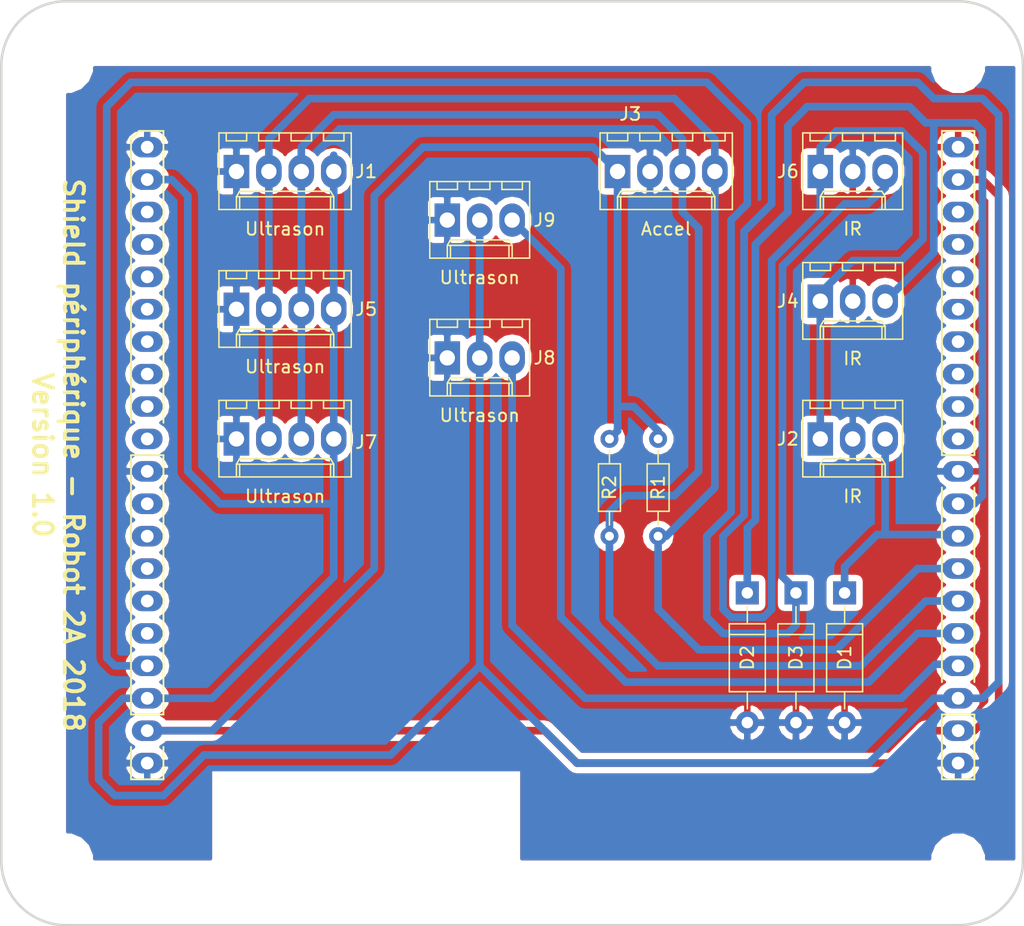
<source format=kicad_pcb>
(kicad_pcb (version 4) (host pcbnew 4.0.7)

  (general
    (links 50)
    (no_connects 0)
    (area 34.595999 21.895999 115.264001 94.944001)
    (thickness 1.6)
    (drawings 9)
    (tracks 201)
    (zones 0)
    (modules 15)
    (nets 11)
  )

  (page A4)
  (title_block
    (title "Shield pour périphériques - Robot 2A année 2018")
    (date 2018-04-22)
    (rev v1.0)
    (company "Centrale Lyon")
    (comment 1 "Contcter G. CHARREAUX (chxguillaume@gmail.com)")
  )

  (layers
    (0 F.Cu signal)
    (31 B.Cu signal)
    (32 B.Adhes user)
    (33 F.Adhes user)
    (34 B.Paste user)
    (35 F.Paste user)
    (36 B.SilkS user)
    (37 F.SilkS user)
    (38 B.Mask user)
    (39 F.Mask user)
    (40 Dwgs.User user)
    (41 Cmts.User user)
    (42 Eco1.User user)
    (43 Eco2.User user)
    (44 Edge.Cuts user)
    (45 Margin user)
    (46 B.CrtYd user)
    (47 F.CrtYd user)
    (48 B.Fab user)
    (49 F.Fab user)
  )

  (setup
    (last_trace_width 0.6)
    (trace_clearance 0.254)
    (zone_clearance 0.508)
    (zone_45_only no)
    (trace_min 0.2)
    (segment_width 0.2)
    (edge_width 0.2)
    (via_size 1.8)
    (via_drill 0.8)
    (via_min_size 0.4)
    (via_min_drill 0.3)
    (uvia_size 0.5)
    (uvia_drill 0.127)
    (uvias_allowed no)
    (uvia_min_size 0.2)
    (uvia_min_drill 0.1)
    (pcb_text_width 0.3)
    (pcb_text_size 1.5 1.5)
    (mod_edge_width 0.15)
    (mod_text_size 1 1)
    (mod_text_width 0.15)
    (pad_size 1.524 1.524)
    (pad_drill 0.762)
    (pad_to_mask_clearance 0.2)
    (aux_axis_origin 0 0)
    (visible_elements FFFFFF69)
    (pcbplotparams
      (layerselection 0x010e0_80000001)
      (usegerberextensions false)
      (excludeedgelayer true)
      (linewidth 0.100000)
      (plotframeref false)
      (viasonmask false)
      (mode 1)
      (useauxorigin false)
      (hpglpennumber 1)
      (hpglpenspeed 20)
      (hpglpendiameter 15)
      (hpglpenoverlay 2)
      (psnegative false)
      (psa4output false)
      (plotreference true)
      (plotvalue true)
      (plotinvisibletext false)
      (padsonsilk false)
      (subtractmaskfromsilk false)
      (outputformat 1)
      (mirror false)
      (drillshape 0)
      (scaleselection 1)
      (outputdirectory export/))
  )

  (net 0 "")
  (net 1 GND)
  (net 2 +5V)
  (net 3 +3V3)
  (net 4 /B4)
  (net 5 /B2)
  (net 6 /B3)
  (net 7 /B0)
  (net 8 /B1)
  (net 9 /A0)
  (net 10 /A1)

  (net_class Default "Ceci est la Netclass par défaut"
    (clearance 0.254)
    (trace_width 0.6)
    (via_dia 1.8)
    (via_drill 0.8)
    (uvia_dia 0.5)
    (uvia_drill 0.127)
    (add_net +3V3)
    (add_net +5V)
    (add_net /A0)
    (add_net /A1)
    (add_net /B0)
    (add_net /B1)
    (add_net /B2)
    (add_net /B3)
    (add_net /B4)
  )

  (net_class planes ""
    (clearance 0.254)
    (trace_width 0.3)
    (via_dia 1.8)
    (via_drill 0.8)
    (uvia_dia 0.5)
    (uvia_drill 0.127)
    (add_net GND)
  )

  (module Connectors_Molex:Molex_KK-6410-04_04x2.54mm_Straight (layer F.Cu) (tedit 5AD9EB17) (tstamp 5ACC8A43)
    (at 53.34 35.56)
    (descr "Connector Headers with Friction Lock, 22-27-2041, http://www.molex.com/pdm_docs/sd/022272021_sd.pdf")
    (tags "connector molex kk_6410 22-27-2041")
    (path /5ACC8072)
    (fp_text reference J1 (at 10.16 0) (layer F.SilkS)
      (effects (font (size 1 1) (thickness 0.15)))
    )
    (fp_text value Ultrason (at 3.81 4.5) (layer F.SilkS)
      (effects (font (size 1 1) (thickness 0.15)))
    )
    (fp_line (start -1.47 -3.12) (end -1.47 3.08) (layer F.Fab) (width 0.12))
    (fp_line (start -1.47 3.08) (end 9.09 3.08) (layer F.Fab) (width 0.12))
    (fp_line (start 9.09 3.08) (end 9.09 -3.12) (layer F.Fab) (width 0.12))
    (fp_line (start 9.09 -3.12) (end -1.47 -3.12) (layer F.Fab) (width 0.12))
    (fp_line (start -1.37 -3.02) (end -1.37 2.98) (layer F.SilkS) (width 0.12))
    (fp_line (start -1.37 2.98) (end 8.99 2.98) (layer F.SilkS) (width 0.12))
    (fp_line (start 8.99 2.98) (end 8.99 -3.02) (layer F.SilkS) (width 0.12))
    (fp_line (start 8.99 -3.02) (end -1.37 -3.02) (layer F.SilkS) (width 0.12))
    (fp_line (start 0 2.98) (end 0 1.98) (layer F.SilkS) (width 0.12))
    (fp_line (start 0 1.98) (end 7.62 1.98) (layer F.SilkS) (width 0.12))
    (fp_line (start 7.62 1.98) (end 7.62 2.98) (layer F.SilkS) (width 0.12))
    (fp_line (start 0 1.98) (end 0.25 1.55) (layer F.SilkS) (width 0.12))
    (fp_line (start 0.25 1.55) (end 7.37 1.55) (layer F.SilkS) (width 0.12))
    (fp_line (start 7.37 1.55) (end 7.62 1.98) (layer F.SilkS) (width 0.12))
    (fp_line (start 0.25 2.98) (end 0.25 1.98) (layer F.SilkS) (width 0.12))
    (fp_line (start 7.37 2.98) (end 7.37 1.98) (layer F.SilkS) (width 0.12))
    (fp_line (start -0.8 -3.02) (end -0.8 -2.4) (layer F.SilkS) (width 0.12))
    (fp_line (start -0.8 -2.4) (end 0.8 -2.4) (layer F.SilkS) (width 0.12))
    (fp_line (start 0.8 -2.4) (end 0.8 -3.02) (layer F.SilkS) (width 0.12))
    (fp_line (start 1.74 -3.02) (end 1.74 -2.4) (layer F.SilkS) (width 0.12))
    (fp_line (start 1.74 -2.4) (end 3.34 -2.4) (layer F.SilkS) (width 0.12))
    (fp_line (start 3.34 -2.4) (end 3.34 -3.02) (layer F.SilkS) (width 0.12))
    (fp_line (start 4.28 -3.02) (end 4.28 -2.4) (layer F.SilkS) (width 0.12))
    (fp_line (start 4.28 -2.4) (end 5.88 -2.4) (layer F.SilkS) (width 0.12))
    (fp_line (start 5.88 -2.4) (end 5.88 -3.02) (layer F.SilkS) (width 0.12))
    (fp_line (start 6.82 -3.02) (end 6.82 -2.4) (layer F.SilkS) (width 0.12))
    (fp_line (start 6.82 -2.4) (end 8.42 -2.4) (layer F.SilkS) (width 0.12))
    (fp_line (start 8.42 -2.4) (end 8.42 -3.02) (layer F.SilkS) (width 0.12))
    (fp_line (start -1.9 3.5) (end -1.9 -3.55) (layer F.CrtYd) (width 0.05))
    (fp_line (start -1.9 -3.55) (end 9.5 -3.55) (layer F.CrtYd) (width 0.05))
    (fp_line (start 9.5 -3.55) (end 9.5 3.5) (layer F.CrtYd) (width 0.05))
    (fp_line (start 9.5 3.5) (end -1.9 3.5) (layer F.CrtYd) (width 0.05))
    (fp_text user %R (at 3.81 0) (layer F.Fab)
      (effects (font (size 1 1) (thickness 0.15)))
    )
    (pad 1 thru_hole rect (at 0 0) (size 2 2.6) (drill 1.2) (layers *.Cu *.Mask)
      (net 1 GND))
    (pad 2 thru_hole oval (at 2.54 0) (size 2 2.6) (drill 1.2) (layers *.Cu *.Mask)
      (net 6 /B3))
    (pad 3 thru_hole oval (at 5.08 0) (size 2 2.6) (drill 1.2) (layers *.Cu *.Mask)
      (net 5 /B2))
    (pad 4 thru_hole oval (at 7.62 0) (size 2 2.6) (drill 1.2) (layers *.Cu *.Mask)
      (net 2 +5V))
    (model ${KISYS3DMOD}/Connectors_Molex.3dshapes/Molex_KK-6410-04_04x2.54mm_Straight.wrl
      (at (xyz 0 0 0))
      (scale (xyz 1 1 1))
      (rotate (xyz 0 0 0))
    )
  )

  (module Connectors_Molex:Molex_KK-6410-03_03x2.54mm_Straight (layer F.Cu) (tedit 5AD9EB5E) (tstamp 5ACC8A4A)
    (at 99.06 56.515)
    (descr "Connector Headers with Friction Lock, 22-27-2031, http://www.molex.com/pdm_docs/sd/022272021_sd.pdf")
    (tags "connector molex kk_6410 22-27-2031")
    (path /5ACC9047)
    (fp_text reference J2 (at -2.54 0) (layer F.SilkS)
      (effects (font (size 1 1) (thickness 0.15)))
    )
    (fp_text value IR (at 2.54 4.5) (layer F.SilkS)
      (effects (font (size 1 1) (thickness 0.15)))
    )
    (fp_line (start -1.47 -3.12) (end -1.47 3.08) (layer F.Fab) (width 0.12))
    (fp_line (start -1.47 3.08) (end 6.55 3.08) (layer F.Fab) (width 0.12))
    (fp_line (start 6.55 3.08) (end 6.55 -3.12) (layer F.Fab) (width 0.12))
    (fp_line (start 6.55 -3.12) (end -1.47 -3.12) (layer F.Fab) (width 0.12))
    (fp_line (start -1.37 -3.02) (end -1.37 2.98) (layer F.SilkS) (width 0.12))
    (fp_line (start -1.37 2.98) (end 6.45 2.98) (layer F.SilkS) (width 0.12))
    (fp_line (start 6.45 2.98) (end 6.45 -3.02) (layer F.SilkS) (width 0.12))
    (fp_line (start 6.45 -3.02) (end -1.37 -3.02) (layer F.SilkS) (width 0.12))
    (fp_line (start 0 2.98) (end 0 1.98) (layer F.SilkS) (width 0.12))
    (fp_line (start 0 1.98) (end 5.08 1.98) (layer F.SilkS) (width 0.12))
    (fp_line (start 5.08 1.98) (end 5.08 2.98) (layer F.SilkS) (width 0.12))
    (fp_line (start 0 1.98) (end 0.25 1.55) (layer F.SilkS) (width 0.12))
    (fp_line (start 0.25 1.55) (end 4.83 1.55) (layer F.SilkS) (width 0.12))
    (fp_line (start 4.83 1.55) (end 5.08 1.98) (layer F.SilkS) (width 0.12))
    (fp_line (start 0.25 2.98) (end 0.25 1.98) (layer F.SilkS) (width 0.12))
    (fp_line (start 4.83 2.98) (end 4.83 1.98) (layer F.SilkS) (width 0.12))
    (fp_line (start -0.8 -3.02) (end -0.8 -2.4) (layer F.SilkS) (width 0.12))
    (fp_line (start -0.8 -2.4) (end 0.8 -2.4) (layer F.SilkS) (width 0.12))
    (fp_line (start 0.8 -2.4) (end 0.8 -3.02) (layer F.SilkS) (width 0.12))
    (fp_line (start 1.74 -3.02) (end 1.74 -2.4) (layer F.SilkS) (width 0.12))
    (fp_line (start 1.74 -2.4) (end 3.34 -2.4) (layer F.SilkS) (width 0.12))
    (fp_line (start 3.34 -2.4) (end 3.34 -3.02) (layer F.SilkS) (width 0.12))
    (fp_line (start 4.28 -3.02) (end 4.28 -2.4) (layer F.SilkS) (width 0.12))
    (fp_line (start 4.28 -2.4) (end 5.88 -2.4) (layer F.SilkS) (width 0.12))
    (fp_line (start 5.88 -2.4) (end 5.88 -3.02) (layer F.SilkS) (width 0.12))
    (fp_line (start -1.9 3.5) (end -1.9 -3.55) (layer F.CrtYd) (width 0.05))
    (fp_line (start -1.9 -3.55) (end 7 -3.55) (layer F.CrtYd) (width 0.05))
    (fp_line (start 7 -3.55) (end 7 3.5) (layer F.CrtYd) (width 0.05))
    (fp_line (start 7 3.5) (end -1.9 3.5) (layer F.CrtYd) (width 0.05))
    (fp_text user %R (at 2.54 0) (layer F.Fab)
      (effects (font (size 1 1) (thickness 0.15)))
    )
    (pad 1 thru_hole rect (at 0 0) (size 2 2.6) (drill 1.2) (layers *.Cu *.Mask)
      (net 2 +5V))
    (pad 2 thru_hole oval (at 2.54 0) (size 2 2.6) (drill 1.2) (layers *.Cu *.Mask)
      (net 1 GND))
    (pad 3 thru_hole oval (at 5.08 0) (size 2 2.6) (drill 1.2) (layers *.Cu *.Mask)
      (net 9 /A0))
    (model ${KISYS3DMOD}/Connectors_Molex.3dshapes/Molex_KK-6410-03_03x2.54mm_Straight.wrl
      (at (xyz 0 0 0))
      (scale (xyz 1 1 1))
      (rotate (xyz 0 0 0))
    )
  )

  (module Connectors_Molex:Molex_KK-6410-04_04x2.54mm_Straight (layer F.Cu) (tedit 5AD9EB50) (tstamp 5ACC8A52)
    (at 83.185 35.56)
    (descr "Connector Headers with Friction Lock, 22-27-2041, http://www.molex.com/pdm_docs/sd/022272021_sd.pdf")
    (tags "connector molex kk_6410 22-27-2041")
    (path /5ACC9AF5)
    (fp_text reference J3 (at 1 -4.5) (layer F.SilkS)
      (effects (font (size 1 1) (thickness 0.15)))
    )
    (fp_text value Accel (at 3.81 4.5) (layer F.SilkS)
      (effects (font (size 1 1) (thickness 0.15)))
    )
    (fp_line (start -1.47 -3.12) (end -1.47 3.08) (layer F.Fab) (width 0.12))
    (fp_line (start -1.47 3.08) (end 9.09 3.08) (layer F.Fab) (width 0.12))
    (fp_line (start 9.09 3.08) (end 9.09 -3.12) (layer F.Fab) (width 0.12))
    (fp_line (start 9.09 -3.12) (end -1.47 -3.12) (layer F.Fab) (width 0.12))
    (fp_line (start -1.37 -3.02) (end -1.37 2.98) (layer F.SilkS) (width 0.12))
    (fp_line (start -1.37 2.98) (end 8.99 2.98) (layer F.SilkS) (width 0.12))
    (fp_line (start 8.99 2.98) (end 8.99 -3.02) (layer F.SilkS) (width 0.12))
    (fp_line (start 8.99 -3.02) (end -1.37 -3.02) (layer F.SilkS) (width 0.12))
    (fp_line (start 0 2.98) (end 0 1.98) (layer F.SilkS) (width 0.12))
    (fp_line (start 0 1.98) (end 7.62 1.98) (layer F.SilkS) (width 0.12))
    (fp_line (start 7.62 1.98) (end 7.62 2.98) (layer F.SilkS) (width 0.12))
    (fp_line (start 0 1.98) (end 0.25 1.55) (layer F.SilkS) (width 0.12))
    (fp_line (start 0.25 1.55) (end 7.37 1.55) (layer F.SilkS) (width 0.12))
    (fp_line (start 7.37 1.55) (end 7.62 1.98) (layer F.SilkS) (width 0.12))
    (fp_line (start 0.25 2.98) (end 0.25 1.98) (layer F.SilkS) (width 0.12))
    (fp_line (start 7.37 2.98) (end 7.37 1.98) (layer F.SilkS) (width 0.12))
    (fp_line (start -0.8 -3.02) (end -0.8 -2.4) (layer F.SilkS) (width 0.12))
    (fp_line (start -0.8 -2.4) (end 0.8 -2.4) (layer F.SilkS) (width 0.12))
    (fp_line (start 0.8 -2.4) (end 0.8 -3.02) (layer F.SilkS) (width 0.12))
    (fp_line (start 1.74 -3.02) (end 1.74 -2.4) (layer F.SilkS) (width 0.12))
    (fp_line (start 1.74 -2.4) (end 3.34 -2.4) (layer F.SilkS) (width 0.12))
    (fp_line (start 3.34 -2.4) (end 3.34 -3.02) (layer F.SilkS) (width 0.12))
    (fp_line (start 4.28 -3.02) (end 4.28 -2.4) (layer F.SilkS) (width 0.12))
    (fp_line (start 4.28 -2.4) (end 5.88 -2.4) (layer F.SilkS) (width 0.12))
    (fp_line (start 5.88 -2.4) (end 5.88 -3.02) (layer F.SilkS) (width 0.12))
    (fp_line (start 6.82 -3.02) (end 6.82 -2.4) (layer F.SilkS) (width 0.12))
    (fp_line (start 6.82 -2.4) (end 8.42 -2.4) (layer F.SilkS) (width 0.12))
    (fp_line (start 8.42 -2.4) (end 8.42 -3.02) (layer F.SilkS) (width 0.12))
    (fp_line (start -1.9 3.5) (end -1.9 -3.55) (layer F.CrtYd) (width 0.05))
    (fp_line (start -1.9 -3.55) (end 9.5 -3.55) (layer F.CrtYd) (width 0.05))
    (fp_line (start 9.5 -3.55) (end 9.5 3.5) (layer F.CrtYd) (width 0.05))
    (fp_line (start 9.5 3.5) (end -1.9 3.5) (layer F.CrtYd) (width 0.05))
    (fp_text user %R (at 3.81 0) (layer F.Fab)
      (effects (font (size 1 1) (thickness 0.15)))
    )
    (pad 1 thru_hole rect (at 0 0) (size 2 2.6) (drill 1.2) (layers *.Cu *.Mask)
      (net 3 +3V3))
    (pad 2 thru_hole oval (at 2.54 0) (size 2 2.6) (drill 1.2) (layers *.Cu *.Mask)
      (net 1 GND))
    (pad 3 thru_hole oval (at 5.08 0) (size 2 2.6) (drill 1.2) (layers *.Cu *.Mask)
      (net 5 /B2))
    (pad 4 thru_hole oval (at 7.62 0) (size 2 2.6) (drill 1.2) (layers *.Cu *.Mask)
      (net 6 /B3))
    (model ${KISYS3DMOD}/Connectors_Molex.3dshapes/Molex_KK-6410-04_04x2.54mm_Straight.wrl
      (at (xyz 0 0 0))
      (scale (xyz 1 1 1))
      (rotate (xyz 0 0 0))
    )
  )

  (module Connectors_Molex:Molex_KK-6410-03_03x2.54mm_Straight (layer F.Cu) (tedit 5AD9EB5A) (tstamp 5ACC8A59)
    (at 99.06 45.72)
    (descr "Connector Headers with Friction Lock, 22-27-2031, http://www.molex.com/pdm_docs/sd/022272021_sd.pdf")
    (tags "connector molex kk_6410 22-27-2031")
    (path /5ACC9129)
    (fp_text reference J4 (at -2.54 0) (layer F.SilkS)
      (effects (font (size 1 1) (thickness 0.15)))
    )
    (fp_text value IR (at 2.54 4.5) (layer F.SilkS)
      (effects (font (size 1 1) (thickness 0.15)))
    )
    (fp_line (start -1.47 -3.12) (end -1.47 3.08) (layer F.Fab) (width 0.12))
    (fp_line (start -1.47 3.08) (end 6.55 3.08) (layer F.Fab) (width 0.12))
    (fp_line (start 6.55 3.08) (end 6.55 -3.12) (layer F.Fab) (width 0.12))
    (fp_line (start 6.55 -3.12) (end -1.47 -3.12) (layer F.Fab) (width 0.12))
    (fp_line (start -1.37 -3.02) (end -1.37 2.98) (layer F.SilkS) (width 0.12))
    (fp_line (start -1.37 2.98) (end 6.45 2.98) (layer F.SilkS) (width 0.12))
    (fp_line (start 6.45 2.98) (end 6.45 -3.02) (layer F.SilkS) (width 0.12))
    (fp_line (start 6.45 -3.02) (end -1.37 -3.02) (layer F.SilkS) (width 0.12))
    (fp_line (start 0 2.98) (end 0 1.98) (layer F.SilkS) (width 0.12))
    (fp_line (start 0 1.98) (end 5.08 1.98) (layer F.SilkS) (width 0.12))
    (fp_line (start 5.08 1.98) (end 5.08 2.98) (layer F.SilkS) (width 0.12))
    (fp_line (start 0 1.98) (end 0.25 1.55) (layer F.SilkS) (width 0.12))
    (fp_line (start 0.25 1.55) (end 4.83 1.55) (layer F.SilkS) (width 0.12))
    (fp_line (start 4.83 1.55) (end 5.08 1.98) (layer F.SilkS) (width 0.12))
    (fp_line (start 0.25 2.98) (end 0.25 1.98) (layer F.SilkS) (width 0.12))
    (fp_line (start 4.83 2.98) (end 4.83 1.98) (layer F.SilkS) (width 0.12))
    (fp_line (start -0.8 -3.02) (end -0.8 -2.4) (layer F.SilkS) (width 0.12))
    (fp_line (start -0.8 -2.4) (end 0.8 -2.4) (layer F.SilkS) (width 0.12))
    (fp_line (start 0.8 -2.4) (end 0.8 -3.02) (layer F.SilkS) (width 0.12))
    (fp_line (start 1.74 -3.02) (end 1.74 -2.4) (layer F.SilkS) (width 0.12))
    (fp_line (start 1.74 -2.4) (end 3.34 -2.4) (layer F.SilkS) (width 0.12))
    (fp_line (start 3.34 -2.4) (end 3.34 -3.02) (layer F.SilkS) (width 0.12))
    (fp_line (start 4.28 -3.02) (end 4.28 -2.4) (layer F.SilkS) (width 0.12))
    (fp_line (start 4.28 -2.4) (end 5.88 -2.4) (layer F.SilkS) (width 0.12))
    (fp_line (start 5.88 -2.4) (end 5.88 -3.02) (layer F.SilkS) (width 0.12))
    (fp_line (start -1.9 3.5) (end -1.9 -3.55) (layer F.CrtYd) (width 0.05))
    (fp_line (start -1.9 -3.55) (end 7 -3.55) (layer F.CrtYd) (width 0.05))
    (fp_line (start 7 -3.55) (end 7 3.5) (layer F.CrtYd) (width 0.05))
    (fp_line (start 7 3.5) (end -1.9 3.5) (layer F.CrtYd) (width 0.05))
    (fp_text user %R (at 2.54 0) (layer F.Fab)
      (effects (font (size 1 1) (thickness 0.15)))
    )
    (pad 1 thru_hole rect (at 0 0) (size 2 2.6) (drill 1.2) (layers *.Cu *.Mask)
      (net 2 +5V))
    (pad 2 thru_hole oval (at 2.54 0) (size 2 2.6) (drill 1.2) (layers *.Cu *.Mask)
      (net 1 GND))
    (pad 3 thru_hole oval (at 5.08 0) (size 2 2.6) (drill 1.2) (layers *.Cu *.Mask)
      (net 10 /A1))
    (model ${KISYS3DMOD}/Connectors_Molex.3dshapes/Molex_KK-6410-03_03x2.54mm_Straight.wrl
      (at (xyz 0 0 0))
      (scale (xyz 1 1 1))
      (rotate (xyz 0 0 0))
    )
  )

  (module Connectors_Molex:Molex_KK-6410-04_04x2.54mm_Straight (layer F.Cu) (tedit 5AD9EB25) (tstamp 5ACC8A61)
    (at 53.34 46.355)
    (descr "Connector Headers with Friction Lock, 22-27-2041, http://www.molex.com/pdm_docs/sd/022272021_sd.pdf")
    (tags "connector molex kk_6410 22-27-2041")
    (path /5ACC8205)
    (fp_text reference J5 (at 10.16 0) (layer F.SilkS)
      (effects (font (size 1 1) (thickness 0.15)))
    )
    (fp_text value Ultrason (at 3.81 4.5) (layer F.SilkS)
      (effects (font (size 1 1) (thickness 0.15)))
    )
    (fp_line (start -1.47 -3.12) (end -1.47 3.08) (layer F.Fab) (width 0.12))
    (fp_line (start -1.47 3.08) (end 9.09 3.08) (layer F.Fab) (width 0.12))
    (fp_line (start 9.09 3.08) (end 9.09 -3.12) (layer F.Fab) (width 0.12))
    (fp_line (start 9.09 -3.12) (end -1.47 -3.12) (layer F.Fab) (width 0.12))
    (fp_line (start -1.37 -3.02) (end -1.37 2.98) (layer F.SilkS) (width 0.12))
    (fp_line (start -1.37 2.98) (end 8.99 2.98) (layer F.SilkS) (width 0.12))
    (fp_line (start 8.99 2.98) (end 8.99 -3.02) (layer F.SilkS) (width 0.12))
    (fp_line (start 8.99 -3.02) (end -1.37 -3.02) (layer F.SilkS) (width 0.12))
    (fp_line (start 0 2.98) (end 0 1.98) (layer F.SilkS) (width 0.12))
    (fp_line (start 0 1.98) (end 7.62 1.98) (layer F.SilkS) (width 0.12))
    (fp_line (start 7.62 1.98) (end 7.62 2.98) (layer F.SilkS) (width 0.12))
    (fp_line (start 0 1.98) (end 0.25 1.55) (layer F.SilkS) (width 0.12))
    (fp_line (start 0.25 1.55) (end 7.37 1.55) (layer F.SilkS) (width 0.12))
    (fp_line (start 7.37 1.55) (end 7.62 1.98) (layer F.SilkS) (width 0.12))
    (fp_line (start 0.25 2.98) (end 0.25 1.98) (layer F.SilkS) (width 0.12))
    (fp_line (start 7.37 2.98) (end 7.37 1.98) (layer F.SilkS) (width 0.12))
    (fp_line (start -0.8 -3.02) (end -0.8 -2.4) (layer F.SilkS) (width 0.12))
    (fp_line (start -0.8 -2.4) (end 0.8 -2.4) (layer F.SilkS) (width 0.12))
    (fp_line (start 0.8 -2.4) (end 0.8 -3.02) (layer F.SilkS) (width 0.12))
    (fp_line (start 1.74 -3.02) (end 1.74 -2.4) (layer F.SilkS) (width 0.12))
    (fp_line (start 1.74 -2.4) (end 3.34 -2.4) (layer F.SilkS) (width 0.12))
    (fp_line (start 3.34 -2.4) (end 3.34 -3.02) (layer F.SilkS) (width 0.12))
    (fp_line (start 4.28 -3.02) (end 4.28 -2.4) (layer F.SilkS) (width 0.12))
    (fp_line (start 4.28 -2.4) (end 5.88 -2.4) (layer F.SilkS) (width 0.12))
    (fp_line (start 5.88 -2.4) (end 5.88 -3.02) (layer F.SilkS) (width 0.12))
    (fp_line (start 6.82 -3.02) (end 6.82 -2.4) (layer F.SilkS) (width 0.12))
    (fp_line (start 6.82 -2.4) (end 8.42 -2.4) (layer F.SilkS) (width 0.12))
    (fp_line (start 8.42 -2.4) (end 8.42 -3.02) (layer F.SilkS) (width 0.12))
    (fp_line (start -1.9 3.5) (end -1.9 -3.55) (layer F.CrtYd) (width 0.05))
    (fp_line (start -1.9 -3.55) (end 9.5 -3.55) (layer F.CrtYd) (width 0.05))
    (fp_line (start 9.5 -3.55) (end 9.5 3.5) (layer F.CrtYd) (width 0.05))
    (fp_line (start 9.5 3.5) (end -1.9 3.5) (layer F.CrtYd) (width 0.05))
    (fp_text user %R (at 3.81 0) (layer F.Fab)
      (effects (font (size 1 1) (thickness 0.15)))
    )
    (pad 1 thru_hole rect (at 0 0) (size 2 2.6) (drill 1.2) (layers *.Cu *.Mask)
      (net 1 GND))
    (pad 2 thru_hole oval (at 2.54 0) (size 2 2.6) (drill 1.2) (layers *.Cu *.Mask)
      (net 6 /B3))
    (pad 3 thru_hole oval (at 5.08 0) (size 2 2.6) (drill 1.2) (layers *.Cu *.Mask)
      (net 5 /B2))
    (pad 4 thru_hole oval (at 7.62 0) (size 2 2.6) (drill 1.2) (layers *.Cu *.Mask)
      (net 2 +5V))
    (model ${KISYS3DMOD}/Connectors_Molex.3dshapes/Molex_KK-6410-04_04x2.54mm_Straight.wrl
      (at (xyz 0 0 0))
      (scale (xyz 1 1 1))
      (rotate (xyz 0 0 0))
    )
  )

  (module Connectors_Molex:Molex_KK-6410-03_03x2.54mm_Straight (layer F.Cu) (tedit 5AD9EB54) (tstamp 5ACC8A68)
    (at 99.06 35.56)
    (descr "Connector Headers with Friction Lock, 22-27-2031, http://www.molex.com/pdm_docs/sd/022272021_sd.pdf")
    (tags "connector molex kk_6410 22-27-2031")
    (path /5ACC9187)
    (fp_text reference J6 (at -2.54 0) (layer F.SilkS)
      (effects (font (size 1 1) (thickness 0.15)))
    )
    (fp_text value IR (at 2.54 4.5) (layer F.SilkS)
      (effects (font (size 1 1) (thickness 0.15)))
    )
    (fp_line (start -1.47 -3.12) (end -1.47 3.08) (layer F.Fab) (width 0.12))
    (fp_line (start -1.47 3.08) (end 6.55 3.08) (layer F.Fab) (width 0.12))
    (fp_line (start 6.55 3.08) (end 6.55 -3.12) (layer F.Fab) (width 0.12))
    (fp_line (start 6.55 -3.12) (end -1.47 -3.12) (layer F.Fab) (width 0.12))
    (fp_line (start -1.37 -3.02) (end -1.37 2.98) (layer F.SilkS) (width 0.12))
    (fp_line (start -1.37 2.98) (end 6.45 2.98) (layer F.SilkS) (width 0.12))
    (fp_line (start 6.45 2.98) (end 6.45 -3.02) (layer F.SilkS) (width 0.12))
    (fp_line (start 6.45 -3.02) (end -1.37 -3.02) (layer F.SilkS) (width 0.12))
    (fp_line (start 0 2.98) (end 0 1.98) (layer F.SilkS) (width 0.12))
    (fp_line (start 0 1.98) (end 5.08 1.98) (layer F.SilkS) (width 0.12))
    (fp_line (start 5.08 1.98) (end 5.08 2.98) (layer F.SilkS) (width 0.12))
    (fp_line (start 0 1.98) (end 0.25 1.55) (layer F.SilkS) (width 0.12))
    (fp_line (start 0.25 1.55) (end 4.83 1.55) (layer F.SilkS) (width 0.12))
    (fp_line (start 4.83 1.55) (end 5.08 1.98) (layer F.SilkS) (width 0.12))
    (fp_line (start 0.25 2.98) (end 0.25 1.98) (layer F.SilkS) (width 0.12))
    (fp_line (start 4.83 2.98) (end 4.83 1.98) (layer F.SilkS) (width 0.12))
    (fp_line (start -0.8 -3.02) (end -0.8 -2.4) (layer F.SilkS) (width 0.12))
    (fp_line (start -0.8 -2.4) (end 0.8 -2.4) (layer F.SilkS) (width 0.12))
    (fp_line (start 0.8 -2.4) (end 0.8 -3.02) (layer F.SilkS) (width 0.12))
    (fp_line (start 1.74 -3.02) (end 1.74 -2.4) (layer F.SilkS) (width 0.12))
    (fp_line (start 1.74 -2.4) (end 3.34 -2.4) (layer F.SilkS) (width 0.12))
    (fp_line (start 3.34 -2.4) (end 3.34 -3.02) (layer F.SilkS) (width 0.12))
    (fp_line (start 4.28 -3.02) (end 4.28 -2.4) (layer F.SilkS) (width 0.12))
    (fp_line (start 4.28 -2.4) (end 5.88 -2.4) (layer F.SilkS) (width 0.12))
    (fp_line (start 5.88 -2.4) (end 5.88 -3.02) (layer F.SilkS) (width 0.12))
    (fp_line (start -1.9 3.5) (end -1.9 -3.55) (layer F.CrtYd) (width 0.05))
    (fp_line (start -1.9 -3.55) (end 7 -3.55) (layer F.CrtYd) (width 0.05))
    (fp_line (start 7 -3.55) (end 7 3.5) (layer F.CrtYd) (width 0.05))
    (fp_line (start 7 3.5) (end -1.9 3.5) (layer F.CrtYd) (width 0.05))
    (fp_text user %R (at 2.54 0) (layer F.Fab)
      (effects (font (size 1 1) (thickness 0.15)))
    )
    (pad 1 thru_hole rect (at 0 0) (size 2 2.6) (drill 1.2) (layers *.Cu *.Mask)
      (net 2 +5V))
    (pad 2 thru_hole oval (at 2.54 0) (size 2 2.6) (drill 1.2) (layers *.Cu *.Mask)
      (net 1 GND))
    (pad 3 thru_hole oval (at 5.08 0) (size 2 2.6) (drill 1.2) (layers *.Cu *.Mask)
      (net 4 /B4))
    (model ${KISYS3DMOD}/Connectors_Molex.3dshapes/Molex_KK-6410-03_03x2.54mm_Straight.wrl
      (at (xyz 0 0 0))
      (scale (xyz 1 1 1))
      (rotate (xyz 0 0 0))
    )
  )

  (module Connectors_Molex:Molex_KK-6410-04_04x2.54mm_Straight (layer F.Cu) (tedit 5AD9EB2F) (tstamp 5ACC8A70)
    (at 53.34 56.515)
    (descr "Connector Headers with Friction Lock, 22-27-2041, http://www.molex.com/pdm_docs/sd/022272021_sd.pdf")
    (tags "connector molex kk_6410 22-27-2041")
    (path /5ACC8256)
    (fp_text reference J7 (at 10.16 0.254) (layer F.SilkS)
      (effects (font (size 1 1) (thickness 0.15)))
    )
    (fp_text value Ultrason (at 3.81 4.5) (layer F.SilkS)
      (effects (font (size 1 1) (thickness 0.15)))
    )
    (fp_line (start -1.47 -3.12) (end -1.47 3.08) (layer F.Fab) (width 0.12))
    (fp_line (start -1.47 3.08) (end 9.09 3.08) (layer F.Fab) (width 0.12))
    (fp_line (start 9.09 3.08) (end 9.09 -3.12) (layer F.Fab) (width 0.12))
    (fp_line (start 9.09 -3.12) (end -1.47 -3.12) (layer F.Fab) (width 0.12))
    (fp_line (start -1.37 -3.02) (end -1.37 2.98) (layer F.SilkS) (width 0.12))
    (fp_line (start -1.37 2.98) (end 8.99 2.98) (layer F.SilkS) (width 0.12))
    (fp_line (start 8.99 2.98) (end 8.99 -3.02) (layer F.SilkS) (width 0.12))
    (fp_line (start 8.99 -3.02) (end -1.37 -3.02) (layer F.SilkS) (width 0.12))
    (fp_line (start 0 2.98) (end 0 1.98) (layer F.SilkS) (width 0.12))
    (fp_line (start 0 1.98) (end 7.62 1.98) (layer F.SilkS) (width 0.12))
    (fp_line (start 7.62 1.98) (end 7.62 2.98) (layer F.SilkS) (width 0.12))
    (fp_line (start 0 1.98) (end 0.25 1.55) (layer F.SilkS) (width 0.12))
    (fp_line (start 0.25 1.55) (end 7.37 1.55) (layer F.SilkS) (width 0.12))
    (fp_line (start 7.37 1.55) (end 7.62 1.98) (layer F.SilkS) (width 0.12))
    (fp_line (start 0.25 2.98) (end 0.25 1.98) (layer F.SilkS) (width 0.12))
    (fp_line (start 7.37 2.98) (end 7.37 1.98) (layer F.SilkS) (width 0.12))
    (fp_line (start -0.8 -3.02) (end -0.8 -2.4) (layer F.SilkS) (width 0.12))
    (fp_line (start -0.8 -2.4) (end 0.8 -2.4) (layer F.SilkS) (width 0.12))
    (fp_line (start 0.8 -2.4) (end 0.8 -3.02) (layer F.SilkS) (width 0.12))
    (fp_line (start 1.74 -3.02) (end 1.74 -2.4) (layer F.SilkS) (width 0.12))
    (fp_line (start 1.74 -2.4) (end 3.34 -2.4) (layer F.SilkS) (width 0.12))
    (fp_line (start 3.34 -2.4) (end 3.34 -3.02) (layer F.SilkS) (width 0.12))
    (fp_line (start 4.28 -3.02) (end 4.28 -2.4) (layer F.SilkS) (width 0.12))
    (fp_line (start 4.28 -2.4) (end 5.88 -2.4) (layer F.SilkS) (width 0.12))
    (fp_line (start 5.88 -2.4) (end 5.88 -3.02) (layer F.SilkS) (width 0.12))
    (fp_line (start 6.82 -3.02) (end 6.82 -2.4) (layer F.SilkS) (width 0.12))
    (fp_line (start 6.82 -2.4) (end 8.42 -2.4) (layer F.SilkS) (width 0.12))
    (fp_line (start 8.42 -2.4) (end 8.42 -3.02) (layer F.SilkS) (width 0.12))
    (fp_line (start -1.9 3.5) (end -1.9 -3.55) (layer F.CrtYd) (width 0.05))
    (fp_line (start -1.9 -3.55) (end 9.5 -3.55) (layer F.CrtYd) (width 0.05))
    (fp_line (start 9.5 -3.55) (end 9.5 3.5) (layer F.CrtYd) (width 0.05))
    (fp_line (start 9.5 3.5) (end -1.9 3.5) (layer F.CrtYd) (width 0.05))
    (fp_text user %R (at 3.81 0) (layer F.Fab)
      (effects (font (size 1 1) (thickness 0.15)))
    )
    (pad 1 thru_hole rect (at 0 0) (size 2 2.6) (drill 1.2) (layers *.Cu *.Mask)
      (net 1 GND))
    (pad 2 thru_hole oval (at 2.54 0) (size 2 2.6) (drill 1.2) (layers *.Cu *.Mask)
      (net 6 /B3))
    (pad 3 thru_hole oval (at 5.08 0) (size 2 2.6) (drill 1.2) (layers *.Cu *.Mask)
      (net 5 /B2))
    (pad 4 thru_hole oval (at 7.62 0) (size 2 2.6) (drill 1.2) (layers *.Cu *.Mask)
      (net 2 +5V))
    (model ${KISYS3DMOD}/Connectors_Molex.3dshapes/Molex_KK-6410-04_04x2.54mm_Straight.wrl
      (at (xyz 0 0 0))
      (scale (xyz 1 1 1))
      (rotate (xyz 0 0 0))
    )
  )

  (module Connectors_Molex:Molex_KK-6410-03_03x2.54mm_Straight (layer F.Cu) (tedit 5AD9EB38) (tstamp 5ACC8A77)
    (at 69.85 50.165)
    (descr "Connector Headers with Friction Lock, 22-27-2031, http://www.molex.com/pdm_docs/sd/022272021_sd.pdf")
    (tags "connector molex kk_6410 22-27-2031")
    (path /5ACC8583)
    (fp_text reference J8 (at 7.62 0) (layer F.SilkS)
      (effects (font (size 1 1) (thickness 0.15)))
    )
    (fp_text value Ultrason (at 2.54 4.5) (layer F.SilkS)
      (effects (font (size 1 1) (thickness 0.15)))
    )
    (fp_line (start -1.47 -3.12) (end -1.47 3.08) (layer F.Fab) (width 0.12))
    (fp_line (start -1.47 3.08) (end 6.55 3.08) (layer F.Fab) (width 0.12))
    (fp_line (start 6.55 3.08) (end 6.55 -3.12) (layer F.Fab) (width 0.12))
    (fp_line (start 6.55 -3.12) (end -1.47 -3.12) (layer F.Fab) (width 0.12))
    (fp_line (start -1.37 -3.02) (end -1.37 2.98) (layer F.SilkS) (width 0.12))
    (fp_line (start -1.37 2.98) (end 6.45 2.98) (layer F.SilkS) (width 0.12))
    (fp_line (start 6.45 2.98) (end 6.45 -3.02) (layer F.SilkS) (width 0.12))
    (fp_line (start 6.45 -3.02) (end -1.37 -3.02) (layer F.SilkS) (width 0.12))
    (fp_line (start 0 2.98) (end 0 1.98) (layer F.SilkS) (width 0.12))
    (fp_line (start 0 1.98) (end 5.08 1.98) (layer F.SilkS) (width 0.12))
    (fp_line (start 5.08 1.98) (end 5.08 2.98) (layer F.SilkS) (width 0.12))
    (fp_line (start 0 1.98) (end 0.25 1.55) (layer F.SilkS) (width 0.12))
    (fp_line (start 0.25 1.55) (end 4.83 1.55) (layer F.SilkS) (width 0.12))
    (fp_line (start 4.83 1.55) (end 5.08 1.98) (layer F.SilkS) (width 0.12))
    (fp_line (start 0.25 2.98) (end 0.25 1.98) (layer F.SilkS) (width 0.12))
    (fp_line (start 4.83 2.98) (end 4.83 1.98) (layer F.SilkS) (width 0.12))
    (fp_line (start -0.8 -3.02) (end -0.8 -2.4) (layer F.SilkS) (width 0.12))
    (fp_line (start -0.8 -2.4) (end 0.8 -2.4) (layer F.SilkS) (width 0.12))
    (fp_line (start 0.8 -2.4) (end 0.8 -3.02) (layer F.SilkS) (width 0.12))
    (fp_line (start 1.74 -3.02) (end 1.74 -2.4) (layer F.SilkS) (width 0.12))
    (fp_line (start 1.74 -2.4) (end 3.34 -2.4) (layer F.SilkS) (width 0.12))
    (fp_line (start 3.34 -2.4) (end 3.34 -3.02) (layer F.SilkS) (width 0.12))
    (fp_line (start 4.28 -3.02) (end 4.28 -2.4) (layer F.SilkS) (width 0.12))
    (fp_line (start 4.28 -2.4) (end 5.88 -2.4) (layer F.SilkS) (width 0.12))
    (fp_line (start 5.88 -2.4) (end 5.88 -3.02) (layer F.SilkS) (width 0.12))
    (fp_line (start -1.9 3.5) (end -1.9 -3.55) (layer F.CrtYd) (width 0.05))
    (fp_line (start -1.9 -3.55) (end 7 -3.55) (layer F.CrtYd) (width 0.05))
    (fp_line (start 7 -3.55) (end 7 3.5) (layer F.CrtYd) (width 0.05))
    (fp_line (start 7 3.5) (end -1.9 3.5) (layer F.CrtYd) (width 0.05))
    (fp_text user %R (at 2.54 0) (layer F.Fab)
      (effects (font (size 1 1) (thickness 0.15)))
    )
    (pad 1 thru_hole rect (at 0 0) (size 2 2.6) (drill 1.2) (layers *.Cu *.Mask)
      (net 1 GND))
    (pad 2 thru_hole oval (at 2.54 0) (size 2 2.6) (drill 1.2) (layers *.Cu *.Mask)
      (net 2 +5V))
    (pad 3 thru_hole oval (at 5.08 0) (size 2 2.6) (drill 1.2) (layers *.Cu *.Mask)
      (net 7 /B0))
    (model ${KISYS3DMOD}/Connectors_Molex.3dshapes/Molex_KK-6410-03_03x2.54mm_Straight.wrl
      (at (xyz 0 0 0))
      (scale (xyz 1 1 1))
      (rotate (xyz 0 0 0))
    )
  )

  (module Connectors_Molex:Molex_KK-6410-03_03x2.54mm_Straight (layer F.Cu) (tedit 5AD9EB3D) (tstamp 5ACC8A7E)
    (at 69.85 39.37)
    (descr "Connector Headers with Friction Lock, 22-27-2031, http://www.molex.com/pdm_docs/sd/022272021_sd.pdf")
    (tags "connector molex kk_6410 22-27-2031")
    (path /5ACC8663)
    (fp_text reference J9 (at 7.62 0) (layer F.SilkS)
      (effects (font (size 1 1) (thickness 0.15)))
    )
    (fp_text value Ultrason (at 2.54 4.5) (layer F.SilkS)
      (effects (font (size 1 1) (thickness 0.15)))
    )
    (fp_line (start -1.47 -3.12) (end -1.47 3.08) (layer F.Fab) (width 0.12))
    (fp_line (start -1.47 3.08) (end 6.55 3.08) (layer F.Fab) (width 0.12))
    (fp_line (start 6.55 3.08) (end 6.55 -3.12) (layer F.Fab) (width 0.12))
    (fp_line (start 6.55 -3.12) (end -1.47 -3.12) (layer F.Fab) (width 0.12))
    (fp_line (start -1.37 -3.02) (end -1.37 2.98) (layer F.SilkS) (width 0.12))
    (fp_line (start -1.37 2.98) (end 6.45 2.98) (layer F.SilkS) (width 0.12))
    (fp_line (start 6.45 2.98) (end 6.45 -3.02) (layer F.SilkS) (width 0.12))
    (fp_line (start 6.45 -3.02) (end -1.37 -3.02) (layer F.SilkS) (width 0.12))
    (fp_line (start 0 2.98) (end 0 1.98) (layer F.SilkS) (width 0.12))
    (fp_line (start 0 1.98) (end 5.08 1.98) (layer F.SilkS) (width 0.12))
    (fp_line (start 5.08 1.98) (end 5.08 2.98) (layer F.SilkS) (width 0.12))
    (fp_line (start 0 1.98) (end 0.25 1.55) (layer F.SilkS) (width 0.12))
    (fp_line (start 0.25 1.55) (end 4.83 1.55) (layer F.SilkS) (width 0.12))
    (fp_line (start 4.83 1.55) (end 5.08 1.98) (layer F.SilkS) (width 0.12))
    (fp_line (start 0.25 2.98) (end 0.25 1.98) (layer F.SilkS) (width 0.12))
    (fp_line (start 4.83 2.98) (end 4.83 1.98) (layer F.SilkS) (width 0.12))
    (fp_line (start -0.8 -3.02) (end -0.8 -2.4) (layer F.SilkS) (width 0.12))
    (fp_line (start -0.8 -2.4) (end 0.8 -2.4) (layer F.SilkS) (width 0.12))
    (fp_line (start 0.8 -2.4) (end 0.8 -3.02) (layer F.SilkS) (width 0.12))
    (fp_line (start 1.74 -3.02) (end 1.74 -2.4) (layer F.SilkS) (width 0.12))
    (fp_line (start 1.74 -2.4) (end 3.34 -2.4) (layer F.SilkS) (width 0.12))
    (fp_line (start 3.34 -2.4) (end 3.34 -3.02) (layer F.SilkS) (width 0.12))
    (fp_line (start 4.28 -3.02) (end 4.28 -2.4) (layer F.SilkS) (width 0.12))
    (fp_line (start 4.28 -2.4) (end 5.88 -2.4) (layer F.SilkS) (width 0.12))
    (fp_line (start 5.88 -2.4) (end 5.88 -3.02) (layer F.SilkS) (width 0.12))
    (fp_line (start -1.9 3.5) (end -1.9 -3.55) (layer F.CrtYd) (width 0.05))
    (fp_line (start -1.9 -3.55) (end 7 -3.55) (layer F.CrtYd) (width 0.05))
    (fp_line (start 7 -3.55) (end 7 3.5) (layer F.CrtYd) (width 0.05))
    (fp_line (start 7 3.5) (end -1.9 3.5) (layer F.CrtYd) (width 0.05))
    (fp_text user %R (at 2.54 0) (layer F.Fab)
      (effects (font (size 1 1) (thickness 0.15)))
    )
    (pad 1 thru_hole rect (at 0 0) (size 2 2.6) (drill 1.2) (layers *.Cu *.Mask)
      (net 1 GND))
    (pad 2 thru_hole oval (at 2.54 0) (size 2 2.6) (drill 1.2) (layers *.Cu *.Mask)
      (net 2 +5V))
    (pad 3 thru_hole oval (at 5.08 0) (size 2 2.6) (drill 1.2) (layers *.Cu *.Mask)
      (net 8 /B1))
    (model ${KISYS3DMOD}/Connectors_Molex.3dshapes/Molex_KK-6410-03_03x2.54mm_Straight.wrl
      (at (xyz 0 0 0))
      (scale (xyz 1 1 1))
      (rotate (xyz 0 0 0))
    )
  )

  (module Resistors_THT:R_Axial_DIN0204_L3.6mm_D1.6mm_P7.62mm_Horizontal (layer F.Cu) (tedit 5ACC8B62) (tstamp 5ACC8A84)
    (at 86.36 56.515 270)
    (descr "Resistor, Axial_DIN0204 series, Axial, Horizontal, pin pitch=7.62mm, 0.16666666666666666W = 1/6W, length*diameter=3.6*1.6mm^2, http://cdn-reichelt.de/documents/datenblatt/B400/1_4W%23YAG.pdf")
    (tags "Resistor Axial_DIN0204 series Axial Horizontal pin pitch 7.62mm 0.16666666666666666W = 1/6W length 3.6mm diameter 1.6mm")
    (path /5ACCA44A)
    (fp_text reference R1 (at 3.81 0 270) (layer F.SilkS)
      (effects (font (size 1 1) (thickness 0.15)))
    )
    (fp_text value 10K (at -2.54 0 270) (layer F.Fab)
      (effects (font (size 1 1) (thickness 0.15)))
    )
    (fp_line (start 2.01 -0.8) (end 2.01 0.8) (layer F.Fab) (width 0.1))
    (fp_line (start 2.01 0.8) (end 5.61 0.8) (layer F.Fab) (width 0.1))
    (fp_line (start 5.61 0.8) (end 5.61 -0.8) (layer F.Fab) (width 0.1))
    (fp_line (start 5.61 -0.8) (end 2.01 -0.8) (layer F.Fab) (width 0.1))
    (fp_line (start 0 0) (end 2.01 0) (layer F.Fab) (width 0.1))
    (fp_line (start 7.62 0) (end 5.61 0) (layer F.Fab) (width 0.1))
    (fp_line (start 1.95 -0.86) (end 1.95 0.86) (layer F.SilkS) (width 0.12))
    (fp_line (start 1.95 0.86) (end 5.67 0.86) (layer F.SilkS) (width 0.12))
    (fp_line (start 5.67 0.86) (end 5.67 -0.86) (layer F.SilkS) (width 0.12))
    (fp_line (start 5.67 -0.86) (end 1.95 -0.86) (layer F.SilkS) (width 0.12))
    (fp_line (start 0.88 0) (end 1.95 0) (layer F.SilkS) (width 0.12))
    (fp_line (start 6.74 0) (end 5.67 0) (layer F.SilkS) (width 0.12))
    (fp_line (start -0.95 -1.15) (end -0.95 1.15) (layer F.CrtYd) (width 0.05))
    (fp_line (start -0.95 1.15) (end 8.6 1.15) (layer F.CrtYd) (width 0.05))
    (fp_line (start 8.6 1.15) (end 8.6 -1.15) (layer F.CrtYd) (width 0.05))
    (fp_line (start 8.6 -1.15) (end -0.95 -1.15) (layer F.CrtYd) (width 0.05))
    (pad 1 thru_hole circle (at 0 0 270) (size 1.4 1.4) (drill 0.7) (layers *.Cu *.Mask)
      (net 3 +3V3))
    (pad 2 thru_hole oval (at 7.62 0 270) (size 1.4 1.4) (drill 0.7) (layers *.Cu *.Mask)
      (net 6 /B3))
    (model ${KISYS3DMOD}/Resistors_THT.3dshapes/R_Axial_DIN0204_L3.6mm_D1.6mm_P7.62mm_Horizontal.wrl
      (at (xyz 0 0 0))
      (scale (xyz 0.393701 0.393701 0.393701))
      (rotate (xyz 0 0 0))
    )
  )

  (module Resistors_THT:R_Axial_DIN0204_L3.6mm_D1.6mm_P7.62mm_Horizontal (layer F.Cu) (tedit 5ACC8B65) (tstamp 5ACC8A8A)
    (at 82.55 56.515 270)
    (descr "Resistor, Axial_DIN0204 series, Axial, Horizontal, pin pitch=7.62mm, 0.16666666666666666W = 1/6W, length*diameter=3.6*1.6mm^2, http://cdn-reichelt.de/documents/datenblatt/B400/1_4W%23YAG.pdf")
    (tags "Resistor Axial_DIN0204 series Axial Horizontal pin pitch 7.62mm 0.16666666666666666W = 1/6W length 3.6mm diameter 1.6mm")
    (path /5ACCA4C6)
    (fp_text reference R2 (at 3.81 0 270) (layer F.SilkS)
      (effects (font (size 1 1) (thickness 0.15)))
    )
    (fp_text value 10K (at -2.54 0 270) (layer F.Fab)
      (effects (font (size 1 1) (thickness 0.15)))
    )
    (fp_line (start 2.01 -0.8) (end 2.01 0.8) (layer F.Fab) (width 0.1))
    (fp_line (start 2.01 0.8) (end 5.61 0.8) (layer F.Fab) (width 0.1))
    (fp_line (start 5.61 0.8) (end 5.61 -0.8) (layer F.Fab) (width 0.1))
    (fp_line (start 5.61 -0.8) (end 2.01 -0.8) (layer F.Fab) (width 0.1))
    (fp_line (start 0 0) (end 2.01 0) (layer F.Fab) (width 0.1))
    (fp_line (start 7.62 0) (end 5.61 0) (layer F.Fab) (width 0.1))
    (fp_line (start 1.95 -0.86) (end 1.95 0.86) (layer F.SilkS) (width 0.12))
    (fp_line (start 1.95 0.86) (end 5.67 0.86) (layer F.SilkS) (width 0.12))
    (fp_line (start 5.67 0.86) (end 5.67 -0.86) (layer F.SilkS) (width 0.12))
    (fp_line (start 5.67 -0.86) (end 1.95 -0.86) (layer F.SilkS) (width 0.12))
    (fp_line (start 0.88 0) (end 1.95 0) (layer F.SilkS) (width 0.12))
    (fp_line (start 6.74 0) (end 5.67 0) (layer F.SilkS) (width 0.12))
    (fp_line (start -0.95 -1.15) (end -0.95 1.15) (layer F.CrtYd) (width 0.05))
    (fp_line (start -0.95 1.15) (end 8.6 1.15) (layer F.CrtYd) (width 0.05))
    (fp_line (start 8.6 1.15) (end 8.6 -1.15) (layer F.CrtYd) (width 0.05))
    (fp_line (start 8.6 -1.15) (end -0.95 -1.15) (layer F.CrtYd) (width 0.05))
    (pad 1 thru_hole circle (at 0 0 270) (size 1.4 1.4) (drill 0.7) (layers *.Cu *.Mask)
      (net 3 +3V3))
    (pad 2 thru_hole oval (at 7.62 0 270) (size 1.4 1.4) (drill 0.7) (layers *.Cu *.Mask)
      (net 5 /B2))
    (model ${KISYS3DMOD}/Resistors_THT.3dshapes/R_Axial_DIN0204_L3.6mm_D1.6mm_P7.62mm_Horizontal.wrl
      (at (xyz 0 0 0))
      (scale (xyz 0.393701 0.393701 0.393701))
      (rotate (xyz 0 0 0))
    )
  )

  (module Diodes_THT:D_A-405_P10.16mm_Horizontal (layer F.Cu) (tedit 5AD9C5CB) (tstamp 5AD9C3D4)
    (at 100.965 68.58 270)
    (descr "D, A-405 series, Axial, Horizontal, pin pitch=10.16mm, , length*diameter=5.2*2.7mm^2, , http://www.diodes.com/_files/packages/A-405.pdf")
    (tags "D A-405 series Axial Horizontal pin pitch 10.16mm  length 5.2mm diameter 2.7mm")
    (path /5AD9C0B9)
    (fp_text reference D1 (at 5.08 0 270) (layer F.SilkS)
      (effects (font (size 1 1) (thickness 0.15)))
    )
    (fp_text value 3.3V (at 13.97 0 270) (layer F.Fab)
      (effects (font (size 1 1) (thickness 0.15)))
    )
    (fp_text user %R (at 5.08 0 270) (layer F.Fab) hide
      (effects (font (size 1 1) (thickness 0.15)))
    )
    (fp_line (start 2.48 -1.35) (end 2.48 1.35) (layer F.Fab) (width 0.1))
    (fp_line (start 2.48 1.35) (end 7.68 1.35) (layer F.Fab) (width 0.1))
    (fp_line (start 7.68 1.35) (end 7.68 -1.35) (layer F.Fab) (width 0.1))
    (fp_line (start 7.68 -1.35) (end 2.48 -1.35) (layer F.Fab) (width 0.1))
    (fp_line (start 0 0) (end 2.48 0) (layer F.Fab) (width 0.1))
    (fp_line (start 10.16 0) (end 7.68 0) (layer F.Fab) (width 0.1))
    (fp_line (start 3.26 -1.35) (end 3.26 1.35) (layer F.Fab) (width 0.1))
    (fp_line (start 2.42 -1.41) (end 2.42 1.41) (layer F.SilkS) (width 0.12))
    (fp_line (start 2.42 1.41) (end 7.74 1.41) (layer F.SilkS) (width 0.12))
    (fp_line (start 7.74 1.41) (end 7.74 -1.41) (layer F.SilkS) (width 0.12))
    (fp_line (start 7.74 -1.41) (end 2.42 -1.41) (layer F.SilkS) (width 0.12))
    (fp_line (start 1.08 0) (end 2.42 0) (layer F.SilkS) (width 0.12))
    (fp_line (start 9.08 0) (end 7.74 0) (layer F.SilkS) (width 0.12))
    (fp_line (start 3.26 -1.41) (end 3.26 1.41) (layer F.SilkS) (width 0.12))
    (fp_line (start -1.15 -1.7) (end -1.15 1.7) (layer F.CrtYd) (width 0.05))
    (fp_line (start -1.15 1.7) (end 11.35 1.7) (layer F.CrtYd) (width 0.05))
    (fp_line (start 11.35 1.7) (end 11.35 -1.7) (layer F.CrtYd) (width 0.05))
    (fp_line (start 11.35 -1.7) (end -1.15 -1.7) (layer F.CrtYd) (width 0.05))
    (pad 1 thru_hole rect (at 0 0 270) (size 1.8 1.8) (drill 0.9) (layers *.Cu *.Mask)
      (net 9 /A0))
    (pad 2 thru_hole oval (at 10.16 0 270) (size 1.8 1.8) (drill 0.9) (layers *.Cu *.Mask)
      (net 1 GND))
    (model ${KISYS3DMOD}/Diodes_THT.3dshapes/D_A-405_P10.16mm_Horizontal.wrl
      (at (xyz 0 0 0))
      (scale (xyz 0.393701 0.393701 0.393701))
      (rotate (xyz 0 0 0))
    )
  )

  (module Diodes_THT:D_A-405_P10.16mm_Horizontal (layer F.Cu) (tedit 5AD9C5D4) (tstamp 5AD9C3DA)
    (at 93.345 68.58 270)
    (descr "D, A-405 series, Axial, Horizontal, pin pitch=10.16mm, , length*diameter=5.2*2.7mm^2, , http://www.diodes.com/_files/packages/A-405.pdf")
    (tags "D A-405 series Axial Horizontal pin pitch 10.16mm  length 5.2mm diameter 2.7mm")
    (path /5AD9C283)
    (fp_text reference D2 (at 5.08 0 270) (layer F.SilkS)
      (effects (font (size 1 1) (thickness 0.15)))
    )
    (fp_text value 3.3V (at 13.97 0 270) (layer F.Fab)
      (effects (font (size 1 1) (thickness 0.15)))
    )
    (fp_text user %R (at 5.08 0 270) (layer F.Fab) hide
      (effects (font (size 1 1) (thickness 0.15)))
    )
    (fp_line (start 2.48 -1.35) (end 2.48 1.35) (layer F.Fab) (width 0.1))
    (fp_line (start 2.48 1.35) (end 7.68 1.35) (layer F.Fab) (width 0.1))
    (fp_line (start 7.68 1.35) (end 7.68 -1.35) (layer F.Fab) (width 0.1))
    (fp_line (start 7.68 -1.35) (end 2.48 -1.35) (layer F.Fab) (width 0.1))
    (fp_line (start 0 0) (end 2.48 0) (layer F.Fab) (width 0.1))
    (fp_line (start 10.16 0) (end 7.68 0) (layer F.Fab) (width 0.1))
    (fp_line (start 3.26 -1.35) (end 3.26 1.35) (layer F.Fab) (width 0.1))
    (fp_line (start 2.42 -1.41) (end 2.42 1.41) (layer F.SilkS) (width 0.12))
    (fp_line (start 2.42 1.41) (end 7.74 1.41) (layer F.SilkS) (width 0.12))
    (fp_line (start 7.74 1.41) (end 7.74 -1.41) (layer F.SilkS) (width 0.12))
    (fp_line (start 7.74 -1.41) (end 2.42 -1.41) (layer F.SilkS) (width 0.12))
    (fp_line (start 1.08 0) (end 2.42 0) (layer F.SilkS) (width 0.12))
    (fp_line (start 9.08 0) (end 7.74 0) (layer F.SilkS) (width 0.12))
    (fp_line (start 3.26 -1.41) (end 3.26 1.41) (layer F.SilkS) (width 0.12))
    (fp_line (start -1.15 -1.7) (end -1.15 1.7) (layer F.CrtYd) (width 0.05))
    (fp_line (start -1.15 1.7) (end 11.35 1.7) (layer F.CrtYd) (width 0.05))
    (fp_line (start 11.35 1.7) (end 11.35 -1.7) (layer F.CrtYd) (width 0.05))
    (fp_line (start 11.35 -1.7) (end -1.15 -1.7) (layer F.CrtYd) (width 0.05))
    (pad 1 thru_hole rect (at 0 0 270) (size 1.8 1.8) (drill 0.9) (layers *.Cu *.Mask)
      (net 10 /A1))
    (pad 2 thru_hole oval (at 10.16 0 270) (size 1.8 1.8) (drill 0.9) (layers *.Cu *.Mask)
      (net 1 GND))
    (model ${KISYS3DMOD}/Diodes_THT.3dshapes/D_A-405_P10.16mm_Horizontal.wrl
      (at (xyz 0 0 0))
      (scale (xyz 0.393701 0.393701 0.393701))
      (rotate (xyz 0 0 0))
    )
  )

  (module Diodes_THT:D_A-405_P10.16mm_Horizontal (layer F.Cu) (tedit 5AD9C5D0) (tstamp 5AD9C3E0)
    (at 97.155 68.58 270)
    (descr "D, A-405 series, Axial, Horizontal, pin pitch=10.16mm, , length*diameter=5.2*2.7mm^2, , http://www.diodes.com/_files/packages/A-405.pdf")
    (tags "D A-405 series Axial Horizontal pin pitch 10.16mm  length 5.2mm diameter 2.7mm")
    (path /5AD9C2E1)
    (fp_text reference D3 (at 5.08 0 270) (layer F.SilkS)
      (effects (font (size 1 1) (thickness 0.15)))
    )
    (fp_text value 3.3V (at 13.97 0 270) (layer F.Fab)
      (effects (font (size 1 1) (thickness 0.15)))
    )
    (fp_text user %R (at 5.08 0 270) (layer F.Fab) hide
      (effects (font (size 1 1) (thickness 0.15)))
    )
    (fp_line (start 2.48 -1.35) (end 2.48 1.35) (layer F.Fab) (width 0.1))
    (fp_line (start 2.48 1.35) (end 7.68 1.35) (layer F.Fab) (width 0.1))
    (fp_line (start 7.68 1.35) (end 7.68 -1.35) (layer F.Fab) (width 0.1))
    (fp_line (start 7.68 -1.35) (end 2.48 -1.35) (layer F.Fab) (width 0.1))
    (fp_line (start 0 0) (end 2.48 0) (layer F.Fab) (width 0.1))
    (fp_line (start 10.16 0) (end 7.68 0) (layer F.Fab) (width 0.1))
    (fp_line (start 3.26 -1.35) (end 3.26 1.35) (layer F.Fab) (width 0.1))
    (fp_line (start 2.42 -1.41) (end 2.42 1.41) (layer F.SilkS) (width 0.12))
    (fp_line (start 2.42 1.41) (end 7.74 1.41) (layer F.SilkS) (width 0.12))
    (fp_line (start 7.74 1.41) (end 7.74 -1.41) (layer F.SilkS) (width 0.12))
    (fp_line (start 7.74 -1.41) (end 2.42 -1.41) (layer F.SilkS) (width 0.12))
    (fp_line (start 1.08 0) (end 2.42 0) (layer F.SilkS) (width 0.12))
    (fp_line (start 9.08 0) (end 7.74 0) (layer F.SilkS) (width 0.12))
    (fp_line (start 3.26 -1.41) (end 3.26 1.41) (layer F.SilkS) (width 0.12))
    (fp_line (start -1.15 -1.7) (end -1.15 1.7) (layer F.CrtYd) (width 0.05))
    (fp_line (start -1.15 1.7) (end 11.35 1.7) (layer F.CrtYd) (width 0.05))
    (fp_line (start 11.35 1.7) (end 11.35 -1.7) (layer F.CrtYd) (width 0.05))
    (fp_line (start 11.35 -1.7) (end -1.15 -1.7) (layer F.CrtYd) (width 0.05))
    (pad 1 thru_hole rect (at 0 0 270) (size 1.8 1.8) (drill 0.9) (layers *.Cu *.Mask)
      (net 4 /B4))
    (pad 2 thru_hole oval (at 10.16 0 270) (size 1.8 1.8) (drill 0.9) (layers *.Cu *.Mask)
      (net 1 GND))
    (model ${KISYS3DMOD}/Diodes_THT.3dshapes/D_A-405_P10.16mm_Horizontal.wrl
      (at (xyz 0 0 0))
      (scale (xyz 0.393701 0.393701 0.393701))
      (rotate (xyz 0 0 0))
    )
  )

  (module conn_shield:conn_shield locked (layer F.Cu) (tedit 5AD9CFBB) (tstamp 5AD9CD54)
    (at 46.355 81.915)
    (path /5ADA0EFC)
    (fp_text reference U1 (at 31.115 -18.415) (layer F.SilkS) hide
      (effects (font (size 1 1) (thickness 0.15)))
    )
    (fp_text value Conn_shield (at 31.75 -22.86) (layer F.Fab) hide
      (effects (font (size 1 1) (thickness 0.15)))
    )
    (fp_line (start -11.43 -54.61) (end -11.43 7.62) (layer F.SilkS) (width 0.15))
    (fp_line (start 68.58 -54.61) (end 68.58 7.62) (layer F.SilkS) (width 0.15))
    (fp_line (start 63.5 -59.69) (end -6.35 -59.69) (layer F.SilkS) (width 0.15))
    (fp_line (start -6.35 12.7) (end 63.5 12.7) (layer F.SilkS) (width 0.15))
    (fp_arc (start -6.35 -54.61) (end -11.43 -54.61) (angle 90) (layer F.SilkS) (width 0.15))
    (fp_arc (start 63.5 -54.61) (end 63.5 -59.69) (angle 90) (layer F.SilkS) (width 0.15))
    (fp_arc (start 63.5 7.62) (end 68.58 7.62) (angle 90) (layer F.SilkS) (width 0.15))
    (fp_arc (start -6.35 7.62) (end -6.35 12.7) (angle 90) (layer F.SilkS) (width 0.15))
    (fp_line (start -1.27 -46.99) (end -1.27 -26.67) (layer F.SilkS) (width 0.15))
    (fp_line (start 1.27 -26.67) (end 1.27 -46.99) (layer F.SilkS) (width 0.15))
    (fp_line (start 64.77 -6.35) (end 64.77 -21.59) (layer F.SilkS) (width 0.15))
    (fp_line (start 62.23 -21.59) (end 62.23 -6.35) (layer F.SilkS) (width 0.15))
    (fp_line (start -1.27 -1.27) (end -1.27 1.27) (layer F.SilkS) (width 0.15))
    (fp_line (start -1.27 1.27) (end 1.27 1.27) (layer F.SilkS) (width 0.15))
    (fp_line (start 1.27 1.27) (end 1.27 -1.27) (layer F.SilkS) (width 0.15))
    (fp_line (start -1.27 -48.895) (end -1.27 -46.99) (layer F.SilkS) (width 0.15))
    (fp_line (start -1.27 -48.895) (end -0.635 -49.53) (layer F.SilkS) (width 0.15))
    (fp_line (start -0.635 -49.53) (end 1.27 -49.53) (layer F.SilkS) (width 0.15))
    (fp_line (start 1.27 -49.53) (end 1.27 -46.99) (layer F.SilkS) (width 0.15))
    (fp_line (start 1.27 -24.13) (end -1.27 -24.13) (layer F.SilkS) (width 0.15))
    (fp_line (start -1.27 -24.13) (end -1.27 -3.81) (layer F.SilkS) (width 0.15))
    (fp_line (start -1.27 -3.81) (end 1.27 -3.81) (layer F.SilkS) (width 0.15))
    (fp_line (start 1.27 -3.81) (end 1.27 -24.13) (layer F.SilkS) (width 0.15))
    (fp_line (start -1.27 1.27) (end 1.27 1.27) (layer F.Fab) (width 0.15))
    (fp_line (start 1.27 1.27) (end 1.27 -49.53) (layer F.Fab) (width 0.15))
    (fp_line (start 1.27 -49.53) (end -1.27 -49.53) (layer F.Fab) (width 0.15))
    (fp_line (start -1.27 -49.53) (end -1.27 1.27) (layer F.Fab) (width 0.15))
    (fp_line (start 62.23 -49.53) (end 64.77 -49.53) (layer F.Fab) (width 0.15))
    (fp_line (start 64.77 -49.53) (end 64.77 1.27) (layer F.Fab) (width 0.15))
    (fp_line (start 64.77 1.27) (end 62.23 1.27) (layer F.Fab) (width 0.15))
    (fp_line (start 62.23 1.27) (end 62.23 -49.53) (layer F.Fab) (width 0.15))
    (fp_line (start 62.23 1.27) (end 64.77 1.27) (layer F.SilkS) (width 0.15))
    (fp_line (start 64.77 1.27) (end 64.77 -3.81) (layer F.SilkS) (width 0.15))
    (fp_line (start 64.77 -3.81) (end 62.23 -3.81) (layer F.SilkS) (width 0.15))
    (fp_line (start 62.23 -3.81) (end 62.23 1.27) (layer F.SilkS) (width 0.15))
    (fp_line (start 64.77 -49.53) (end 64.77 -24.13) (layer F.SilkS) (width 0.15))
    (fp_line (start 64.77 -24.13) (end 62.23 -24.13) (layer F.SilkS) (width 0.15))
    (fp_line (start 62.23 -24.13) (end 62.23 -49.53) (layer F.SilkS) (width 0.15))
    (fp_line (start 62.23 -49.53) (end 64.77 -49.53) (layer F.SilkS) (width 0.15))
    (fp_text user %R (at 31.115 -20.32) (layer F.Fab) hide
      (effects (font (size 1 1) (thickness 0.15)))
    )
    (pad "" np_thru_hole circle (at -6.35 -54.61) (size 3.2 3.2) (drill 3.2) (layers *.Cu *.Mask))
    (pad "" np_thru_hole circle (at -6.35 7.62) (size 3.2 3.2) (drill 3.2) (layers *.Cu *.Mask))
    (pad "" np_thru_hole circle (at 63.5 7.62) (size 3.2 3.2) (drill 3.2) (layers *.Cu *.Mask))
    (pad B1 thru_hole oval (at 63.5 -10.16) (size 2.4 1.6) (drill 1) (layers *.Cu *.Mask)
      (net 8 /B1))
    (pad B0 thru_hole oval (at 63.5 -7.62) (size 2.4 1.6) (drill 1) (layers *.Cu *.Mask)
      (net 7 /B0))
    (pad V51 thru_hole oval (at 63.5 -5.08) (size 2.4 1.6) (drill 1) (layers *.Cu *.Mask)
      (net 2 +5V))
    (pad V31 thru_hole oval (at 63.5 -2.54) (size 2.4 1.6) (drill 1) (layers *.Cu *.Mask)
      (net 3 +3V3))
    (pad G1 thru_hole oval (at 63.5 0) (size 2.4 1.6) (drill 1) (layers *.Cu *.Mask)
      (net 1 GND))
    (pad B2 thru_hole oval (at 63.5 -12.7) (size 2.4 1.6) (drill 1) (layers *.Cu *.Mask)
      (net 5 /B2))
    (pad B3 thru_hole oval (at 63.5 -15.24) (size 2.4 1.6) (drill 1) (layers *.Cu *.Mask)
      (net 6 /B3))
    (pad A0 thru_hole oval (at 63.5 -17.78) (size 2.4 1.6) (drill 1) (layers *.Cu *.Mask)
      (net 9 /A0))
    (pad A1 thru_hole oval (at 63.5 -20.32) (size 2.4 1.6) (drill 1) (layers *.Cu *.Mask)
      (net 10 /A1))
    (pad G2 thru_hole oval (at 63.5 -22.86) (size 2.4 1.6) (drill 1) (layers *.Cu *.Mask)
      (net 1 GND))
    (pad G3 thru_hole oval (at 63.5 -48.26) (size 2.4 1.6) (drill 1) (layers *.Cu *.Mask)
      (net 1 GND))
    (pad V32 thru_hole oval (at 63.5 -45.72) (size 2.4 1.6) (drill 1) (layers *.Cu *.Mask)
      (net 3 +3V3))
    (pad C7 thru_hole oval (at 63.5 -43.18) (size 2.4 1.6) (drill 1) (layers *.Cu *.Mask))
    (pad C6 thru_hole oval (at 63.5 -40.64) (size 2.4 1.6) (drill 1) (layers *.Cu *.Mask))
    (pad C5 thru_hole oval (at 63.5 -38.1) (size 2.4 1.6) (drill 1) (layers *.Cu *.Mask))
    (pad C0 thru_hole oval (at 63.5 -25.4) (size 2.4 1.6) (drill 1) (layers *.Cu *.Mask))
    (pad C1 thru_hole oval (at 63.5 -27.94) (size 2.4 1.6) (drill 1) (layers *.Cu *.Mask))
    (pad C2 thru_hole oval (at 63.5 -30.48) (size 2.4 1.6) (drill 1) (layers *.Cu *.Mask))
    (pad C3 thru_hole oval (at 63.5 -33.02) (size 2.4 1.6) (drill 1) (layers *.Cu *.Mask))
    (pad C4 thru_hole oval (at 63.5 -35.56) (size 2.4 1.6) (drill 1) (layers *.Cu *.Mask))
    (pad A9 thru_hole oval (at 0 -35.56) (size 2.4 1.6) (drill 1) (layers *.Cu *.Mask))
    (pad A8 thru_hole oval (at 0 -33.02) (size 2.4 1.6) (drill 1) (layers *.Cu *.Mask))
    (pad A7 thru_hole oval (at 0 -30.48) (size 2.4 1.6) (drill 1) (layers *.Cu *.Mask))
    (pad C9 thru_hole oval (at 0 -27.94) (size 2.4 1.6) (drill 1) (layers *.Cu *.Mask))
    (pad C8 thru_hole oval (at 0 -25.4) (size 2.4 1.6) (drill 1) (layers *.Cu *.Mask))
    (pad A10 thru_hole oval (at 0 -38.1) (size 2.4 1.6) (drill 1) (layers *.Cu *.Mask))
    (pad V34 thru_hole oval (at 0 -40.64) (size 2.4 1.6) (drill 1) (layers *.Cu *.Mask))
    (pad L1 thru_hole oval (at 0 -43.18) (size 2.4 1.6) (drill 1) (layers *.Cu *.Mask))
    (pad V53 thru_hole oval (at 0 -45.72) (size 2.4 1.6) (drill 1) (layers *.Cu *.Mask)
      (net 2 +5V))
    (pad G6 thru_hole oval (at 0 -48.26) (size 2.4 1.6) (drill 1) (layers *.Cu *.Mask)
      (net 1 GND))
    (pad G5 thru_hole oval (at 0 -22.86) (size 2.4 1.6) (drill 1) (layers *.Cu *.Mask)
      (net 1 GND))
    (pad B13 thru_hole oval (at 0 -20.32) (size 2.4 1.6) (drill 1) (layers *.Cu *.Mask))
    (pad B12 thru_hole oval (at 0 -17.78) (size 2.4 1.6) (drill 1) (layers *.Cu *.Mask))
    (pad B7 thru_hole oval (at 0 -15.24) (size 2.4 1.6) (drill 1) (layers *.Cu *.Mask))
    (pad B6 thru_hole oval (at 0 -12.7) (size 2.4 1.6) (drill 1) (layers *.Cu *.Mask))
    (pad G4 thru_hole oval (at 0 0) (size 2.4 1.6) (drill 1) (layers *.Cu *.Mask)
      (net 1 GND))
    (pad V33 thru_hole oval (at 0 -2.54) (size 2.4 1.6) (drill 1) (layers *.Cu *.Mask)
      (net 3 +3V3))
    (pad V52 thru_hole oval (at 0 -5.08) (size 2.4 1.6) (drill 1) (layers *.Cu *.Mask)
      (net 2 +5V))
    (pad B4 thru_hole oval (at 0 -7.62) (size 2.4 1.6) (drill 1) (layers *.Cu *.Mask)
      (net 4 /B4))
    (pad B5 thru_hole oval (at 0 -10.16) (size 2.4 1.6) (drill 1) (layers *.Cu *.Mask))
    (pad "" np_thru_hole circle (at 63.5 -54.61) (size 3.2 3.2) (drill 3.2) (layers *.Cu *.Mask))
    (model Pin_Headers.3dshapes/Pin_Header_Straight_1x20_Pitch2.54mm.wrl
      (at (xyz 2.5 0 0))
      (scale (xyz 1 1 1))
      (rotate (xyz 0 0 180))
    )
    (model Pin_Headers.3dshapes/Pin_Header_Straight_1x20_Pitch2.54mm.wrl
      (at (xyz 0 0 0))
      (scale (xyz 1 1 1))
      (rotate (xyz 0 0 180))
    )
  )

  (gr_line (start 40.005 94.615) (end 109.855 94.615) (angle 90) (layer Edge.Cuts) (width 0.2))
  (gr_line (start 34.925 27.305) (end 34.925 89.535) (angle 90) (layer Edge.Cuts) (width 0.2))
  (gr_line (start 109.855 22.225) (end 40.005 22.225) (angle 90) (layer Edge.Cuts) (width 0.2))
  (gr_line (start 114.935 89.535) (end 114.935 27.305) (angle 90) (layer Edge.Cuts) (width 0.2))
  (gr_arc (start 109.855 89.535) (end 114.935 89.535) (angle 90) (layer Edge.Cuts) (width 0.2))
  (gr_arc (start 40.005 89.535) (end 40.005 94.615) (angle 90) (layer Edge.Cuts) (width 0.2))
  (gr_arc (start 40.005 27.305) (end 34.925 27.305) (angle 90) (layer Edge.Cuts) (width 0.2))
  (gr_arc (start 109.855 27.305) (end 109.855 22.225) (angle 90) (layer Edge.Cuts) (width 0.2))
  (gr_text "Shield périphérique - Robot 2A 2018\nVersion 1.0" (at 39.37 57.785 270) (layer F.SilkS)
    (effects (font (size 1.5 1.5) (thickness 0.3)))
  )

  (segment (start 60.96 61.595) (end 52.07 61.595) (width 0.6) (layer B.Cu) (net 2))
  (segment (start 48.26 36.195) (end 46.355 36.195) (width 0.6) (layer B.Cu) (net 2) (tstamp 5AD9DD22))
  (segment (start 49.53 37.465) (end 48.26 36.195) (width 0.6) (layer B.Cu) (net 2) (tstamp 5AD9DD21))
  (segment (start 49.53 59.055) (end 49.53 37.465) (width 0.6) (layer B.Cu) (net 2) (tstamp 5AD9DD1F))
  (segment (start 52.07 61.595) (end 49.53 59.055) (width 0.6) (layer B.Cu) (net 2) (tstamp 5AD9DD1E))
  (segment (start 46.355 76.835) (end 44.45 76.835) (width 0.6) (layer B.Cu) (net 2))
  (segment (start 65.405 81.28) (end 72.39 74.295) (width 0.6) (layer B.Cu) (net 2) (tstamp 5AD9DCA1))
  (segment (start 50.8 81.28) (end 65.405 81.28) (width 0.6) (layer B.Cu) (net 2) (tstamp 5AD9DC9F))
  (segment (start 47.625 84.455) (end 50.8 81.28) (width 0.6) (layer B.Cu) (net 2) (tstamp 5AD9DC9D))
  (segment (start 43.815 84.455) (end 47.625 84.455) (width 0.6) (layer B.Cu) (net 2) (tstamp 5AD9DC9C))
  (segment (start 42.545 83.185) (end 43.815 84.455) (width 0.6) (layer B.Cu) (net 2) (tstamp 5AD9DC9B))
  (segment (start 42.545 78.74) (end 42.545 83.185) (width 0.6) (layer B.Cu) (net 2) (tstamp 5AD9DC99))
  (segment (start 44.45 76.835) (end 42.545 78.74) (width 0.6) (layer B.Cu) (net 2) (tstamp 5AD9DC98))
  (segment (start 107.095998 40.859002) (end 105.41 42.545) (width 0.6) (layer B.Cu) (net 2) (tstamp 5AD9D302))
  (segment (start 107.095998 34.070998) (end 107.095998 40.859002) (width 0.6) (layer B.Cu) (net 2) (tstamp 5AD9D301))
  (segment (start 107.95 29.845) (end 111.76 29.845) (width 0.6) (layer B.Cu) (net 2))
  (segment (start 113.03 31.115) (end 113.03 32.385) (width 0.6) (layer B.Cu) (net 2) (tstamp 5AD9D9D6))
  (segment (start 111.76 29.845) (end 113.03 31.115) (width 0.6) (layer B.Cu) (net 2) (tstamp 5AD9D9D5))
  (segment (start 72.39 50.165) (end 72.39 74.295) (width 0.6) (layer B.Cu) (net 2))
  (segment (start 107.95 76.835) (end 109.855 76.835) (width 0.6) (layer B.Cu) (net 2) (tstamp 5AD9D901))
  (segment (start 72.39 74.295) (end 80.01 81.915) (width 0.6) (layer B.Cu) (net 2) (tstamp 5AD9D8F7))
  (segment (start 80.01 81.915) (end 102.87 81.915) (width 0.6) (layer B.Cu) (net 2) (tstamp 5AD9D8FD))
  (segment (start 102.87 81.915) (end 107.95 76.835) (width 0.6) (layer B.Cu) (net 2) (tstamp 5AD9D8FF))
  (segment (start 95.25 31.115) (end 97.79 28.575) (width 0.6) (layer B.Cu) (net 2))
  (segment (start 95.25 38.1) (end 95.25 31.115) (width 0.6) (layer B.Cu) (net 2) (tstamp 5AD9D1AD))
  (segment (start 93.091 62.484) (end 93.091 40.259) (width 0.6) (layer B.Cu) (net 2) (tstamp 5AD9D1A9))
  (segment (start 93.091 40.259) (end 95.25 38.1) (width 0.6) (layer B.Cu) (net 2) (tstamp 5AD9D1AA))
  (segment (start 99.06 35.56) (end 99.06 38.735) (width 0.6) (layer B.Cu) (net 2))
  (segment (start 99.06 38.735) (end 95.25 42.545) (width 0.6) (layer B.Cu) (net 2) (tstamp 5AD9D16C))
  (segment (start 95.25 42.545) (end 95.25 69.85) (width 0.6) (layer B.Cu) (net 2) (tstamp 5AD9D16E))
  (segment (start 95.25 69.85) (end 94.615 70.485) (width 0.6) (layer B.Cu) (net 2) (tstamp 5AD9D170))
  (segment (start 92.075 70.485) (end 91.44 69.85) (width 0.6) (layer B.Cu) (net 2) (tstamp 5AD9D173))
  (segment (start 91.44 65.405) (end 91.44 69.85) (width 0.6) (layer B.Cu) (net 2) (tstamp 5AD9D174))
  (segment (start 92.075 70.485) (end 94.615 70.485) (width 0.6) (layer B.Cu) (net 2))
  (segment (start 91.44 65.405) (end 91.44 64.135) (width 0.6) (layer B.Cu) (net 2))
  (segment (start 91.44 64.135) (end 93.091 62.484) (width 0.6) (layer B.Cu) (net 2))
  (segment (start 97.79 28.575) (end 106.68 28.575) (width 0.6) (layer B.Cu) (net 2) (tstamp 5AD9D8A3))
  (segment (start 106.68 28.575) (end 107.95 29.845) (width 0.6) (layer B.Cu) (net 2) (tstamp 5AD9D8A5))
  (segment (start 113.03 32.385) (end 113.03 75.565) (width 0.6) (layer B.Cu) (net 2) (tstamp 5AD9D8AA))
  (segment (start 113.03 75.565) (end 111.76 76.835) (width 0.6) (layer B.Cu) (net 2) (tstamp 5AD9D8AF))
  (segment (start 111.76 76.835) (end 109.855 76.835) (width 0.6) (layer B.Cu) (net 2) (tstamp 5AD9D8B0))
  (segment (start 46.355 76.835) (end 51.435 76.835) (width 0.6) (layer B.Cu) (net 2))
  (segment (start 60.96 67.31) (end 60.96 61.595) (width 0.6) (layer B.Cu) (net 2) (tstamp 5AD9D88B))
  (segment (start 60.96 61.595) (end 60.96 56.515) (width 0.6) (layer B.Cu) (net 2) (tstamp 5AD9DD1C))
  (segment (start 51.435 76.835) (end 60.96 67.31) (width 0.6) (layer B.Cu) (net 2) (tstamp 5AD9D889))
  (segment (start 60.96 35.56) (end 60.96 34.29) (width 0.6) (layer B.Cu) (net 2))
  (segment (start 104.14 32.385) (end 105.41 32.385) (width 0.6) (layer B.Cu) (net 2))
  (segment (start 105.41 42.545) (end 103.505 42.545) (width 0.6) (layer B.Cu) (net 2) (tstamp 5AD9D303))
  (segment (start 105.41 32.385) (end 107.095998 34.070998) (width 0.6) (layer B.Cu) (net 2) (tstamp 5AD9D300))
  (segment (start 103.505 32.385) (end 104.14 32.385) (width 0.6) (layer B.Cu) (net 2))
  (segment (start 103.505 42.545) (end 101.6 42.545) (width 0.6) (layer B.Cu) (net 2) (tstamp 5AD9D2D2))
  (segment (start 99.06 45.085) (end 101.6 42.545) (width 0.6) (layer B.Cu) (net 2) (tstamp 5AD9D15B))
  (segment (start 99.06 35.56) (end 99.06 33.655) (width 0.6) (layer B.Cu) (net 2))
  (segment (start 99.06 33.655) (end 100.33 32.385) (width 0.6) (layer B.Cu) (net 2) (tstamp 5AD9D167))
  (segment (start 99.06 45.72) (end 99.06 45.085) (width 0.6) (layer B.Cu) (net 2))
  (segment (start 100.33 32.385) (end 103.505 32.385) (width 0.6) (layer B.Cu) (net 2) (tstamp 5AD9D16A))
  (segment (start 99.06 56.515) (end 99.06 45.72) (width 0.6) (layer B.Cu) (net 2) (status 20))
  (segment (start 72.39 39.37) (end 72.39 46.355) (width 0.6) (layer B.Cu) (net 2))
  (segment (start 72.39 46.355) (end 72.39 50.165) (width 0.6) (layer B.Cu) (net 2) (tstamp 5AD9D6BB))
  (segment (start 60.96 46.355) (end 60.96 56.515) (width 0.6) (layer B.Cu) (net 2) (status 30))
  (segment (start 60.96 35.56) (end 60.96 46.355) (width 0.6) (layer B.Cu) (net 2) (status 30))
  (segment (start 46.355 79.375) (end 77.47 79.375) (width 0.6) (layer F.Cu) (net 3))
  (segment (start 107.315 79.375) (end 109.855 79.375) (width 0.6) (layer F.Cu) (net 3) (tstamp 5AD9DCFD))
  (segment (start 104.775 81.915) (end 107.315 79.375) (width 0.6) (layer F.Cu) (net 3) (tstamp 5AD9DCFB))
  (segment (start 80.01 81.915) (end 104.775 81.915) (width 0.6) (layer F.Cu) (net 3) (tstamp 5AD9DCF9))
  (segment (start 77.47 79.375) (end 80.01 81.915) (width 0.6) (layer F.Cu) (net 3) (tstamp 5AD9DCF5))
  (segment (start 109.855 79.375) (end 111.125 79.375) (width 0.6) (layer F.Cu) (net 3))
  (segment (start 111.125 79.375) (end 113.03 77.47) (width 0.6) (layer F.Cu) (net 3) (tstamp 5AD9DCDD))
  (segment (start 113.03 77.47) (end 113.03 37.465) (width 0.6) (layer F.Cu) (net 3) (tstamp 5AD9DCDE))
  (segment (start 113.03 37.465) (end 111.76 36.195) (width 0.6) (layer F.Cu) (net 3) (tstamp 5AD9DCE0))
  (segment (start 111.76 36.195) (end 109.855 36.195) (width 0.6) (layer F.Cu) (net 3) (tstamp 5AD9DCE2))
  (segment (start 50.165 79.375) (end 51.435 79.375) (width 0.6) (layer B.Cu) (net 3))
  (segment (start 51.435 79.375) (end 64.135 66.675) (width 0.6) (layer B.Cu) (net 3) (tstamp 5AD9DCAB))
  (segment (start 83.185 35.56) (end 81.28 33.655) (width 0.6) (layer B.Cu) (net 3))
  (segment (start 81.28 33.655) (end 67.945 33.655) (width 0.6) (layer B.Cu) (net 3) (tstamp 5AD9D87D))
  (segment (start 67.945 33.655) (end 64.135 37.465) (width 0.6) (layer B.Cu) (net 3) (tstamp 5AD9D87E))
  (segment (start 64.135 37.465) (end 64.135 66.675) (width 0.6) (layer B.Cu) (net 3) (tstamp 5AD9D87F))
  (segment (start 50.165 79.375) (end 46.355 79.375) (width 0.6) (layer B.Cu) (net 3) (tstamp 5AD9DCA9))
  (segment (start 83.185 53.975) (end 84.455 53.975) (width 0.6) (layer B.Cu) (net 3))
  (segment (start 84.455 53.975) (end 86.36 55.88) (width 0.6) (layer B.Cu) (net 3) (tstamp 5AD9D25B))
  (segment (start 86.36 55.88) (end 86.36 56.515) (width 0.6) (layer B.Cu) (net 3) (tstamp 5AD9D25C))
  (segment (start 83.185 35.56) (end 83.185 51.435) (width 0.6) (layer B.Cu) (net 3))
  (segment (start 83.185 51.435) (end 83.185 53.975) (width 0.6) (layer B.Cu) (net 3) (tstamp 5AD9D253))
  (segment (start 83.185 55.88) (end 82.55 56.515) (width 0.6) (layer B.Cu) (net 3) (tstamp 5AD9D254))
  (segment (start 83.185 53.975) (end 83.185 55.88) (width 0.6) (layer B.Cu) (net 3) (tstamp 5AD9D259))
  (segment (start 47.625 28.575) (end 45.085 28.575) (width 0.6) (layer B.Cu) (net 4))
  (segment (start 43.18 30.48) (end 43.18 32.385) (width 0.6) (layer B.Cu) (net 4) (tstamp 5AD9D5BE))
  (segment (start 45.085 28.575) (end 43.18 30.48) (width 0.6) (layer B.Cu) (net 4) (tstamp 5AD9D5BD))
  (segment (start 43.18 40.005) (end 43.18 32.385) (width 0.6) (layer B.Cu) (net 4))
  (segment (start 46.355 74.295) (end 43.815 74.295) (width 0.6) (layer B.Cu) (net 4))
  (segment (start 43.18 73.66) (end 43.18 40.005) (width 0.6) (layer B.Cu) (net 4) (tstamp 5AD9D3CA))
  (segment (start 43.815 74.295) (end 43.18 73.66) (width 0.6) (layer B.Cu) (net 4) (tstamp 5AD9D3C9))
  (segment (start 47.625 28.575) (end 51.435 28.575) (width 0.6) (layer B.Cu) (net 4) (tstamp 5AD9D5BB))
  (segment (start 53.975 28.575) (end 51.435 28.575) (width 0.6) (layer B.Cu) (net 4))
  (segment (start 89.535 28.575) (end 53.975 28.575) (width 0.6) (layer B.Cu) (net 4) (tstamp 5AD9D1B1))
  (segment (start 92.075 53.34) (end 92.075 39.37) (width 0.6) (layer B.Cu) (net 4))
  (segment (start 90.17 64.135) (end 92.075 62.23) (width 0.6) (layer B.Cu) (net 4) (tstamp 5AD9D18E))
  (segment (start 92.075 62.23) (end 92.075 53.34) (width 0.6) (layer B.Cu) (net 4) (tstamp 5AD9D18F))
  (segment (start 97.155 68.58) (end 97.155 71.12) (width 0.6) (layer B.Cu) (net 4))
  (segment (start 91.44 71.755) (end 90.17 70.485) (width 0.6) (layer B.Cu) (net 4) (tstamp 5AD9D09D))
  (segment (start 96.52 71.755) (end 91.44 71.755) (width 0.6) (layer B.Cu) (net 4) (tstamp 5AD9D09C))
  (segment (start 97.155 71.12) (end 96.52 71.755) (width 0.6) (layer B.Cu) (net 4) (tstamp 5AD9D09B))
  (segment (start 90.17 70.485) (end 90.17 64.135) (width 0.6) (layer B.Cu) (net 4))
  (segment (start 93.345 38.1) (end 93.345 33.02) (width 0.6) (layer B.Cu) (net 4) (tstamp 5AD9D198))
  (segment (start 92.075 39.37) (end 93.345 38.1) (width 0.6) (layer B.Cu) (net 4) (tstamp 5AD9D197))
  (segment (start 90.17 28.575) (end 89.535 28.575) (width 0.6) (layer B.Cu) (net 4) (tstamp 5AD9D1BE))
  (segment (start 93.345 31.75) (end 90.17 28.575) (width 0.6) (layer B.Cu) (net 4) (tstamp 5AD9D1BD))
  (segment (start 93.345 33.02) (end 93.345 31.75) (width 0.6) (layer B.Cu) (net 4))
  (segment (start 96.104002 44.45) (end 96.104002 42.960998) (width 0.6) (layer B.Cu) (net 4))
  (segment (start 100.965 38.1) (end 102.754546 38.1) (width 0.6) (layer B.Cu) (net 4) (tstamp 5AD9D2EB))
  (segment (start 96.104002 42.960998) (end 100.965 38.1) (width 0.6) (layer B.Cu) (net 4) (tstamp 5AD9D2EA))
  (segment (start 96.104002 67.31) (end 96.104002 44.45) (width 0.6) (layer B.Cu) (net 4))
  (segment (start 97.155 68.360998) (end 96.104002 67.31) (width 0.6) (layer B.Cu) (net 4) (tstamp 5AD9D2E1))
  (segment (start 97.155 68.58) (end 97.155 68.360998) (width 0.6) (layer B.Cu) (net 4))
  (segment (start 104.14 35.56) (end 104.14 36.83) (width 0.6) (layer B.Cu) (net 4) (status 30))
  (segment (start 104.14 36.83) (end 102.754546 38.1) (width 0.6) (layer B.Cu) (net 4) (tstamp 5AD9D0AD) (status 10))
  (segment (start 58.42 35.56) (end 58.42 33.655) (width 0.6) (layer B.Cu) (net 5))
  (segment (start 88.265 33.02) (end 88.265 35.56) (width 0.6) (layer B.Cu) (net 5) (tstamp 5AD9D65C))
  (segment (start 86.36 31.115) (end 88.265 33.02) (width 0.6) (layer B.Cu) (net 5) (tstamp 5AD9D65B))
  (segment (start 60.96 31.115) (end 86.36 31.115) (width 0.6) (layer B.Cu) (net 5) (tstamp 5AD9D657))
  (segment (start 58.42 33.655) (end 60.96 31.115) (width 0.6) (layer B.Cu) (net 5) (tstamp 5AD9D656))
  (segment (start 102.235 74.295) (end 107.315 69.215) (width 0.6) (layer B.Cu) (net 5))
  (segment (start 82.55 68.58) (end 82.55 70.485) (width 0.6) (layer B.Cu) (net 5) (tstamp 5AD9C7FF))
  (segment (start 83.82 71.755) (end 82.55 70.485) (width 0.6) (layer B.Cu) (net 5) (tstamp 5AD9C7FC))
  (segment (start 83.82 71.755) (end 84.455 72.39) (width 0.6) (layer B.Cu) (net 5))
  (segment (start 84.455 72.39) (end 85.725 73.66) (width 0.6) (layer B.Cu) (net 5))
  (segment (start 86.36 74.295) (end 102.235 74.295) (width 0.6) (layer B.Cu) (net 5) (tstamp 5AD9D08E))
  (segment (start 85.725 73.66) (end 86.36 74.295) (width 0.6) (layer B.Cu) (net 5))
  (segment (start 107.315 69.215) (end 109.855 69.215) (width 0.6) (layer B.Cu) (net 5) (tstamp 5AD9D286))
  (segment (start 82.55 64.135) (end 82.55 62.23) (width 0.6) (layer B.Cu) (net 5))
  (segment (start 82.55 62.23) (end 83.82 60.96) (width 0.6) (layer B.Cu) (net 5) (tstamp 5AD9D268))
  (segment (start 83.82 60.96) (end 87.63 60.96) (width 0.6) (layer B.Cu) (net 5) (tstamp 5AD9D269))
  (segment (start 87.63 60.96) (end 89.535 59.055) (width 0.6) (layer B.Cu) (net 5) (tstamp 5AD9D26A))
  (segment (start 89.535 59.055) (end 89.535 40.005) (width 0.6) (layer B.Cu) (net 5) (tstamp 5AD9D26B))
  (segment (start 89.535 40.005) (end 88.265 38.735) (width 0.6) (layer B.Cu) (net 5) (tstamp 5AD9D26C))
  (segment (start 88.265 38.735) (end 88.265 35.56) (width 0.6) (layer B.Cu) (net 5) (tstamp 5AD9D26D))
  (segment (start 108.712 69.088) (end 109.982 69.088) (width 0.6) (layer B.Cu) (net 5))
  (segment (start 82.55 68.58) (end 82.55 64.135) (width 0.6) (layer B.Cu) (net 5))
  (segment (start 58.42 46.355) (end 58.42 35.56) (width 0.6) (layer B.Cu) (net 5) (status 30))
  (segment (start 58.42 56.515) (end 58.42 46.355) (width 0.6) (layer B.Cu) (net 5) (status 30))
  (segment (start 90.805 35.56) (end 90.805 33.02) (width 0.6) (layer B.Cu) (net 6))
  (segment (start 55.88 33.02) (end 55.88 35.56) (width 0.6) (layer B.Cu) (net 6) (tstamp 5AD9D665))
  (segment (start 59.055 29.845) (end 55.88 33.02) (width 0.6) (layer B.Cu) (net 6) (tstamp 5AD9D663))
  (segment (start 87.63 29.845) (end 59.055 29.845) (width 0.6) (layer B.Cu) (net 6) (tstamp 5AD9D661))
  (segment (start 90.805 33.02) (end 87.63 29.845) (width 0.6) (layer B.Cu) (net 6) (tstamp 5AD9D65F))
  (segment (start 88.9 72.39) (end 89.535 73.025) (width 0.6) (layer B.Cu) (net 6))
  (segment (start 89.535 73.025) (end 100.33 73.025) (width 0.6) (layer B.Cu) (net 6) (tstamp 5AD9D278))
  (segment (start 100.33 73.025) (end 106.68 66.675) (width 0.6) (layer B.Cu) (net 6) (tstamp 5AD9D279))
  (segment (start 106.68 66.675) (end 109.855 66.675) (width 0.6) (layer B.Cu) (net 6) (tstamp 5AD9D27B))
  (segment (start 88.9 72.39) (end 87.63 71.12) (width 0.6) (layer B.Cu) (net 6) (tstamp 5AD9C98F))
  (segment (start 86.36 68.58) (end 86.36 69.85) (width 0.6) (layer B.Cu) (net 6))
  (segment (start 86.36 69.85) (end 86.995 70.485) (width 0.6) (layer B.Cu) (net 6) (tstamp 5AD9C802))
  (segment (start 87.63 71.12) (end 86.995 70.485) (width 0.6) (layer B.Cu) (net 6) (tstamp 5AD9C83E))
  (segment (start 90.805 60.325) (end 88.9 62.23) (width 0.6) (layer B.Cu) (net 6))
  (segment (start 88.9 62.23) (end 86.995 64.135) (width 0.6) (layer B.Cu) (net 6) (tstamp 5AD9C748))
  (segment (start 90.805 35.56) (end 90.805 60.325) (width 0.6) (layer B.Cu) (net 6))
  (segment (start 108.712 66.548) (end 109.982 66.548) (width 0.6) (layer B.Cu) (net 6) (tstamp 5AD9C80D))
  (segment (start 86.36 64.135) (end 86.995 64.135) (width 0.6) (layer B.Cu) (net 6))
  (segment (start 86.36 64.135) (end 86.36 68.58) (width 0.6) (layer B.Cu) (net 6))
  (segment (start 55.88 46.355) (end 55.88 56.515) (width 0.6) (layer B.Cu) (net 6) (status 30))
  (segment (start 55.88 35.56) (end 55.88 46.355) (width 0.6) (layer B.Cu) (net 6) (status 30))
  (segment (start 74.93 50.165) (end 74.93 71.12) (width 0.6) (layer B.Cu) (net 7))
  (segment (start 77.978 74.168) (end 74.93 71.12) (width 0.6) (layer B.Cu) (net 7) (tstamp 5AD9C7DB))
  (segment (start 77.978 74.168) (end 78.74 74.93) (width 0.6) (layer B.Cu) (net 7))
  (segment (start 108.077 74.168) (end 109.982 74.168) (width 0.6) (layer B.Cu) (net 7))
  (segment (start 106.045 76.2) (end 108.077 74.168) (width 0.6) (layer B.Cu) (net 7) (tstamp 5AD9C978))
  (segment (start 78.74 74.93) (end 80.01 76.2) (width 0.6) (layer B.Cu) (net 7))
  (segment (start 80.645 76.835) (end 105.41 76.835) (width 0.6) (layer B.Cu) (net 7) (tstamp 5AD9D086))
  (segment (start 105.41 76.835) (end 106.045 76.2) (width 0.6) (layer B.Cu) (net 7) (tstamp 5AD9D087))
  (segment (start 80.01 76.2) (end 80.645 76.835) (width 0.6) (layer B.Cu) (net 7))
  (segment (start 74.93 49.53) (end 74.93 50.8) (width 0.6) (layer B.Cu) (net 7) (status 30))
  (segment (start 109.855 71.755) (end 106.68 71.755) (width 0.6) (layer B.Cu) (net 8))
  (segment (start 78.74 43.18) (end 74.93 39.37) (width 0.6) (layer B.Cu) (net 8) (tstamp 5AD9D290))
  (segment (start 78.74 70.485) (end 78.74 43.18) (width 0.6) (layer B.Cu) (net 8) (tstamp 5AD9D28E))
  (segment (start 83.82 75.565) (end 78.74 70.485) (width 0.6) (layer B.Cu) (net 8) (tstamp 5AD9D28C))
  (segment (start 102.87 75.565) (end 83.82 75.565) (width 0.6) (layer B.Cu) (net 8) (tstamp 5AD9D28A))
  (segment (start 106.68 71.755) (end 102.87 75.565) (width 0.6) (layer B.Cu) (net 8) (tstamp 5AD9D288))
  (segment (start 104.14 56.515) (end 104.14 64.008) (width 0.6) (layer B.Cu) (net 9))
  (segment (start 100.965 68.58) (end 100.965 66.548) (width 0.6) (layer B.Cu) (net 9))
  (segment (start 100.965 66.548) (end 103.505 64.008) (width 0.6) (layer B.Cu) (net 9) (tstamp 5AD9CFE3))
  (segment (start 109.982 64.008) (end 104.14 64.008) (width 0.6) (layer B.Cu) (net 9))
  (segment (start 104.14 64.008) (end 103.505 64.008) (width 0.6) (layer B.Cu) (net 9) (tstamp 5AD9D152))
  (segment (start 107.95 31.75) (end 107.95 41.91) (width 0.6) (layer B.Cu) (net 10))
  (segment (start 107.95 41.91) (end 104.14 45.72) (width 0.6) (layer B.Cu) (net 10) (tstamp 5AD9DA4B))
  (segment (start 109.855 61.595) (end 111.125 61.595) (width 0.6) (layer B.Cu) (net 10))
  (segment (start 111.125 31.75) (end 107.95 31.75) (width 0.6) (layer B.Cu) (net 10) (tstamp 5AD9D9E3))
  (segment (start 107.95 31.75) (end 107.315 31.75) (width 0.6) (layer B.Cu) (net 10) (tstamp 5AD9DA49))
  (segment (start 111.76 32.385) (end 111.125 31.75) (width 0.6) (layer B.Cu) (net 10) (tstamp 5AD9D9E0))
  (segment (start 111.76 60.96) (end 111.76 32.385) (width 0.6) (layer B.Cu) (net 10) (tstamp 5AD9D9DC))
  (segment (start 111.125 61.595) (end 111.76 60.96) (width 0.6) (layer B.Cu) (net 10) (tstamp 5AD9D9DB))
  (segment (start 93.98 41.91) (end 93.98 41.275) (width 0.6) (layer B.Cu) (net 10))
  (segment (start 96.52 32.004) (end 98.044 30.48) (width 0.6) (layer B.Cu) (net 10) (tstamp 5AD9D183))
  (segment (start 93.345 68.58) (end 93.345 63.5) (width 0.6) (layer B.Cu) (net 10) (status 10))
  (segment (start 93.98 62.865) (end 93.98 41.91) (width 0.6) (layer B.Cu) (net 10) (tstamp 5AD9D002))
  (segment (start 93.345 63.5) (end 93.98 62.865) (width 0.6) (layer B.Cu) (net 10) (tstamp 5AD9D001))
  (segment (start 98.044 30.48) (end 104.14 30.48) (width 0.6) (layer B.Cu) (net 10) (tstamp 5AD9D031))
  (segment (start 107.315 31.75) (end 106.045 30.48) (width 0.6) (layer B.Cu) (net 10) (tstamp 5AD9D13D))
  (segment (start 106.045 30.48) (end 104.14 30.48) (width 0.6) (layer B.Cu) (net 10) (tstamp 5AD9D13E))
  (segment (start 93.98 41.275) (end 96.52 38.735) (width 0.6) (layer B.Cu) (net 10) (tstamp 5AD9D17E))
  (segment (start 96.52 38.735) (end 96.52 32.004) (width 0.6) (layer B.Cu) (net 10) (tstamp 5AD9D17F))
  (segment (start 109.855 61.595) (end 109.22 61.595) (width 0.6) (layer B.Cu) (net 10))

  (zone (net 1) (net_name GND) (layer B.Cu) (tstamp 5AD9D994) (hatch edge 0.508)
    (connect_pads (clearance 0.508))
    (min_thickness 0.254)
    (fill yes (arc_segments 16) (thermal_gap 0.508) (thermal_bridge_width 0.508))
    (polygon
      (pts
        (xy 114.935 89.535) (xy 75.565 89.535) (xy 75.565 82.55) (xy 51.435 82.55) (xy 51.435 89.535)
        (xy 40.005 89.535) (xy 40.005 27.305) (xy 114.935 27.305)
      )
    )
    (filled_polygon
      (pts
        (xy 107.619613 27.747619) (xy 107.932745 28.505455) (xy 107.341145 27.913855) (xy 107.037809 27.711173) (xy 106.68 27.64)
        (xy 97.79 27.64) (xy 97.432191 27.711173) (xy 97.128855 27.913855) (xy 94.588855 30.453855) (xy 94.386173 30.757191)
        (xy 94.315 31.115) (xy 94.315 37.71271) (xy 94.28 37.74771) (xy 94.28 31.75) (xy 94.208827 31.392191)
        (xy 94.006145 31.088855) (xy 90.831145 27.913855) (xy 90.527809 27.711173) (xy 90.17 27.64) (xy 45.085 27.64)
        (xy 44.727191 27.711173) (xy 44.423855 27.913855) (xy 42.518855 29.818855) (xy 42.316173 30.122191) (xy 42.245 30.48)
        (xy 42.245 73.66) (xy 42.316173 74.017809) (xy 42.518855 74.321145) (xy 43.153855 74.956145) (xy 43.457191 75.158827)
        (xy 43.815 75.23) (xy 44.851099 75.23) (xy 44.904352 75.309698) (xy 45.286438 75.565) (xy 44.904352 75.820302)
        (xy 44.851099 75.9) (xy 44.45 75.9) (xy 44.092191 75.971173) (xy 43.788855 76.173855) (xy 41.883855 78.078855)
        (xy 41.681173 78.382191) (xy 41.61 78.74) (xy 41.61 83.185) (xy 41.681173 83.542809) (xy 41.883855 83.846145)
        (xy 43.153855 85.116145) (xy 43.457191 85.318827) (xy 43.815 85.39) (xy 47.625 85.39) (xy 47.982809 85.318827)
        (xy 48.286145 85.116145) (xy 51.18729 82.215) (xy 65.405 82.215) (xy 65.762809 82.143827) (xy 66.066145 81.941145)
        (xy 72.39 75.61729) (xy 79.348855 82.576145) (xy 79.652191 82.778827) (xy 80.01 82.85) (xy 102.87 82.85)
        (xy 103.227809 82.778827) (xy 103.531145 82.576145) (xy 103.843251 82.264039) (xy 108.063096 82.264039) (xy 108.080633 82.346819)
        (xy 108.3505 82.839896) (xy 108.788517 83.192166) (xy 109.328 83.35) (xy 109.728 83.35) (xy 109.728 82.042)
        (xy 109.982 82.042) (xy 109.982 83.35) (xy 110.382 83.35) (xy 110.921483 83.192166) (xy 111.3595 82.839896)
        (xy 111.629367 82.346819) (xy 111.646904 82.264039) (xy 111.524915 82.042) (xy 109.982 82.042) (xy 109.728 82.042)
        (xy 108.185085 82.042) (xy 108.063096 82.264039) (xy 103.843251 82.264039) (xy 108.33729 77.77) (xy 108.351099 77.77)
        (xy 108.404352 77.849698) (xy 108.786438 78.105) (xy 108.404352 78.360302) (xy 108.093283 78.825849) (xy 107.98405 79.375)
        (xy 108.093283 79.924151) (xy 108.404352 80.389698) (xy 108.782707 80.642507) (xy 108.3505 80.990104) (xy 108.080633 81.483181)
        (xy 108.063096 81.565961) (xy 108.185085 81.788) (xy 109.728 81.788) (xy 109.728 81.768) (xy 109.982 81.768)
        (xy 109.982 81.788) (xy 111.524915 81.788) (xy 111.646904 81.565961) (xy 111.629367 81.483181) (xy 111.3595 80.990104)
        (xy 110.927293 80.642507) (xy 111.305648 80.389698) (xy 111.616717 79.924151) (xy 111.72595 79.375) (xy 111.616717 78.825849)
        (xy 111.305648 78.360302) (xy 110.923562 78.105) (xy 111.305648 77.849698) (xy 111.358901 77.77) (xy 111.76 77.77)
        (xy 112.117809 77.698827) (xy 112.421145 77.496145) (xy 113.691145 76.226145) (xy 113.893827 75.922809) (xy 113.965 75.565)
        (xy 113.965 31.115) (xy 113.893827 30.757191) (xy 113.691145 30.453855) (xy 112.421145 29.183855) (xy 112.117809 28.981173)
        (xy 111.76 28.91) (xy 111.410725 28.91) (xy 111.748636 28.572679) (xy 112.089611 27.751519) (xy 112.08989 27.432)
        (xy 114.2 27.432) (xy 114.2 89.408) (xy 112.090112 89.408) (xy 112.090387 89.092381) (xy 111.750845 88.270628)
        (xy 111.122679 87.641364) (xy 110.301519 87.300389) (xy 109.412381 87.299613) (xy 108.590628 87.639155) (xy 107.961364 88.267321)
        (xy 107.620389 89.088481) (xy 107.62011 89.408) (xy 75.692 89.408) (xy 75.692 82.55) (xy 75.681994 82.50059)
        (xy 75.653553 82.458965) (xy 75.611159 82.431685) (xy 75.565 82.423) (xy 51.435 82.423) (xy 51.38559 82.433006)
        (xy 51.343965 82.461447) (xy 51.316685 82.503841) (xy 51.308 82.55) (xy 51.308 89.408) (xy 42.240112 89.408)
        (xy 42.240387 89.092381) (xy 41.900845 88.270628) (xy 41.272679 87.641364) (xy 40.451519 87.300389) (xy 40.132 87.30011)
        (xy 40.132 29.540112) (xy 40.447619 29.540387) (xy 41.269372 29.200845) (xy 41.898636 28.572679) (xy 42.239611 27.751519)
        (xy 42.23989 27.432) (xy 107.619888 27.432)
      )
    )
    (filled_polygon
      (pts
        (xy 87.33 33.40729) (xy 87.33 33.918224) (xy 87.10888 34.065971) (xy 86.981781 34.256188) (xy 86.791317 34.014078)
        (xy 86.233355 33.700856) (xy 86.105434 33.669876) (xy 85.852 33.789223) (xy 85.852 35.433) (xy 85.872 35.433)
        (xy 85.872 35.687) (xy 85.852 35.687) (xy 85.852 37.330777) (xy 86.105434 37.450124) (xy 86.233355 37.419144)
        (xy 86.791317 37.105922) (xy 86.981781 36.863812) (xy 87.10888 37.054029) (xy 87.33 37.201776) (xy 87.33 38.735)
        (xy 87.401173 39.092809) (xy 87.603855 39.396145) (xy 88.6 40.39229) (xy 88.6 58.66771) (xy 87.24271 60.025)
        (xy 83.82 60.025) (xy 83.462191 60.096173) (xy 83.158855 60.298855) (xy 81.888855 61.568855) (xy 81.686173 61.872191)
        (xy 81.615 62.23) (xy 81.615 63.158852) (xy 81.606012 63.164858) (xy 81.316621 63.597964) (xy 81.215 64.108846)
        (xy 81.215 64.161154) (xy 81.316621 64.672036) (xy 81.606012 65.105142) (xy 81.615 65.111148) (xy 81.615 70.485)
        (xy 81.686173 70.842809) (xy 81.888855 71.146145) (xy 85.37271 74.63) (xy 84.20729 74.63) (xy 79.675 70.09771)
        (xy 79.675 43.18) (xy 79.603827 42.822191) (xy 79.401145 42.518855) (xy 76.565 39.68271) (xy 76.565 39.032091)
        (xy 76.440543 38.406404) (xy 76.08612 37.875971) (xy 75.555687 37.521548) (xy 74.93 37.397091) (xy 74.304313 37.521548)
        (xy 73.77388 37.875971) (xy 73.66 38.046405) (xy 73.54612 37.875971) (xy 73.015687 37.521548) (xy 72.39 37.397091)
        (xy 71.764313 37.521548) (xy 71.408594 37.759231) (xy 71.388327 37.710301) (xy 71.209698 37.531673) (xy 70.976309 37.435)
        (xy 70.13575 37.435) (xy 69.977 37.59375) (xy 69.977 39.243) (xy 69.997 39.243) (xy 69.997 39.497)
        (xy 69.977 39.497) (xy 69.977 41.14625) (xy 70.13575 41.305) (xy 70.976309 41.305) (xy 71.209698 41.208327)
        (xy 71.388327 41.029699) (xy 71.408594 40.980769) (xy 71.455 41.011776) (xy 71.455 48.523224) (xy 71.408594 48.554231)
        (xy 71.388327 48.505301) (xy 71.209698 48.326673) (xy 70.976309 48.23) (xy 70.13575 48.23) (xy 69.977 48.38875)
        (xy 69.977 50.038) (xy 69.997 50.038) (xy 69.997 50.292) (xy 69.977 50.292) (xy 69.977 51.94125)
        (xy 70.13575 52.1) (xy 70.976309 52.1) (xy 71.209698 52.003327) (xy 71.388327 51.824699) (xy 71.408594 51.775769)
        (xy 71.455 51.806776) (xy 71.455 73.90771) (xy 65.01771 80.345) (xy 50.8 80.345) (xy 50.442191 80.416173)
        (xy 50.138855 80.618855) (xy 47.23771 83.52) (xy 44.20229 83.52) (xy 43.48 82.79771) (xy 43.48 82.264039)
        (xy 44.563096 82.264039) (xy 44.580633 82.346819) (xy 44.8505 82.839896) (xy 45.288517 83.192166) (xy 45.828 83.35)
        (xy 46.228 83.35) (xy 46.228 82.042) (xy 46.482 82.042) (xy 46.482 83.35) (xy 46.882 83.35)
        (xy 47.421483 83.192166) (xy 47.8595 82.839896) (xy 48.129367 82.346819) (xy 48.146904 82.264039) (xy 48.024915 82.042)
        (xy 46.482 82.042) (xy 46.228 82.042) (xy 44.685085 82.042) (xy 44.563096 82.264039) (xy 43.48 82.264039)
        (xy 43.48 79.12729) (xy 44.83729 77.77) (xy 44.851099 77.77) (xy 44.904352 77.849698) (xy 45.286438 78.105)
        (xy 44.904352 78.360302) (xy 44.593283 78.825849) (xy 44.48405 79.375) (xy 44.593283 79.924151) (xy 44.904352 80.389698)
        (xy 45.282707 80.642507) (xy 44.8505 80.990104) (xy 44.580633 81.483181) (xy 44.563096 81.565961) (xy 44.685085 81.788)
        (xy 46.228 81.788) (xy 46.228 81.768) (xy 46.482 81.768) (xy 46.482 81.788) (xy 48.024915 81.788)
        (xy 48.146904 81.565961) (xy 48.129367 81.483181) (xy 47.8595 80.990104) (xy 47.427293 80.642507) (xy 47.805648 80.389698)
        (xy 47.858901 80.31) (xy 51.435 80.31) (xy 51.792809 80.238827) (xy 52.096145 80.036145) (xy 64.796145 67.336145)
        (xy 64.998827 67.032809) (xy 65.07 66.675) (xy 65.07 50.45075) (xy 68.215 50.45075) (xy 68.215 51.59131)
        (xy 68.311673 51.824699) (xy 68.490302 52.003327) (xy 68.723691 52.1) (xy 69.56425 52.1) (xy 69.723 51.94125)
        (xy 69.723 50.292) (xy 68.37375 50.292) (xy 68.215 50.45075) (xy 65.07 50.45075) (xy 65.07 48.73869)
        (xy 68.215 48.73869) (xy 68.215 49.87925) (xy 68.37375 50.038) (xy 69.723 50.038) (xy 69.723 48.38875)
        (xy 69.56425 48.23) (xy 68.723691 48.23) (xy 68.490302 48.326673) (xy 68.311673 48.505301) (xy 68.215 48.73869)
        (xy 65.07 48.73869) (xy 65.07 39.65575) (xy 68.215 39.65575) (xy 68.215 40.79631) (xy 68.311673 41.029699)
        (xy 68.490302 41.208327) (xy 68.723691 41.305) (xy 69.56425 41.305) (xy 69.723 41.14625) (xy 69.723 39.497)
        (xy 68.37375 39.497) (xy 68.215 39.65575) (xy 65.07 39.65575) (xy 65.07 37.94369) (xy 68.215 37.94369)
        (xy 68.215 39.08425) (xy 68.37375 39.243) (xy 69.723 39.243) (xy 69.723 37.59375) (xy 69.56425 37.435)
        (xy 68.723691 37.435) (xy 68.490302 37.531673) (xy 68.311673 37.710301) (xy 68.215 37.94369) (xy 65.07 37.94369)
        (xy 65.07 37.85229) (xy 68.33229 34.59) (xy 80.89271 34.59) (xy 81.53756 35.23485) (xy 81.53756 36.86)
        (xy 81.581838 37.095317) (xy 81.72091 37.311441) (xy 81.93311 37.456431) (xy 82.185 37.50744) (xy 82.25 37.50744)
        (xy 82.25 55.194486) (xy 81.794771 55.382582) (xy 81.418902 55.757796) (xy 81.215232 56.248287) (xy 81.214769 56.779383)
        (xy 81.417582 57.270229) (xy 81.792796 57.646098) (xy 82.283287 57.849768) (xy 82.814383 57.850231) (xy 83.305229 57.647418)
        (xy 83.681098 57.272204) (xy 83.884768 56.781713) (xy 83.885028 56.482951) (xy 83.948473 56.388) (xy 84.048827 56.237809)
        (xy 84.12 55.88) (xy 84.12 54.96229) (xy 85.13695 55.97924) (xy 85.025232 56.248287) (xy 85.024769 56.779383)
        (xy 85.227582 57.270229) (xy 85.602796 57.646098) (xy 86.093287 57.849768) (xy 86.624383 57.850231) (xy 87.115229 57.647418)
        (xy 87.491098 57.272204) (xy 87.694768 56.781713) (xy 87.695231 56.250617) (xy 87.492418 55.759771) (xy 87.160214 55.426987)
        (xy 87.021145 55.218855) (xy 85.116145 53.313855) (xy 84.812809 53.111173) (xy 84.455 53.04) (xy 84.12 53.04)
        (xy 84.12 37.50744) (xy 84.185 37.50744) (xy 84.420317 37.463162) (xy 84.636441 37.32409) (xy 84.750349 37.15738)
        (xy 85.216645 37.419144) (xy 85.344566 37.450124) (xy 85.598 37.330777) (xy 85.598 35.687) (xy 85.578 35.687)
        (xy 85.578 35.433) (xy 85.598 35.433) (xy 85.598 33.789223) (xy 85.344566 33.669876) (xy 85.216645 33.700856)
        (xy 84.748789 33.963495) (xy 84.64909 33.808559) (xy 84.43689 33.663569) (xy 84.185 33.61256) (xy 82.55985 33.61256)
        (xy 81.941145 32.993855) (xy 81.637809 32.791173) (xy 81.28 32.72) (xy 67.945 32.72) (xy 67.587191 32.791173)
        (xy 67.283855 32.993855) (xy 63.473855 36.803855) (xy 63.271173 37.107191) (xy 63.2 37.465) (xy 63.2 66.28771)
        (xy 61.824802 67.662908) (xy 61.895 67.31) (xy 61.895 58.156776) (xy 62.11612 58.009029) (xy 62.470543 57.478596)
        (xy 62.595 56.852909) (xy 62.595 56.177091) (xy 62.470543 55.551404) (xy 62.11612 55.020971) (xy 61.895 54.873224)
        (xy 61.895 47.996776) (xy 62.11612 47.849029) (xy 62.470543 47.318596) (xy 62.595 46.692909) (xy 62.595 46.017091)
        (xy 62.470543 45.391404) (xy 62.11612 44.860971) (xy 61.895 44.713224) (xy 61.895 37.201776) (xy 62.11612 37.054029)
        (xy 62.470543 36.523596) (xy 62.595 35.897909) (xy 62.595 35.222091) (xy 62.470543 34.596404) (xy 62.11612 34.065971)
        (xy 61.749562 33.821046) (xy 61.621145 33.628855) (xy 61.317809 33.426173) (xy 60.96 33.355) (xy 60.602191 33.426173)
        (xy 60.298855 33.628855) (xy 60.170438 33.821046) (xy 59.80388 34.065971) (xy 59.69 34.236405) (xy 59.57612 34.065971)
        (xy 59.429372 33.967918) (xy 61.34729 32.05) (xy 85.97271 32.05)
      )
    )
    (filled_polygon
      (pts
        (xy 73.77388 51.659029) (xy 73.995 51.806776) (xy 73.995 71.12) (xy 74.066173 71.477809) (xy 74.268855 71.781145)
        (xy 79.983855 77.496145) (xy 80.287191 77.698827) (xy 80.645 77.77) (xy 92.175148 77.77) (xy 92.107034 77.832424)
        (xy 91.853954 78.375258) (xy 91.974003 78.613) (xy 93.218 78.613) (xy 93.218 78.593) (xy 93.472 78.593)
        (xy 93.472 78.613) (xy 94.715997 78.613) (xy 94.836046 78.375258) (xy 94.582966 77.832424) (xy 94.514852 77.77)
        (xy 95.985148 77.77) (xy 95.917034 77.832424) (xy 95.663954 78.375258) (xy 95.784003 78.613) (xy 97.028 78.613)
        (xy 97.028 78.593) (xy 97.282 78.593) (xy 97.282 78.613) (xy 98.525997 78.613) (xy 98.646046 78.375258)
        (xy 98.392966 77.832424) (xy 98.324852 77.77) (xy 99.795148 77.77) (xy 99.727034 77.832424) (xy 99.473954 78.375258)
        (xy 99.594003 78.613) (xy 100.838 78.613) (xy 100.838 78.593) (xy 101.092 78.593) (xy 101.092 78.613)
        (xy 102.335997 78.613) (xy 102.456046 78.375258) (xy 102.202966 77.832424) (xy 102.134852 77.77) (xy 105.41 77.77)
        (xy 105.762908 77.699802) (xy 102.48271 80.98) (xy 80.39729 80.98) (xy 78.522032 79.104742) (xy 91.853954 79.104742)
        (xy 92.107034 79.647576) (xy 92.548583 80.05224) (xy 92.98026 80.231036) (xy 93.218 80.110378) (xy 93.218 78.867)
        (xy 93.472 78.867) (xy 93.472 80.110378) (xy 93.70974 80.231036) (xy 94.141417 80.05224) (xy 94.582966 79.647576)
        (xy 94.836046 79.104742) (xy 95.663954 79.104742) (xy 95.917034 79.647576) (xy 96.358583 80.05224) (xy 96.79026 80.231036)
        (xy 97.028 80.110378) (xy 97.028 78.867) (xy 97.282 78.867) (xy 97.282 80.110378) (xy 97.51974 80.231036)
        (xy 97.951417 80.05224) (xy 98.392966 79.647576) (xy 98.646046 79.104742) (xy 99.473954 79.104742) (xy 99.727034 79.647576)
        (xy 100.168583 80.05224) (xy 100.60026 80.231036) (xy 100.838 80.110378) (xy 100.838 78.867) (xy 101.092 78.867)
        (xy 101.092 80.110378) (xy 101.32974 80.231036) (xy 101.761417 80.05224) (xy 102.202966 79.647576) (xy 102.456046 79.104742)
        (xy 102.335997 78.867) (xy 101.092 78.867) (xy 100.838 78.867) (xy 99.594003 78.867) (xy 99.473954 79.104742)
        (xy 98.646046 79.104742) (xy 98.525997 78.867) (xy 97.282 78.867) (xy 97.028 78.867) (xy 95.784003 78.867)
        (xy 95.663954 79.104742) (xy 94.836046 79.104742) (xy 94.715997 78.867) (xy 93.472 78.867) (xy 93.218 78.867)
        (xy 91.974003 78.867) (xy 91.853954 79.104742) (xy 78.522032 79.104742) (xy 73.325 73.90771) (xy 73.325 51.806776)
        (xy 73.54612 51.659029) (xy 73.66 51.488595)
      )
    )
    (filled_polygon
      (pts
        (xy 55.218855 32.358855) (xy 55.016173 32.662191) (xy 54.945 33.02) (xy 54.945 33.918224) (xy 54.898594 33.949231)
        (xy 54.878327 33.900301) (xy 54.699698 33.721673) (xy 54.466309 33.625) (xy 53.62575 33.625) (xy 53.467 33.78375)
        (xy 53.467 35.433) (xy 53.487 35.433) (xy 53.487 35.687) (xy 53.467 35.687) (xy 53.467 37.33625)
        (xy 53.62575 37.495) (xy 54.466309 37.495) (xy 54.699698 37.398327) (xy 54.878327 37.219699) (xy 54.898594 37.170769)
        (xy 54.945 37.201776) (xy 54.945 44.713224) (xy 54.898594 44.744231) (xy 54.878327 44.695301) (xy 54.699698 44.516673)
        (xy 54.466309 44.42) (xy 53.62575 44.42) (xy 53.467 44.57875) (xy 53.467 46.228) (xy 53.487 46.228)
        (xy 53.487 46.482) (xy 53.467 46.482) (xy 53.467 48.13125) (xy 53.62575 48.29) (xy 54.466309 48.29)
        (xy 54.699698 48.193327) (xy 54.878327 48.014699) (xy 54.898594 47.965769) (xy 54.945 47.996776) (xy 54.945 54.873224)
        (xy 54.898594 54.904231) (xy 54.878327 54.855301) (xy 54.699698 54.676673) (xy 54.466309 54.58) (xy 53.62575 54.58)
        (xy 53.467 54.73875) (xy 53.467 56.388) (xy 53.487 56.388) (xy 53.487 56.642) (xy 53.467 56.642)
        (xy 53.467 58.29125) (xy 53.62575 58.45) (xy 54.466309 58.45) (xy 54.699698 58.353327) (xy 54.878327 58.174699)
        (xy 54.898594 58.125769) (xy 55.254313 58.363452) (xy 55.88 58.487909) (xy 56.505687 58.363452) (xy 57.03612 58.009029)
        (xy 57.15 57.838595) (xy 57.26388 58.009029) (xy 57.794313 58.363452) (xy 58.42 58.487909) (xy 59.045687 58.363452)
        (xy 59.57612 58.009029) (xy 59.69 57.838595) (xy 59.80388 58.009029) (xy 60.025 58.156776) (xy 60.025 60.66)
        (xy 52.45729 60.66) (xy 50.465 58.66771) (xy 50.465 56.80075) (xy 51.705 56.80075) (xy 51.705 57.94131)
        (xy 51.801673 58.174699) (xy 51.980302 58.353327) (xy 52.213691 58.45) (xy 53.05425 58.45) (xy 53.213 58.29125)
        (xy 53.213 56.642) (xy 51.86375 56.642) (xy 51.705 56.80075) (xy 50.465 56.80075) (xy 50.465 55.08869)
        (xy 51.705 55.08869) (xy 51.705 56.22925) (xy 51.86375 56.388) (xy 53.213 56.388) (xy 53.213 54.73875)
        (xy 53.05425 54.58) (xy 52.213691 54.58) (xy 51.980302 54.676673) (xy 51.801673 54.855301) (xy 51.705 55.08869)
        (xy 50.465 55.08869) (xy 50.465 46.64075) (xy 51.705 46.64075) (xy 51.705 47.78131) (xy 51.801673 48.014699)
        (xy 51.980302 48.193327) (xy 52.213691 48.29) (xy 53.05425 48.29) (xy 53.213 48.13125) (xy 53.213 46.482)
        (xy 51.86375 46.482) (xy 51.705 46.64075) (xy 50.465 46.64075) (xy 50.465 44.92869) (xy 51.705 44.92869)
        (xy 51.705 46.06925) (xy 51.86375 46.228) (xy 53.213 46.228) (xy 53.213 44.57875) (xy 53.05425 44.42)
        (xy 52.213691 44.42) (xy 51.980302 44.516673) (xy 51.801673 44.695301) (xy 51.705 44.92869) (xy 50.465 44.92869)
        (xy 50.465 37.465) (xy 50.393827 37.107191) (xy 50.191145 36.803855) (xy 49.23304 35.84575) (xy 51.705 35.84575)
        (xy 51.705 36.98631) (xy 51.801673 37.219699) (xy 51.980302 37.398327) (xy 52.213691 37.495) (xy 53.05425 37.495)
        (xy 53.213 37.33625) (xy 53.213 35.687) (xy 51.86375 35.687) (xy 51.705 35.84575) (xy 49.23304 35.84575)
        (xy 48.921145 35.533855) (xy 48.617809 35.331173) (xy 48.26 35.26) (xy 47.858901 35.26) (xy 47.805648 35.180302)
        (xy 47.427293 34.927493) (xy 47.8595 34.579896) (xy 48.103713 34.13369) (xy 51.705 34.13369) (xy 51.705 35.27425)
        (xy 51.86375 35.433) (xy 53.213 35.433) (xy 53.213 33.78375) (xy 53.05425 33.625) (xy 52.213691 33.625)
        (xy 51.980302 33.721673) (xy 51.801673 33.900301) (xy 51.705 34.13369) (xy 48.103713 34.13369) (xy 48.129367 34.086819)
        (xy 48.146904 34.004039) (xy 48.024915 33.782) (xy 46.482 33.782) (xy 46.482 33.802) (xy 46.228 33.802)
        (xy 46.228 33.782) (xy 44.685085 33.782) (xy 44.563096 34.004039) (xy 44.580633 34.086819) (xy 44.8505 34.579896)
        (xy 45.282707 34.927493) (xy 44.904352 35.180302) (xy 44.593283 35.645849) (xy 44.48405 36.195) (xy 44.593283 36.744151)
        (xy 44.904352 37.209698) (xy 45.286438 37.465) (xy 44.904352 37.720302) (xy 44.593283 38.185849) (xy 44.48405 38.735)
        (xy 44.593283 39.284151) (xy 44.904352 39.749698) (xy 45.286438 40.005) (xy 44.904352 40.260302) (xy 44.593283 40.725849)
        (xy 44.48405 41.275) (xy 44.593283 41.824151) (xy 44.904352 42.289698) (xy 45.286438 42.545) (xy 44.904352 42.800302)
        (xy 44.593283 43.265849) (xy 44.48405 43.815) (xy 44.593283 44.364151) (xy 44.904352 44.829698) (xy 45.286438 45.085)
        (xy 44.904352 45.340302) (xy 44.593283 45.805849) (xy 44.48405 46.355) (xy 44.593283 46.904151) (xy 44.904352 47.369698)
        (xy 45.286438 47.625) (xy 44.904352 47.880302) (xy 44.593283 48.345849) (xy 44.48405 48.895) (xy 44.593283 49.444151)
        (xy 44.904352 49.909698) (xy 45.286438 50.165) (xy 44.904352 50.420302) (xy 44.593283 50.885849) (xy 44.48405 51.435)
        (xy 44.593283 51.984151) (xy 44.904352 52.449698) (xy 45.286438 52.705) (xy 44.904352 52.960302) (xy 44.593283 53.425849)
        (xy 44.48405 53.975) (xy 44.593283 54.524151) (xy 44.904352 54.989698) (xy 45.286438 55.245) (xy 44.904352 55.500302)
        (xy 44.593283 55.965849) (xy 44.48405 56.515) (xy 44.593283 57.064151) (xy 44.904352 57.529698) (xy 45.282707 57.782507)
        (xy 44.8505 58.130104) (xy 44.580633 58.623181) (xy 44.563096 58.705961) (xy 44.685085 58.928) (xy 46.228 58.928)
        (xy 46.228 58.908) (xy 46.482 58.908) (xy 46.482 58.928) (xy 48.024915 58.928) (xy 48.146904 58.705961)
        (xy 48.129367 58.623181) (xy 47.8595 58.130104) (xy 47.427293 57.782507) (xy 47.805648 57.529698) (xy 48.116717 57.064151)
        (xy 48.22595 56.515) (xy 48.116717 55.965849) (xy 47.805648 55.500302) (xy 47.423562 55.245) (xy 47.805648 54.989698)
        (xy 48.116717 54.524151) (xy 48.22595 53.975) (xy 48.116717 53.425849) (xy 47.805648 52.960302) (xy 47.423562 52.705)
        (xy 47.805648 52.449698) (xy 48.116717 51.984151) (xy 48.22595 51.435) (xy 48.116717 50.885849) (xy 47.805648 50.420302)
        (xy 47.423562 50.165) (xy 47.805648 49.909698) (xy 48.116717 49.444151) (xy 48.22595 48.895) (xy 48.116717 48.345849)
        (xy 47.805648 47.880302) (xy 47.423562 47.625) (xy 47.805648 47.369698) (xy 48.116717 46.904151) (xy 48.22595 46.355)
        (xy 48.116717 45.805849) (xy 47.805648 45.340302) (xy 47.423562 45.085) (xy 47.805648 44.829698) (xy 48.116717 44.364151)
        (xy 48.22595 43.815) (xy 48.116717 43.265849) (xy 47.805648 42.800302) (xy 47.423562 42.545) (xy 47.805648 42.289698)
        (xy 48.116717 41.824151) (xy 48.22595 41.275) (xy 48.116717 40.725849) (xy 47.805648 40.260302) (xy 47.423562 40.005)
        (xy 47.805648 39.749698) (xy 48.116717 39.284151) (xy 48.22595 38.735) (xy 48.116717 38.185849) (xy 47.805648 37.720302)
        (xy 47.423562 37.465) (xy 47.805648 37.209698) (xy 47.858901 37.13) (xy 47.87271 37.13) (xy 48.595 37.85229)
        (xy 48.595 59.055) (xy 48.666173 59.412809) (xy 48.868855 59.716145) (xy 51.408855 62.256145) (xy 51.712191 62.458827)
        (xy 52.07 62.53) (xy 60.025 62.53) (xy 60.025 66.92271) (xy 51.04771 75.9) (xy 47.858901 75.9)
        (xy 47.805648 75.820302) (xy 47.423562 75.565) (xy 47.805648 75.309698) (xy 48.116717 74.844151) (xy 48.22595 74.295)
        (xy 48.116717 73.745849) (xy 47.805648 73.280302) (xy 47.423562 73.025) (xy 47.805648 72.769698) (xy 48.116717 72.304151)
        (xy 48.22595 71.755) (xy 48.116717 71.205849) (xy 47.805648 70.740302) (xy 47.423562 70.485) (xy 47.805648 70.229698)
        (xy 48.116717 69.764151) (xy 48.22595 69.215) (xy 48.116717 68.665849) (xy 47.805648 68.200302) (xy 47.423562 67.945)
        (xy 47.805648 67.689698) (xy 48.116717 67.224151) (xy 48.22595 66.675) (xy 48.116717 66.125849) (xy 47.805648 65.660302)
        (xy 47.423562 65.405) (xy 47.805648 65.149698) (xy 48.116717 64.684151) (xy 48.22595 64.135) (xy 48.116717 63.585849)
        (xy 47.805648 63.120302) (xy 47.423562 62.865) (xy 47.805648 62.609698) (xy 48.116717 62.144151) (xy 48.22595 61.595)
        (xy 48.116717 61.045849) (xy 47.805648 60.580302) (xy 47.427293 60.327493) (xy 47.8595 59.979896) (xy 48.129367 59.486819)
        (xy 48.146904 59.404039) (xy 48.024915 59.182) (xy 46.482 59.182) (xy 46.482 59.202) (xy 46.228 59.202)
        (xy 46.228 59.182) (xy 44.685085 59.182) (xy 44.563096 59.404039) (xy 44.580633 59.486819) (xy 44.8505 59.979896)
        (xy 45.282707 60.327493) (xy 44.904352 60.580302) (xy 44.593283 61.045849) (xy 44.48405 61.595) (xy 44.593283 62.144151)
        (xy 44.904352 62.609698) (xy 45.286438 62.865) (xy 44.904352 63.120302) (xy 44.593283 63.585849) (xy 44.48405 64.135)
        (xy 44.593283 64.684151) (xy 44.904352 65.149698) (xy 45.286438 65.405) (xy 44.904352 65.660302) (xy 44.593283 66.125849)
        (xy 44.48405 66.675) (xy 44.593283 67.224151) (xy 44.904352 67.689698) (xy 45.286438 67.945) (xy 44.904352 68.200302)
        (xy 44.593283 68.665849) (xy 44.48405 69.215) (xy 44.593283 69.764151) (xy 44.904352 70.229698) (xy 45.286438 70.485)
        (xy 44.904352 70.740302) (xy 44.593283 71.205849) (xy 44.48405 71.755) (xy 44.593283 72.304151) (xy 44.904352 72.769698)
        (xy 45.286438 73.025) (xy 44.904352 73.280302) (xy 44.851099 73.36) (xy 44.20229 73.36) (xy 44.115 73.27271)
        (xy 44.115 33.305961) (xy 44.563096 33.305961) (xy 44.685085 33.528) (xy 46.228 33.528) (xy 46.228 32.22)
        (xy 46.482 32.22) (xy 46.482 33.528) (xy 48.024915 33.528) (xy 48.146904 33.305961) (xy 48.129367 33.223181)
        (xy 47.8595 32.730104) (xy 47.421483 32.377834) (xy 46.882 32.22) (xy 46.482 32.22) (xy 46.228 32.22)
        (xy 45.828 32.22) (xy 45.288517 32.377834) (xy 44.8505 32.730104) (xy 44.580633 33.223181) (xy 44.563096 33.305961)
        (xy 44.115 33.305961) (xy 44.115 30.86729) (xy 45.47229 29.51) (xy 58.06771 29.51)
      )
    )
    (filled_polygon
      (pts
        (xy 106.160998 34.458288) (xy 106.160998 40.471712) (xy 105.02271 41.61) (xy 101.6 41.61) (xy 101.242191 41.681173)
        (xy 100.938855 41.883855) (xy 99.05015 43.77256) (xy 98.06 43.77256) (xy 97.824683 43.816838) (xy 97.608559 43.95591)
        (xy 97.463569 44.16811) (xy 97.41256 44.42) (xy 97.41256 47.02) (xy 97.456838 47.255317) (xy 97.59591 47.471441)
        (xy 97.80811 47.616431) (xy 98.06 47.66744) (xy 98.125 47.66744) (xy 98.125 54.56756) (xy 98.06 54.56756)
        (xy 97.824683 54.611838) (xy 97.608559 54.75091) (xy 97.463569 54.96311) (xy 97.41256 55.215) (xy 97.41256 57.815)
        (xy 97.456838 58.050317) (xy 97.59591 58.266441) (xy 97.80811 58.411431) (xy 98.06 58.46244) (xy 100.06 58.46244)
        (xy 100.295317 58.418162) (xy 100.511441 58.27909) (xy 100.625349 58.11238) (xy 101.091645 58.374144) (xy 101.219566 58.405124)
        (xy 101.473 58.285777) (xy 101.473 56.642) (xy 101.453 56.642) (xy 101.453 56.388) (xy 101.473 56.388)
        (xy 101.473 54.744223) (xy 101.219566 54.624876) (xy 101.091645 54.655856) (xy 100.623789 54.918495) (xy 100.52409 54.763559)
        (xy 100.31189 54.618569) (xy 100.06 54.56756) (xy 99.995 54.56756) (xy 99.995 47.66744) (xy 100.06 47.66744)
        (xy 100.295317 47.623162) (xy 100.511441 47.48409) (xy 100.625349 47.31738) (xy 101.091645 47.579144) (xy 101.219566 47.610124)
        (xy 101.473 47.490777) (xy 101.473 45.847) (xy 101.453 45.847) (xy 101.453 45.593) (xy 101.473 45.593)
        (xy 101.473 45.573) (xy 101.727 45.573) (xy 101.727 45.593) (xy 101.747 45.593) (xy 101.747 45.847)
        (xy 101.727 45.847) (xy 101.727 47.490777) (xy 101.980434 47.610124) (xy 102.108355 47.579144) (xy 102.666317 47.265922)
        (xy 102.856781 47.023812) (xy 102.98388 47.214029) (xy 103.514313 47.568452) (xy 104.14 47.692909) (xy 104.765687 47.568452)
        (xy 105.29612 47.214029) (xy 105.650543 46.683596) (xy 105.775 46.057909) (xy 105.775 45.40729) (xy 108.611145 42.571145)
        (xy 108.677328 42.472095) (xy 108.786438 42.545) (xy 108.404352 42.800302) (xy 108.093283 43.265849) (xy 107.98405 43.815)
        (xy 108.093283 44.364151) (xy 108.404352 44.829698) (xy 108.786438 45.085) (xy 108.404352 45.340302) (xy 108.093283 45.805849)
        (xy 107.98405 46.355) (xy 108.093283 46.904151) (xy 108.404352 47.369698) (xy 108.786438 47.625) (xy 108.404352 47.880302)
        (xy 108.093283 48.345849) (xy 107.98405 48.895) (xy 108.093283 49.444151) (xy 108.404352 49.909698) (xy 108.786438 50.165)
        (xy 108.404352 50.420302) (xy 108.093283 50.885849) (xy 107.98405 51.435) (xy 108.093283 51.984151) (xy 108.404352 52.449698)
        (xy 108.786438 52.705) (xy 108.404352 52.960302) (xy 108.093283 53.425849) (xy 107.98405 53.975) (xy 108.093283 54.524151)
        (xy 108.404352 54.989698) (xy 108.786438 55.245) (xy 108.404352 55.500302) (xy 108.093283 55.965849) (xy 107.98405 56.515)
        (xy 108.093283 57.064151) (xy 108.404352 57.529698) (xy 108.782707 57.782507) (xy 108.3505 58.130104) (xy 108.080633 58.623181)
        (xy 108.063096 58.705961) (xy 108.185085 58.928) (xy 109.728 58.928) (xy 109.728 58.908) (xy 109.982 58.908)
        (xy 109.982 58.928) (xy 110.002 58.928) (xy 110.002 59.182) (xy 109.982 59.182) (xy 109.982 59.202)
        (xy 109.728 59.202) (xy 109.728 59.182) (xy 108.185085 59.182) (xy 108.063096 59.404039) (xy 108.080633 59.486819)
        (xy 108.3505 59.979896) (xy 108.782707 60.327493) (xy 108.404352 60.580302) (xy 108.093283 61.045849) (xy 107.98405 61.595)
        (xy 108.093283 62.144151) (xy 108.404352 62.609698) (xy 108.786438 62.865) (xy 108.475144 63.073) (xy 105.075 63.073)
        (xy 105.075 58.156776) (xy 105.29612 58.009029) (xy 105.650543 57.478596) (xy 105.775 56.852909) (xy 105.775 56.177091)
        (xy 105.650543 55.551404) (xy 105.29612 55.020971) (xy 104.765687 54.666548) (xy 104.14 54.542091) (xy 103.514313 54.666548)
        (xy 102.98388 55.020971) (xy 102.856781 55.211188) (xy 102.666317 54.969078) (xy 102.108355 54.655856) (xy 101.980434 54.624876)
        (xy 101.727 54.744223) (xy 101.727 56.388) (xy 101.747 56.388) (xy 101.747 56.642) (xy 101.727 56.642)
        (xy 101.727 58.285777) (xy 101.980434 58.405124) (xy 102.108355 58.374144) (xy 102.666317 58.060922) (xy 102.856781 57.818812)
        (xy 102.98388 58.009029) (xy 103.205 58.156776) (xy 103.205 63.132674) (xy 103.147191 63.144173) (xy 102.843855 63.346855)
        (xy 100.303855 65.886855) (xy 100.101173 66.190191) (xy 100.03 66.548) (xy 100.03 67.039146) (xy 99.829683 67.076838)
        (xy 99.613559 67.21591) (xy 99.468569 67.42811) (xy 99.41756 67.68) (xy 99.41756 69.48) (xy 99.461838 69.715317)
        (xy 99.60091 69.931441) (xy 99.81311 70.076431) (xy 100.065 70.12744) (xy 101.865 70.12744) (xy 101.914604 70.118106)
        (xy 99.94271 72.09) (xy 97.50729 72.09) (xy 97.816145 71.781145) (xy 97.986511 71.526173) (xy 98.018827 71.477809)
        (xy 98.09 71.12) (xy 98.09 70.120854) (xy 98.290317 70.083162) (xy 98.506441 69.94409) (xy 98.651431 69.73189)
        (xy 98.70244 69.48) (xy 98.70244 67.68) (xy 98.658162 67.444683) (xy 98.51909 67.228559) (xy 98.30689 67.083569)
        (xy 98.055 67.03256) (xy 97.148852 67.03256) (xy 97.039002 66.92271) (xy 97.039002 43.348288) (xy 101.35229 39.035)
        (xy 102.754546 39.035) (xy 102.913903 39.003302) (xy 103.074495 38.978554) (xy 103.092126 38.967851) (xy 103.112355 38.963827)
        (xy 103.247454 38.873557) (xy 103.386349 38.789239) (xy 104.771802 37.519239) (xy 104.783994 37.502605) (xy 104.801145 37.491145)
        (xy 104.891425 37.35603) (xy 104.936807 37.294113) (xy 105.29612 37.054029) (xy 105.650543 36.523596) (xy 105.775 35.897909)
        (xy 105.775 35.222091) (xy 105.650543 34.596404) (xy 105.29612 34.065971) (xy 104.765687 33.711548) (xy 104.14 33.587091)
        (xy 103.514313 33.711548) (xy 102.98388 34.065971) (xy 102.856781 34.256188) (xy 102.666317 34.014078) (xy 102.108355 33.700856)
        (xy 101.980434 33.669876) (xy 101.727 33.789223) (xy 101.727 35.433) (xy 101.747 35.433) (xy 101.747 35.687)
        (xy 101.727 35.687) (xy 101.727 35.707) (xy 101.473 35.707) (xy 101.473 35.687) (xy 101.453 35.687)
        (xy 101.453 35.433) (xy 101.473 35.433) (xy 101.473 33.789223) (xy 101.219566 33.669876) (xy 101.091645 33.700856)
        (xy 100.623789 33.963495) (xy 100.52409 33.808559) (xy 100.348623 33.688667) (xy 100.71729 33.32) (xy 105.02271 33.32)
      )
    )
    (filled_polygon
      (pts
        (xy 109.982 33.528) (xy 110.002 33.528) (xy 110.002 33.782) (xy 109.982 33.782) (xy 109.982 33.802)
        (xy 109.728 33.802) (xy 109.728 33.782) (xy 109.708 33.782) (xy 109.708 33.528) (xy 109.728 33.528)
        (xy 109.728 33.508) (xy 109.982 33.508)
      )
    )
  )
  (zone (net 1) (net_name GND) (layer F.Cu) (tstamp 5AD9DD29) (hatch edge 0.508)
    (connect_pads (clearance 0.508))
    (min_thickness 0.254)
    (fill yes (arc_segments 16) (thermal_gap 0.508) (thermal_bridge_width 0.508))
    (polygon
      (pts
        (xy 114.935 89.535) (xy 75.565 89.535) (xy 75.565 82.55) (xy 51.435 82.55) (xy 51.435 89.535)
        (xy 40.005 89.535) (xy 40.005 27.305) (xy 114.935 27.305)
      )
    )
    (filled_polygon
      (pts
        (xy 107.619613 27.747619) (xy 107.959155 28.569372) (xy 108.587321 29.198636) (xy 109.408481 29.539611) (xy 110.297619 29.540387)
        (xy 111.119372 29.200845) (xy 111.748636 28.572679) (xy 112.089611 27.751519) (xy 112.08989 27.432) (xy 114.2 27.432)
        (xy 114.2 89.408) (xy 112.090112 89.408) (xy 112.090387 89.092381) (xy 111.750845 88.270628) (xy 111.122679 87.641364)
        (xy 110.301519 87.300389) (xy 109.412381 87.299613) (xy 108.590628 87.639155) (xy 107.961364 88.267321) (xy 107.620389 89.088481)
        (xy 107.62011 89.408) (xy 75.692 89.408) (xy 75.692 82.55) (xy 75.681994 82.50059) (xy 75.653553 82.458965)
        (xy 75.611159 82.431685) (xy 75.565 82.423) (xy 51.435 82.423) (xy 51.38559 82.433006) (xy 51.343965 82.461447)
        (xy 51.316685 82.503841) (xy 51.308 82.55) (xy 51.308 89.408) (xy 42.240112 89.408) (xy 42.240387 89.092381)
        (xy 41.900845 88.270628) (xy 41.272679 87.641364) (xy 40.451519 87.300389) (xy 40.132 87.30011) (xy 40.132 82.264039)
        (xy 44.563096 82.264039) (xy 44.580633 82.346819) (xy 44.8505 82.839896) (xy 45.288517 83.192166) (xy 45.828 83.35)
        (xy 46.228 83.35) (xy 46.228 82.042) (xy 46.482 82.042) (xy 46.482 83.35) (xy 46.882 83.35)
        (xy 47.421483 83.192166) (xy 47.8595 82.839896) (xy 48.129367 82.346819) (xy 48.146904 82.264039) (xy 48.024915 82.042)
        (xy 46.482 82.042) (xy 46.228 82.042) (xy 44.685085 82.042) (xy 44.563096 82.264039) (xy 40.132 82.264039)
        (xy 40.132 61.595) (xy 44.48405 61.595) (xy 44.593283 62.144151) (xy 44.904352 62.609698) (xy 45.286438 62.865)
        (xy 44.904352 63.120302) (xy 44.593283 63.585849) (xy 44.48405 64.135) (xy 44.593283 64.684151) (xy 44.904352 65.149698)
        (xy 45.286438 65.405) (xy 44.904352 65.660302) (xy 44.593283 66.125849) (xy 44.48405 66.675) (xy 44.593283 67.224151)
        (xy 44.904352 67.689698) (xy 45.286438 67.945) (xy 44.904352 68.200302) (xy 44.593283 68.665849) (xy 44.48405 69.215)
        (xy 44.593283 69.764151) (xy 44.904352 70.229698) (xy 45.286438 70.485) (xy 44.904352 70.740302) (xy 44.593283 71.205849)
        (xy 44.48405 71.755) (xy 44.593283 72.304151) (xy 44.904352 72.769698) (xy 45.286438 73.025) (xy 44.904352 73.280302)
        (xy 44.593283 73.745849) (xy 44.48405 74.295) (xy 44.593283 74.844151) (xy 44.904352 75.309698) (xy 45.286438 75.565)
        (xy 44.904352 75.820302) (xy 44.593283 76.285849) (xy 44.48405 76.835) (xy 44.593283 77.384151) (xy 44.904352 77.849698)
        (xy 45.286438 78.105) (xy 44.904352 78.360302) (xy 44.593283 78.825849) (xy 44.48405 79.375) (xy 44.593283 79.924151)
        (xy 44.904352 80.389698) (xy 45.282707 80.642507) (xy 44.8505 80.990104) (xy 44.580633 81.483181) (xy 44.563096 81.565961)
        (xy 44.685085 81.788) (xy 46.228 81.788) (xy 46.228 81.768) (xy 46.482 81.768) (xy 46.482 81.788)
        (xy 48.024915 81.788) (xy 48.146904 81.565961) (xy 48.129367 81.483181) (xy 47.8595 80.990104) (xy 47.427293 80.642507)
        (xy 47.805648 80.389698) (xy 47.858901 80.31) (xy 77.08271 80.31) (xy 79.348855 82.576145) (xy 79.652191 82.778827)
        (xy 80.01 82.85) (xy 104.775 82.85) (xy 105.132809 82.778827) (xy 105.436145 82.576145) (xy 105.748251 82.264039)
        (xy 108.063096 82.264039) (xy 108.080633 82.346819) (xy 108.3505 82.839896) (xy 108.788517 83.192166) (xy 109.328 83.35)
        (xy 109.728 83.35) (xy 109.728 82.042) (xy 109.982 82.042) (xy 109.982 83.35) (xy 110.382 83.35)
        (xy 110.921483 83.192166) (xy 111.3595 82.839896) (xy 111.629367 82.346819) (xy 111.646904 82.264039) (xy 111.524915 82.042)
        (xy 109.982 82.042) (xy 109.728 82.042) (xy 108.185085 82.042) (xy 108.063096 82.264039) (xy 105.748251 82.264039)
        (xy 107.70229 80.31) (xy 108.351099 80.31) (xy 108.404352 80.389698) (xy 108.782707 80.642507) (xy 108.3505 80.990104)
        (xy 108.080633 81.483181) (xy 108.063096 81.565961) (xy 108.185085 81.788) (xy 109.728 81.788) (xy 109.728 81.768)
        (xy 109.982 81.768) (xy 109.982 81.788) (xy 111.524915 81.788) (xy 111.646904 81.565961) (xy 111.629367 81.483181)
        (xy 111.3595 80.990104) (xy 110.927293 80.642507) (xy 111.305648 80.389698) (xy 111.394753 80.256342) (xy 111.482809 80.238827)
        (xy 111.786145 80.036145) (xy 113.691145 78.131145) (xy 113.893827 77.827809) (xy 113.965 77.47) (xy 113.965 37.465)
        (xy 113.893827 37.107191) (xy 113.691145 36.803855) (xy 112.421145 35.533855) (xy 112.117809 35.331173) (xy 111.76 35.26)
        (xy 111.358901 35.26) (xy 111.305648 35.180302) (xy 110.927293 34.927493) (xy 111.3595 34.579896) (xy 111.629367 34.086819)
        (xy 111.646904 34.004039) (xy 111.524915 33.782) (xy 109.982 33.782) (xy 109.982 33.802) (xy 109.728 33.802)
        (xy 109.728 33.782) (xy 108.185085 33.782) (xy 108.063096 34.004039) (xy 108.080633 34.086819) (xy 108.3505 34.579896)
        (xy 108.782707 34.927493) (xy 108.404352 35.180302) (xy 108.093283 35.645849) (xy 107.98405 36.195) (xy 108.093283 36.744151)
        (xy 108.404352 37.209698) (xy 108.786438 37.465) (xy 108.404352 37.720302) (xy 108.093283 38.185849) (xy 107.98405 38.735)
        (xy 108.093283 39.284151) (xy 108.404352 39.749698) (xy 108.786438 40.005) (xy 108.404352 40.260302) (xy 108.093283 40.725849)
        (xy 107.98405 41.275) (xy 108.093283 41.824151) (xy 108.404352 42.289698) (xy 108.786438 42.545) (xy 108.404352 42.800302)
        (xy 108.093283 43.265849) (xy 107.98405 43.815) (xy 108.093283 44.364151) (xy 108.404352 44.829698) (xy 108.786438 45.085)
        (xy 108.404352 45.340302) (xy 108.093283 45.805849) (xy 107.98405 46.355) (xy 108.093283 46.904151) (xy 108.404352 47.369698)
        (xy 108.786438 47.625) (xy 108.404352 47.880302) (xy 108.093283 48.345849) (xy 107.98405 48.895) (xy 108.093283 49.444151)
        (xy 108.404352 49.909698) (xy 108.786438 50.165) (xy 108.404352 50.420302) (xy 108.093283 50.885849) (xy 107.98405 51.435)
        (xy 108.093283 51.984151) (xy 108.404352 52.449698) (xy 108.786438 52.705) (xy 108.404352 52.960302) (xy 108.093283 53.425849)
        (xy 107.98405 53.975) (xy 108.093283 54.524151) (xy 108.404352 54.989698) (xy 108.786438 55.245) (xy 108.404352 55.500302)
        (xy 108.093283 55.965849) (xy 107.98405 56.515) (xy 108.093283 57.064151) (xy 108.404352 57.529698) (xy 108.782707 57.782507)
        (xy 108.3505 58.130104) (xy 108.080633 58.623181) (xy 108.063096 58.705961) (xy 108.185085 58.928) (xy 109.728 58.928)
        (xy 109.728 58.908) (xy 109.982 58.908) (xy 109.982 58.928) (xy 111.524915 58.928) (xy 111.646904 58.705961)
        (xy 111.629367 58.623181) (xy 111.3595 58.130104) (xy 110.927293 57.782507) (xy 111.305648 57.529698) (xy 111.616717 57.064151)
        (xy 111.72595 56.515) (xy 111.616717 55.965849) (xy 111.305648 55.500302) (xy 110.923562 55.245) (xy 111.305648 54.989698)
        (xy 111.616717 54.524151) (xy 111.72595 53.975) (xy 111.616717 53.425849) (xy 111.305648 52.960302) (xy 110.923562 52.705)
        (xy 111.305648 52.449698) (xy 111.616717 51.984151) (xy 111.72595 51.435) (xy 111.616717 50.885849) (xy 111.305648 50.420302)
        (xy 110.923562 50.165) (xy 111.305648 49.909698) (xy 111.616717 49.444151) (xy 111.72595 48.895) (xy 111.616717 48.345849)
        (xy 111.305648 47.880302) (xy 110.923562 47.625) (xy 111.305648 47.369698) (xy 111.616717 46.904151) (xy 111.72595 46.355)
        (xy 111.616717 45.805849) (xy 111.305648 45.340302) (xy 110.923562 45.085) (xy 111.305648 44.829698) (xy 111.616717 44.364151)
        (xy 111.72595 43.815) (xy 111.616717 43.265849) (xy 111.305648 42.800302) (xy 110.923562 42.545) (xy 111.305648 42.289698)
        (xy 111.616717 41.824151) (xy 111.72595 41.275) (xy 111.616717 40.725849) (xy 111.305648 40.260302) (xy 110.923562 40.005)
        (xy 111.305648 39.749698) (xy 111.616717 39.284151) (xy 111.72595 38.735) (xy 111.616717 38.185849) (xy 111.305648 37.720302)
        (xy 110.923562 37.465) (xy 111.305648 37.209698) (xy 111.358901 37.13) (xy 111.37271 37.13) (xy 112.095 37.85229)
        (xy 112.095 77.08271) (xy 111.01297 78.16474) (xy 110.923562 78.105) (xy 111.305648 77.849698) (xy 111.616717 77.384151)
        (xy 111.72595 76.835) (xy 111.616717 76.285849) (xy 111.305648 75.820302) (xy 110.923562 75.565) (xy 111.305648 75.309698)
        (xy 111.616717 74.844151) (xy 111.72595 74.295) (xy 111.616717 73.745849) (xy 111.305648 73.280302) (xy 110.923562 73.025)
        (xy 111.305648 72.769698) (xy 111.616717 72.304151) (xy 111.72595 71.755) (xy 111.616717 71.205849) (xy 111.305648 70.740302)
        (xy 110.923562 70.485) (xy 111.305648 70.229698) (xy 111.616717 69.764151) (xy 111.72595 69.215) (xy 111.616717 68.665849)
        (xy 111.305648 68.200302) (xy 110.923562 67.945) (xy 111.305648 67.689698) (xy 111.616717 67.224151) (xy 111.72595 66.675)
        (xy 111.616717 66.125849) (xy 111.305648 65.660302) (xy 110.923562 65.405) (xy 111.305648 65.149698) (xy 111.616717 64.684151)
        (xy 111.72595 64.135) (xy 111.616717 63.585849) (xy 111.305648 63.120302) (xy 110.923562 62.865) (xy 111.305648 62.609698)
        (xy 111.616717 62.144151) (xy 111.72595 61.595) (xy 111.616717 61.045849) (xy 111.305648 60.580302) (xy 110.927293 60.327493)
        (xy 111.3595 59.979896) (xy 111.629367 59.486819) (xy 111.646904 59.404039) (xy 111.524915 59.182) (xy 109.982 59.182)
        (xy 109.982 59.202) (xy 109.728 59.202) (xy 109.728 59.182) (xy 108.185085 59.182) (xy 108.063096 59.404039)
        (xy 108.080633 59.486819) (xy 108.3505 59.979896) (xy 108.782707 60.327493) (xy 108.404352 60.580302) (xy 108.093283 61.045849)
        (xy 107.98405 61.595) (xy 108.093283 62.144151) (xy 108.404352 62.609698) (xy 108.786438 62.865) (xy 108.404352 63.120302)
        (xy 108.093283 63.585849) (xy 107.98405 64.135) (xy 108.093283 64.684151) (xy 108.404352 65.149698) (xy 108.786438 65.405)
        (xy 108.404352 65.660302) (xy 108.093283 66.125849) (xy 107.98405 66.675) (xy 108.093283 67.224151) (xy 108.404352 67.689698)
        (xy 108.786438 67.945) (xy 108.404352 68.200302) (xy 108.093283 68.665849) (xy 107.98405 69.215) (xy 108.093283 69.764151)
        (xy 108.404352 70.229698) (xy 108.786438 70.485) (xy 108.404352 70.740302) (xy 108.093283 71.205849) (xy 107.98405 71.755)
        (xy 108.093283 72.304151) (xy 108.404352 72.769698) (xy 108.786438 73.025) (xy 108.404352 73.280302) (xy 108.093283 73.745849)
        (xy 107.98405 74.295) (xy 108.093283 74.844151) (xy 108.404352 75.309698) (xy 108.786438 75.565) (xy 108.404352 75.820302)
        (xy 108.093283 76.285849) (xy 107.98405 76.835) (xy 108.093283 77.384151) (xy 108.404352 77.849698) (xy 108.786438 78.105)
        (xy 108.404352 78.360302) (xy 108.351099 78.44) (xy 107.315 78.44) (xy 106.957191 78.511173) (xy 106.653855 78.713855)
        (xy 104.38771 80.98) (xy 80.39729 80.98) (xy 78.522032 79.104742) (xy 91.853954 79.104742) (xy 92.107034 79.647576)
        (xy 92.548583 80.05224) (xy 92.98026 80.231036) (xy 93.218 80.110378) (xy 93.218 78.867) (xy 93.472 78.867)
        (xy 93.472 80.110378) (xy 93.70974 80.231036) (xy 94.141417 80.05224) (xy 94.582966 79.647576) (xy 94.836046 79.104742)
        (xy 95.663954 79.104742) (xy 95.917034 79.647576) (xy 96.358583 80.05224) (xy 96.79026 80.231036) (xy 97.028 80.110378)
        (xy 97.028 78.867) (xy 97.282 78.867) (xy 97.282 80.110378) (xy 97.51974 80.231036) (xy 97.951417 80.05224)
        (xy 98.392966 79.647576) (xy 98.646046 79.104742) (xy 99.473954 79.104742) (xy 99.727034 79.647576) (xy 100.168583 80.05224)
        (xy 100.60026 80.231036) (xy 100.838 80.110378) (xy 100.838 78.867) (xy 101.092 78.867) (xy 101.092 80.110378)
        (xy 101.32974 80.231036) (xy 101.761417 80.05224) (xy 102.202966 79.647576) (xy 102.456046 79.104742) (xy 102.335997 78.867)
        (xy 101.092 78.867) (xy 100.838 78.867) (xy 99.594003 78.867) (xy 99.473954 79.104742) (xy 98.646046 79.104742)
        (xy 98.525997 78.867) (xy 97.282 78.867) (xy 97.028 78.867) (xy 95.784003 78.867) (xy 95.663954 79.104742)
        (xy 94.836046 79.104742) (xy 94.715997 78.867) (xy 93.472 78.867) (xy 93.218 78.867) (xy 91.974003 78.867)
        (xy 91.853954 79.104742) (xy 78.522032 79.104742) (xy 78.131145 78.713855) (xy 77.827809 78.511173) (xy 77.47 78.44)
        (xy 47.858901 78.44) (xy 47.815642 78.375258) (xy 91.853954 78.375258) (xy 91.974003 78.613) (xy 93.218 78.613)
        (xy 93.218 77.369622) (xy 93.472 77.369622) (xy 93.472 78.613) (xy 94.715997 78.613) (xy 94.836046 78.375258)
        (xy 95.663954 78.375258) (xy 95.784003 78.613) (xy 97.028 78.613) (xy 97.028 77.369622) (xy 97.282 77.369622)
        (xy 97.282 78.613) (xy 98.525997 78.613) (xy 98.646046 78.375258) (xy 99.473954 78.375258) (xy 99.594003 78.613)
        (xy 100.838 78.613) (xy 100.838 77.369622) (xy 101.092 77.369622) (xy 101.092 78.613) (xy 102.335997 78.613)
        (xy 102.456046 78.375258) (xy 102.202966 77.832424) (xy 101.761417 77.42776) (xy 101.32974 77.248964) (xy 101.092 77.369622)
        (xy 100.838 77.369622) (xy 100.60026 77.248964) (xy 100.168583 77.42776) (xy 99.727034 77.832424) (xy 99.473954 78.375258)
        (xy 98.646046 78.375258) (xy 98.392966 77.832424) (xy 97.951417 77.42776) (xy 97.51974 77.248964) (xy 97.282 77.369622)
        (xy 97.028 77.369622) (xy 96.79026 77.248964) (xy 96.358583 77.42776) (xy 95.917034 77.832424) (xy 95.663954 78.375258)
        (xy 94.836046 78.375258) (xy 94.582966 77.832424) (xy 94.141417 77.42776) (xy 93.70974 77.248964) (xy 93.472 77.369622)
        (xy 93.218 77.369622) (xy 92.98026 77.248964) (xy 92.548583 77.42776) (xy 92.107034 77.832424) (xy 91.853954 78.375258)
        (xy 47.815642 78.375258) (xy 47.805648 78.360302) (xy 47.423562 78.105) (xy 47.805648 77.849698) (xy 48.116717 77.384151)
        (xy 48.22595 76.835) (xy 48.116717 76.285849) (xy 47.805648 75.820302) (xy 47.423562 75.565) (xy 47.805648 75.309698)
        (xy 48.116717 74.844151) (xy 48.22595 74.295) (xy 48.116717 73.745849) (xy 47.805648 73.280302) (xy 47.423562 73.025)
        (xy 47.805648 72.769698) (xy 48.116717 72.304151) (xy 48.22595 71.755) (xy 48.116717 71.205849) (xy 47.805648 70.740302)
        (xy 47.423562 70.485) (xy 47.805648 70.229698) (xy 48.116717 69.764151) (xy 48.22595 69.215) (xy 48.116717 68.665849)
        (xy 47.805648 68.200302) (xy 47.423562 67.945) (xy 47.805648 67.689698) (xy 47.812128 67.68) (xy 91.79756 67.68)
        (xy 91.79756 69.48) (xy 91.841838 69.715317) (xy 91.98091 69.931441) (xy 92.19311 70.076431) (xy 92.445 70.12744)
        (xy 94.245 70.12744) (xy 94.480317 70.083162) (xy 94.696441 69.94409) (xy 94.841431 69.73189) (xy 94.89244 69.48)
        (xy 94.89244 67.68) (xy 95.60756 67.68) (xy 95.60756 69.48) (xy 95.651838 69.715317) (xy 95.79091 69.931441)
        (xy 96.00311 70.076431) (xy 96.255 70.12744) (xy 98.055 70.12744) (xy 98.290317 70.083162) (xy 98.506441 69.94409)
        (xy 98.651431 69.73189) (xy 98.70244 69.48) (xy 98.70244 67.68) (xy 99.41756 67.68) (xy 99.41756 69.48)
        (xy 99.461838 69.715317) (xy 99.60091 69.931441) (xy 99.81311 70.076431) (xy 100.065 70.12744) (xy 101.865 70.12744)
        (xy 102.100317 70.083162) (xy 102.316441 69.94409) (xy 102.461431 69.73189) (xy 102.51244 69.48) (xy 102.51244 67.68)
        (xy 102.468162 67.444683) (xy 102.32909 67.228559) (xy 102.11689 67.083569) (xy 101.865 67.03256) (xy 100.065 67.03256)
        (xy 99.829683 67.076838) (xy 99.613559 67.21591) (xy 99.468569 67.42811) (xy 99.41756 67.68) (xy 98.70244 67.68)
        (xy 98.658162 67.444683) (xy 98.51909 67.228559) (xy 98.30689 67.083569) (xy 98.055 67.03256) (xy 96.255 67.03256)
        (xy 96.019683 67.076838) (xy 95.803559 67.21591) (xy 95.658569 67.42811) (xy 95.60756 67.68) (xy 94.89244 67.68)
        (xy 94.848162 67.444683) (xy 94.70909 67.228559) (xy 94.49689 67.083569) (xy 94.245 67.03256) (xy 92.445 67.03256)
        (xy 92.209683 67.076838) (xy 91.993559 67.21591) (xy 91.848569 67.42811) (xy 91.79756 67.68) (xy 47.812128 67.68)
        (xy 48.116717 67.224151) (xy 48.22595 66.675) (xy 48.116717 66.125849) (xy 47.805648 65.660302) (xy 47.423562 65.405)
        (xy 47.805648 65.149698) (xy 48.116717 64.684151) (xy 48.22595 64.135) (xy 48.220748 64.108846) (xy 81.215 64.108846)
        (xy 81.215 64.161154) (xy 81.316621 64.672036) (xy 81.606012 65.105142) (xy 82.039118 65.394533) (xy 82.55 65.496154)
        (xy 83.060882 65.394533) (xy 83.493988 65.105142) (xy 83.783379 64.672036) (xy 83.885 64.161154) (xy 83.885 64.108846)
        (xy 85.025 64.108846) (xy 85.025 64.161154) (xy 85.126621 64.672036) (xy 85.416012 65.105142) (xy 85.849118 65.394533)
        (xy 86.36 65.496154) (xy 86.870882 65.394533) (xy 87.303988 65.105142) (xy 87.593379 64.672036) (xy 87.695 64.161154)
        (xy 87.695 64.108846) (xy 87.593379 63.597964) (xy 87.303988 63.164858) (xy 86.870882 62.875467) (xy 86.36 62.773846)
        (xy 85.849118 62.875467) (xy 85.416012 63.164858) (xy 85.126621 63.597964) (xy 85.025 64.108846) (xy 83.885 64.108846)
        (xy 83.783379 63.597964) (xy 83.493988 63.164858) (xy 83.060882 62.875467) (xy 82.55 62.773846) (xy 82.039118 62.875467)
        (xy 81.606012 63.164858) (xy 81.316621 63.597964) (xy 81.215 64.108846) (xy 48.220748 64.108846) (xy 48.116717 63.585849)
        (xy 47.805648 63.120302) (xy 47.423562 62.865) (xy 47.805648 62.609698) (xy 48.116717 62.144151) (xy 48.22595 61.595)
        (xy 48.116717 61.045849) (xy 47.805648 60.580302) (xy 47.427293 60.327493) (xy 47.8595 59.979896) (xy 48.129367 59.486819)
        (xy 48.146904 59.404039) (xy 48.024915 59.182) (xy 46.482 59.182) (xy 46.482 59.202) (xy 46.228 59.202)
        (xy 46.228 59.182) (xy 44.685085 59.182) (xy 44.563096 59.404039) (xy 44.580633 59.486819) (xy 44.8505 59.979896)
        (xy 45.282707 60.327493) (xy 44.904352 60.580302) (xy 44.593283 61.045849) (xy 44.48405 61.595) (xy 40.132 61.595)
        (xy 40.132 36.195) (xy 44.48405 36.195) (xy 44.593283 36.744151) (xy 44.904352 37.209698) (xy 45.286438 37.465)
        (xy 44.904352 37.720302) (xy 44.593283 38.185849) (xy 44.48405 38.735) (xy 44.593283 39.284151) (xy 44.904352 39.749698)
        (xy 45.286438 40.005) (xy 44.904352 40.260302) (xy 44.593283 40.725849) (xy 44.48405 41.275) (xy 44.593283 41.824151)
        (xy 44.904352 42.289698) (xy 45.286438 42.545) (xy 44.904352 42.800302) (xy 44.593283 43.265849) (xy 44.48405 43.815)
        (xy 44.593283 44.364151) (xy 44.904352 44.829698) (xy 45.286438 45.085) (xy 44.904352 45.340302) (xy 44.593283 45.805849)
        (xy 44.48405 46.355) (xy 44.593283 46.904151) (xy 44.904352 47.369698) (xy 45.286438 47.625) (xy 44.904352 47.880302)
        (xy 44.593283 48.345849) (xy 44.48405 48.895) (xy 44.593283 49.444151) (xy 44.904352 49.909698) (xy 45.286438 50.165)
        (xy 44.904352 50.420302) (xy 44.593283 50.885849) (xy 44.48405 51.435) (xy 44.593283 51.984151) (xy 44.904352 52.449698)
        (xy 45.286438 52.705) (xy 44.904352 52.960302) (xy 44.593283 53.425849) (xy 44.48405 53.975) (xy 44.593283 54.524151)
        (xy 44.904352 54.989698) (xy 45.286438 55.245) (xy 44.904352 55.500302) (xy 44.593283 55.965849) (xy 44.48405 56.515)
        (xy 44.593283 57.064151) (xy 44.904352 57.529698) (xy 45.282707 57.782507) (xy 44.8505 58.130104) (xy 44.580633 58.623181)
        (xy 44.563096 58.705961) (xy 44.685085 58.928) (xy 46.228 58.928) (xy 46.228 58.908) (xy 46.482 58.908)
        (xy 46.482 58.928) (xy 48.024915 58.928) (xy 48.146904 58.705961) (xy 48.129367 58.623181) (xy 47.8595 58.130104)
        (xy 47.427293 57.782507) (xy 47.805648 57.529698) (xy 48.116717 57.064151) (xy 48.16911 56.80075) (xy 51.705 56.80075)
        (xy 51.705 57.94131) (xy 51.801673 58.174699) (xy 51.980302 58.353327) (xy 52.213691 58.45) (xy 53.05425 58.45)
        (xy 53.213 58.29125) (xy 53.213 56.642) (xy 51.86375 56.642) (xy 51.705 56.80075) (xy 48.16911 56.80075)
        (xy 48.22595 56.515) (xy 48.116717 55.965849) (xy 47.805648 55.500302) (xy 47.423562 55.245) (xy 47.657496 55.08869)
        (xy 51.705 55.08869) (xy 51.705 56.22925) (xy 51.86375 56.388) (xy 53.213 56.388) (xy 53.213 54.73875)
        (xy 53.467 54.73875) (xy 53.467 56.388) (xy 53.487 56.388) (xy 53.487 56.642) (xy 53.467 56.642)
        (xy 53.467 58.29125) (xy 53.62575 58.45) (xy 54.466309 58.45) (xy 54.699698 58.353327) (xy 54.878327 58.174699)
        (xy 54.898594 58.125769) (xy 55.254313 58.363452) (xy 55.88 58.487909) (xy 56.505687 58.363452) (xy 57.03612 58.009029)
        (xy 57.15 57.838595) (xy 57.26388 58.009029) (xy 57.794313 58.363452) (xy 58.42 58.487909) (xy 59.045687 58.363452)
        (xy 59.57612 58.009029) (xy 59.69 57.838595) (xy 59.80388 58.009029) (xy 60.334313 58.363452) (xy 60.96 58.487909)
        (xy 61.585687 58.363452) (xy 62.11612 58.009029) (xy 62.470543 57.478596) (xy 62.595 56.852909) (xy 62.595 56.779383)
        (xy 81.214769 56.779383) (xy 81.417582 57.270229) (xy 81.792796 57.646098) (xy 82.283287 57.849768) (xy 82.814383 57.850231)
        (xy 83.305229 57.647418) (xy 83.681098 57.272204) (xy 83.884768 56.781713) (xy 83.88477 56.779383) (xy 85.024769 56.779383)
        (xy 85.227582 57.270229) (xy 85.602796 57.646098) (xy 86.093287 57.849768) (xy 86.624383 57.850231) (xy 87.115229 57.647418)
        (xy 87.491098 57.272204) (xy 87.694768 56.781713) (xy 87.695231 56.250617) (xy 87.492418 55.759771) (xy 87.117204 55.383902)
        (xy 86.710444 55.215) (xy 97.41256 55.215) (xy 97.41256 57.815) (xy 97.456838 58.050317) (xy 97.59591 58.266441)
        (xy 97.80811 58.411431) (xy 98.06 58.46244) (xy 100.06 58.46244) (xy 100.295317 58.418162) (xy 100.511441 58.27909)
        (xy 100.625349 58.11238) (xy 101.091645 58.374144) (xy 101.219566 58.405124) (xy 101.473 58.285777) (xy 101.473 56.642)
        (xy 101.453 56.642) (xy 101.453 56.388) (xy 101.473 56.388) (xy 101.473 54.744223) (xy 101.727 54.744223)
        (xy 101.727 56.388) (xy 101.747 56.388) (xy 101.747 56.642) (xy 101.727 56.642) (xy 101.727 58.285777)
        (xy 101.980434 58.405124) (xy 102.108355 58.374144) (xy 102.666317 58.060922) (xy 102.856781 57.818812) (xy 102.98388 58.009029)
        (xy 103.514313 58.363452) (xy 104.14 58.487909) (xy 104.765687 58.363452) (xy 105.29612 58.009029) (xy 105.650543 57.478596)
        (xy 105.775 56.852909) (xy 105.775 56.177091) (xy 105.650543 55.551404) (xy 105.29612 55.020971) (xy 104.765687 54.666548)
        (xy 104.14 54.542091) (xy 103.514313 54.666548) (xy 102.98388 55.020971) (xy 102.856781 55.211188) (xy 102.666317 54.969078)
        (xy 102.108355 54.655856) (xy 101.980434 54.624876) (xy 101.727 54.744223) (xy 101.473 54.744223) (xy 101.219566 54.624876)
        (xy 101.091645 54.655856) (xy 100.623789 54.918495) (xy 100.52409 54.763559) (xy 100.31189 54.618569) (xy 100.06 54.56756)
        (xy 98.06 54.56756) (xy 97.824683 54.611838) (xy 97.608559 54.75091) (xy 97.463569 54.96311) (xy 97.41256 55.215)
        (xy 86.710444 55.215) (xy 86.626713 55.180232) (xy 86.095617 55.179769) (xy 85.604771 55.382582) (xy 85.228902 55.757796)
        (xy 85.025232 56.248287) (xy 85.024769 56.779383) (xy 83.88477 56.779383) (xy 83.885231 56.250617) (xy 83.682418 55.759771)
        (xy 83.307204 55.383902) (xy 82.816713 55.180232) (xy 82.285617 55.179769) (xy 81.794771 55.382582) (xy 81.418902 55.757796)
        (xy 81.215232 56.248287) (xy 81.214769 56.779383) (xy 62.595 56.779383) (xy 62.595 56.177091) (xy 62.470543 55.551404)
        (xy 62.11612 55.020971) (xy 61.585687 54.666548) (xy 60.96 54.542091) (xy 60.334313 54.666548) (xy 59.80388 55.020971)
        (xy 59.69 55.191405) (xy 59.57612 55.020971) (xy 59.045687 54.666548) (xy 58.42 54.542091) (xy 57.794313 54.666548)
        (xy 57.26388 55.020971) (xy 57.15 55.191405) (xy 57.03612 55.020971) (xy 56.505687 54.666548) (xy 55.88 54.542091)
        (xy 55.254313 54.666548) (xy 54.898594 54.904231) (xy 54.878327 54.855301) (xy 54.699698 54.676673) (xy 54.466309 54.58)
        (xy 53.62575 54.58) (xy 53.467 54.73875) (xy 53.213 54.73875) (xy 53.05425 54.58) (xy 52.213691 54.58)
        (xy 51.980302 54.676673) (xy 51.801673 54.855301) (xy 51.705 55.08869) (xy 47.657496 55.08869) (xy 47.805648 54.989698)
        (xy 48.116717 54.524151) (xy 48.22595 53.975) (xy 48.116717 53.425849) (xy 47.805648 52.960302) (xy 47.423562 52.705)
        (xy 47.805648 52.449698) (xy 48.116717 51.984151) (xy 48.22595 51.435) (xy 48.116717 50.885849) (xy 47.825993 50.45075)
        (xy 68.215 50.45075) (xy 68.215 51.59131) (xy 68.311673 51.824699) (xy 68.490302 52.003327) (xy 68.723691 52.1)
        (xy 69.56425 52.1) (xy 69.723 51.94125) (xy 69.723 50.292) (xy 68.37375 50.292) (xy 68.215 50.45075)
        (xy 47.825993 50.45075) (xy 47.805648 50.420302) (xy 47.423562 50.165) (xy 47.805648 49.909698) (xy 48.116717 49.444151)
        (xy 48.22595 48.895) (xy 48.194858 48.73869) (xy 68.215 48.73869) (xy 68.215 49.87925) (xy 68.37375 50.038)
        (xy 69.723 50.038) (xy 69.723 48.38875) (xy 69.977 48.38875) (xy 69.977 50.038) (xy 69.997 50.038)
        (xy 69.997 50.292) (xy 69.977 50.292) (xy 69.977 51.94125) (xy 70.13575 52.1) (xy 70.976309 52.1)
        (xy 71.209698 52.003327) (xy 71.388327 51.824699) (xy 71.408594 51.775769) (xy 71.764313 52.013452) (xy 72.39 52.137909)
        (xy 73.015687 52.013452) (xy 73.54612 51.659029) (xy 73.66 51.488595) (xy 73.77388 51.659029) (xy 74.304313 52.013452)
        (xy 74.93 52.137909) (xy 75.555687 52.013452) (xy 76.08612 51.659029) (xy 76.440543 51.128596) (xy 76.565 50.502909)
        (xy 76.565 49.827091) (xy 76.440543 49.201404) (xy 76.08612 48.670971) (xy 75.555687 48.316548) (xy 74.93 48.192091)
        (xy 74.304313 48.316548) (xy 73.77388 48.670971) (xy 73.66 48.841405) (xy 73.54612 48.670971) (xy 73.015687 48.316548)
        (xy 72.39 48.192091) (xy 71.764313 48.316548) (xy 71.408594 48.554231) (xy 71.388327 48.505301) (xy 71.209698 48.326673)
        (xy 70.976309 48.23) (xy 70.13575 48.23) (xy 69.977 48.38875) (xy 69.723 48.38875) (xy 69.56425 48.23)
        (xy 68.723691 48.23) (xy 68.490302 48.326673) (xy 68.311673 48.505301) (xy 68.215 48.73869) (xy 48.194858 48.73869)
        (xy 48.116717 48.345849) (xy 47.805648 47.880302) (xy 47.423562 47.625) (xy 47.805648 47.369698) (xy 48.116717 46.904151)
        (xy 48.16911 46.64075) (xy 51.705 46.64075) (xy 51.705 47.78131) (xy 51.801673 48.014699) (xy 51.980302 48.193327)
        (xy 52.213691 48.29) (xy 53.05425 48.29) (xy 53.213 48.13125) (xy 53.213 46.482) (xy 51.86375 46.482)
        (xy 51.705 46.64075) (xy 48.16911 46.64075) (xy 48.22595 46.355) (xy 48.116717 45.805849) (xy 47.805648 45.340302)
        (xy 47.423562 45.085) (xy 47.657496 44.92869) (xy 51.705 44.92869) (xy 51.705 46.06925) (xy 51.86375 46.228)
        (xy 53.213 46.228) (xy 53.213 44.57875) (xy 53.467 44.57875) (xy 53.467 46.228) (xy 53.487 46.228)
        (xy 53.487 46.482) (xy 53.467 46.482) (xy 53.467 48.13125) (xy 53.62575 48.29) (xy 54.466309 48.29)
        (xy 54.699698 48.193327) (xy 54.878327 48.014699) (xy 54.898594 47.965769) (xy 55.254313 48.203452) (xy 55.88 48.327909)
        (xy 56.505687 48.203452) (xy 57.03612 47.849029) (xy 57.15 47.678595) (xy 57.26388 47.849029) (xy 57.794313 48.203452)
        (xy 58.42 48.327909) (xy 59.045687 48.203452) (xy 59.57612 47.849029) (xy 59.69 47.678595) (xy 59.80388 47.849029)
        (xy 60.334313 48.203452) (xy 60.96 48.327909) (xy 61.585687 48.203452) (xy 62.11612 47.849029) (xy 62.470543 47.318596)
        (xy 62.595 46.692909) (xy 62.595 46.017091) (xy 62.470543 45.391404) (xy 62.11612 44.860971) (xy 61.585687 44.506548)
        (xy 61.150582 44.42) (xy 97.41256 44.42) (xy 97.41256 47.02) (xy 97.456838 47.255317) (xy 97.59591 47.471441)
        (xy 97.80811 47.616431) (xy 98.06 47.66744) (xy 100.06 47.66744) (xy 100.295317 47.623162) (xy 100.511441 47.48409)
        (xy 100.625349 47.31738) (xy 101.091645 47.579144) (xy 101.219566 47.610124) (xy 101.473 47.490777) (xy 101.473 45.847)
        (xy 101.453 45.847) (xy 101.453 45.593) (xy 101.473 45.593) (xy 101.473 43.949223) (xy 101.727 43.949223)
        (xy 101.727 45.593) (xy 101.747 45.593) (xy 101.747 45.847) (xy 101.727 45.847) (xy 101.727 47.490777)
        (xy 101.980434 47.610124) (xy 102.108355 47.579144) (xy 102.666317 47.265922) (xy 102.856781 47.023812) (xy 102.98388 47.214029)
        (xy 103.514313 47.568452) (xy 104.14 47.692909) (xy 104.765687 47.568452) (xy 105.29612 47.214029) (xy 105.650543 46.683596)
        (xy 105.775 46.057909) (xy 105.775 45.382091) (xy 105.650543 44.756404) (xy 105.29612 44.225971) (xy 104.765687 43.871548)
        (xy 104.14 43.747091) (xy 103.514313 43.871548) (xy 102.98388 44.225971) (xy 102.856781 44.416188) (xy 102.666317 44.174078)
        (xy 102.108355 43.860856) (xy 101.980434 43.829876) (xy 101.727 43.949223) (xy 101.473 43.949223) (xy 101.219566 43.829876)
        (xy 101.091645 43.860856) (xy 100.623789 44.123495) (xy 100.52409 43.968559) (xy 100.31189 43.823569) (xy 100.06 43.77256)
        (xy 98.06 43.77256) (xy 97.824683 43.816838) (xy 97.608559 43.95591) (xy 97.463569 44.16811) (xy 97.41256 44.42)
        (xy 61.150582 44.42) (xy 60.96 44.382091) (xy 60.334313 44.506548) (xy 59.80388 44.860971) (xy 59.69 45.031405)
        (xy 59.57612 44.860971) (xy 59.045687 44.506548) (xy 58.42 44.382091) (xy 57.794313 44.506548) (xy 57.26388 44.860971)
        (xy 57.15 45.031405) (xy 57.03612 44.860971) (xy 56.505687 44.506548) (xy 55.88 44.382091) (xy 55.254313 44.506548)
        (xy 54.898594 44.744231) (xy 54.878327 44.695301) (xy 54.699698 44.516673) (xy 54.466309 44.42) (xy 53.62575 44.42)
        (xy 53.467 44.57875) (xy 53.213 44.57875) (xy 53.05425 44.42) (xy 52.213691 44.42) (xy 51.980302 44.516673)
        (xy 51.801673 44.695301) (xy 51.705 44.92869) (xy 47.657496 44.92869) (xy 47.805648 44.829698) (xy 48.116717 44.364151)
        (xy 48.22595 43.815) (xy 48.116717 43.265849) (xy 47.805648 42.800302) (xy 47.423562 42.545) (xy 47.805648 42.289698)
        (xy 48.116717 41.824151) (xy 48.22595 41.275) (xy 48.116717 40.725849) (xy 47.805648 40.260302) (xy 47.423562 40.005)
        (xy 47.805648 39.749698) (xy 47.868422 39.65575) (xy 68.215 39.65575) (xy 68.215 40.79631) (xy 68.311673 41.029699)
        (xy 68.490302 41.208327) (xy 68.723691 41.305) (xy 69.56425 41.305) (xy 69.723 41.14625) (xy 69.723 39.497)
        (xy 68.37375 39.497) (xy 68.215 39.65575) (xy 47.868422 39.65575) (xy 48.116717 39.284151) (xy 48.22595 38.735)
        (xy 48.116717 38.185849) (xy 47.954912 37.94369) (xy 68.215 37.94369) (xy 68.215 39.08425) (xy 68.37375 39.243)
        (xy 69.723 39.243) (xy 69.723 37.59375) (xy 69.977 37.59375) (xy 69.977 39.243) (xy 69.997 39.243)
        (xy 69.997 39.497) (xy 69.977 39.497) (xy 69.977 41.14625) (xy 70.13575 41.305) (xy 70.976309 41.305)
        (xy 71.209698 41.208327) (xy 71.388327 41.029699) (xy 71.408594 40.980769) (xy 71.764313 41.218452) (xy 72.39 41.342909)
        (xy 73.015687 41.218452) (xy 73.54612 40.864029) (xy 73.66 40.693595) (xy 73.77388 40.864029) (xy 74.304313 41.218452)
        (xy 74.93 41.342909) (xy 75.555687 41.218452) (xy 76.08612 40.864029) (xy 76.440543 40.333596) (xy 76.565 39.707909)
        (xy 76.565 39.032091) (xy 76.440543 38.406404) (xy 76.08612 37.875971) (xy 75.555687 37.521548) (xy 74.93 37.397091)
        (xy 74.304313 37.521548) (xy 73.77388 37.875971) (xy 73.66 38.046405) (xy 73.54612 37.875971) (xy 73.015687 37.521548)
        (xy 72.39 37.397091) (xy 71.764313 37.521548) (xy 71.408594 37.759231) (xy 71.388327 37.710301) (xy 71.209698 37.531673)
        (xy 70.976309 37.435) (xy 70.13575 37.435) (xy 69.977 37.59375) (xy 69.723 37.59375) (xy 69.56425 37.435)
        (xy 68.723691 37.435) (xy 68.490302 37.531673) (xy 68.311673 37.710301) (xy 68.215 37.94369) (xy 47.954912 37.94369)
        (xy 47.805648 37.720302) (xy 47.423562 37.465) (xy 47.805648 37.209698) (xy 48.116717 36.744151) (xy 48.22595 36.195)
        (xy 48.15648 35.84575) (xy 51.705 35.84575) (xy 51.705 36.98631) (xy 51.801673 37.219699) (xy 51.980302 37.398327)
        (xy 52.213691 37.495) (xy 53.05425 37.495) (xy 53.213 37.33625) (xy 53.213 35.687) (xy 51.86375 35.687)
        (xy 51.705 35.84575) (xy 48.15648 35.84575) (xy 48.116717 35.645849) (xy 47.805648 35.180302) (xy 47.427293 34.927493)
        (xy 47.8595 34.579896) (xy 48.103713 34.13369) (xy 51.705 34.13369) (xy 51.705 35.27425) (xy 51.86375 35.433)
        (xy 53.213 35.433) (xy 53.213 33.78375) (xy 53.467 33.78375) (xy 53.467 35.433) (xy 53.487 35.433)
        (xy 53.487 35.687) (xy 53.467 35.687) (xy 53.467 37.33625) (xy 53.62575 37.495) (xy 54.466309 37.495)
        (xy 54.699698 37.398327) (xy 54.878327 37.219699) (xy 54.898594 37.170769) (xy 55.254313 37.408452) (xy 55.88 37.532909)
        (xy 56.505687 37.408452) (xy 57.03612 37.054029) (xy 57.15 36.883595) (xy 57.26388 37.054029) (xy 57.794313 37.408452)
        (xy 58.42 37.532909) (xy 59.045687 37.408452) (xy 59.57612 37.054029) (xy 59.69 36.883595) (xy 59.80388 37.054029)
        (xy 60.334313 37.408452) (xy 60.96 37.532909) (xy 61.585687 37.408452) (xy 62.11612 37.054029) (xy 62.470543 36.523596)
        (xy 62.595 35.897909) (xy 62.595 35.222091) (xy 62.470543 34.596404) (xy 62.245766 34.26) (xy 81.53756 34.26)
        (xy 81.53756 36.86) (xy 81.581838 37.095317) (xy 81.72091 37.311441) (xy 81.93311 37.456431) (xy 82.185 37.50744)
        (xy 84.185 37.50744) (xy 84.420317 37.463162) (xy 84.636441 37.32409) (xy 84.750349 37.15738) (xy 85.216645 37.419144)
        (xy 85.344566 37.450124) (xy 85.598 37.330777) (xy 85.598 35.687) (xy 85.578 35.687) (xy 85.578 35.433)
        (xy 85.598 35.433) (xy 85.598 33.789223) (xy 85.852 33.789223) (xy 85.852 35.433) (xy 85.872 35.433)
        (xy 85.872 35.687) (xy 85.852 35.687) (xy 85.852 37.330777) (xy 86.105434 37.450124) (xy 86.233355 37.419144)
        (xy 86.791317 37.105922) (xy 86.981781 36.863812) (xy 87.10888 37.054029) (xy 87.639313 37.408452) (xy 88.265 37.532909)
        (xy 88.890687 37.408452) (xy 89.42112 37.054029) (xy 89.535 36.883595) (xy 89.64888 37.054029) (xy 90.179313 37.408452)
        (xy 90.805 37.532909) (xy 91.430687 37.408452) (xy 91.96112 37.054029) (xy 92.315543 36.523596) (xy 92.44 35.897909)
        (xy 92.44 35.222091) (xy 92.315543 34.596404) (xy 92.090766 34.26) (xy 97.41256 34.26) (xy 97.41256 36.86)
        (xy 97.456838 37.095317) (xy 97.59591 37.311441) (xy 97.80811 37.456431) (xy 98.06 37.50744) (xy 100.06 37.50744)
        (xy 100.295317 37.463162) (xy 100.511441 37.32409) (xy 100.625349 37.15738) (xy 101.091645 37.419144) (xy 101.219566 37.450124)
        (xy 101.473 37.330777) (xy 101.473 35.687) (xy 101.453 35.687) (xy 101.453 35.433) (xy 101.473 35.433)
        (xy 101.473 33.789223) (xy 101.727 33.789223) (xy 101.727 35.433) (xy 101.747 35.433) (xy 101.747 35.687)
        (xy 101.727 35.687) (xy 101.727 37.330777) (xy 101.980434 37.450124) (xy 102.108355 37.419144) (xy 102.666317 37.105922)
        (xy 102.856781 36.863812) (xy 102.98388 37.054029) (xy 103.514313 37.408452) (xy 104.14 37.532909) (xy 104.765687 37.408452)
        (xy 105.29612 37.054029) (xy 105.650543 36.523596) (xy 105.775 35.897909) (xy 105.775 35.222091) (xy 105.650543 34.596404)
        (xy 105.29612 34.065971) (xy 104.765687 33.711548) (xy 104.14 33.587091) (xy 103.514313 33.711548) (xy 102.98388 34.065971)
        (xy 102.856781 34.256188) (xy 102.666317 34.014078) (xy 102.108355 33.700856) (xy 101.980434 33.669876) (xy 101.727 33.789223)
        (xy 101.473 33.789223) (xy 101.219566 33.669876) (xy 101.091645 33.700856) (xy 100.623789 33.963495) (xy 100.52409 33.808559)
        (xy 100.31189 33.663569) (xy 100.06 33.61256) (xy 98.06 33.61256) (xy 97.824683 33.656838) (xy 97.608559 33.79591)
        (xy 97.463569 34.00811) (xy 97.41256 34.26) (xy 92.090766 34.26) (xy 91.96112 34.065971) (xy 91.430687 33.711548)
        (xy 90.805 33.587091) (xy 90.179313 33.711548) (xy 89.64888 34.065971) (xy 89.535 34.236405) (xy 89.42112 34.065971)
        (xy 88.890687 33.711548) (xy 88.265 33.587091) (xy 87.639313 33.711548) (xy 87.10888 34.065971) (xy 86.981781 34.256188)
        (xy 86.791317 34.014078) (xy 86.233355 33.700856) (xy 86.105434 33.669876) (xy 85.852 33.789223) (xy 85.598 33.789223)
        (xy 85.344566 33.669876) (xy 85.216645 33.700856) (xy 84.748789 33.963495) (xy 84.64909 33.808559) (xy 84.43689 33.663569)
        (xy 84.185 33.61256) (xy 82.185 33.61256) (xy 81.949683 33.656838) (xy 81.733559 33.79591) (xy 81.588569 34.00811)
        (xy 81.53756 34.26) (xy 62.245766 34.26) (xy 62.11612 34.065971) (xy 61.585687 33.711548) (xy 60.96 33.587091)
        (xy 60.334313 33.711548) (xy 59.80388 34.065971) (xy 59.69 34.236405) (xy 59.57612 34.065971) (xy 59.045687 33.711548)
        (xy 58.42 33.587091) (xy 57.794313 33.711548) (xy 57.26388 34.065971) (xy 57.15 34.236405) (xy 57.03612 34.065971)
        (xy 56.505687 33.711548) (xy 55.88 33.587091) (xy 55.254313 33.711548) (xy 54.898594 33.949231) (xy 54.878327 33.900301)
        (xy 54.699698 33.721673) (xy 54.466309 33.625) (xy 53.62575 33.625) (xy 53.467 33.78375) (xy 53.213 33.78375)
        (xy 53.05425 33.625) (xy 52.213691 33.625) (xy 51.980302 33.721673) (xy 51.801673 33.900301) (xy 51.705 34.13369)
        (xy 48.103713 34.13369) (xy 48.129367 34.086819) (xy 48.146904 34.004039) (xy 48.024915 33.782) (xy 46.482 33.782)
        (xy 46.482 33.802) (xy 46.228 33.802) (xy 46.228 33.782) (xy 44.685085 33.782) (xy 44.563096 34.004039)
        (xy 44.580633 34.086819) (xy 44.8505 34.579896) (xy 45.282707 34.927493) (xy 44.904352 35.180302) (xy 44.593283 35.645849)
        (xy 44.48405 36.195) (xy 40.132 36.195) (xy 40.132 33.305961) (xy 44.563096 33.305961) (xy 44.685085 33.528)
        (xy 46.228 33.528) (xy 46.228 32.22) (xy 46.482 32.22) (xy 46.482 33.528) (xy 48.024915 33.528)
        (xy 48.146904 33.305961) (xy 108.063096 33.305961) (xy 108.185085 33.528) (xy 109.728 33.528) (xy 109.728 32.22)
        (xy 109.982 32.22) (xy 109.982 33.528) (xy 111.524915 33.528) (xy 111.646904 33.305961) (xy 111.629367 33.223181)
        (xy 111.3595 32.730104) (xy 110.921483 32.377834) (xy 110.382 32.22) (xy 109.982 32.22) (xy 109.728 32.22)
        (xy 109.328 32.22) (xy 108.788517 32.377834) (xy 108.3505 32.730104) (xy 108.080633 33.223181) (xy 108.063096 33.305961)
        (xy 48.146904 33.305961) (xy 48.129367 33.223181) (xy 47.8595 32.730104) (xy 47.421483 32.377834) (xy 46.882 32.22)
        (xy 46.482 32.22) (xy 46.228 32.22) (xy 45.828 32.22) (xy 45.288517 32.377834) (xy 44.8505 32.730104)
        (xy 44.580633 33.223181) (xy 44.563096 33.305961) (xy 40.132 33.305961) (xy 40.132 29.540112) (xy 40.447619 29.540387)
        (xy 41.269372 29.200845) (xy 41.898636 28.572679) (xy 42.239611 27.751519) (xy 42.23989 27.432) (xy 107.619888 27.432)
      )
    )
  )
)

</source>
